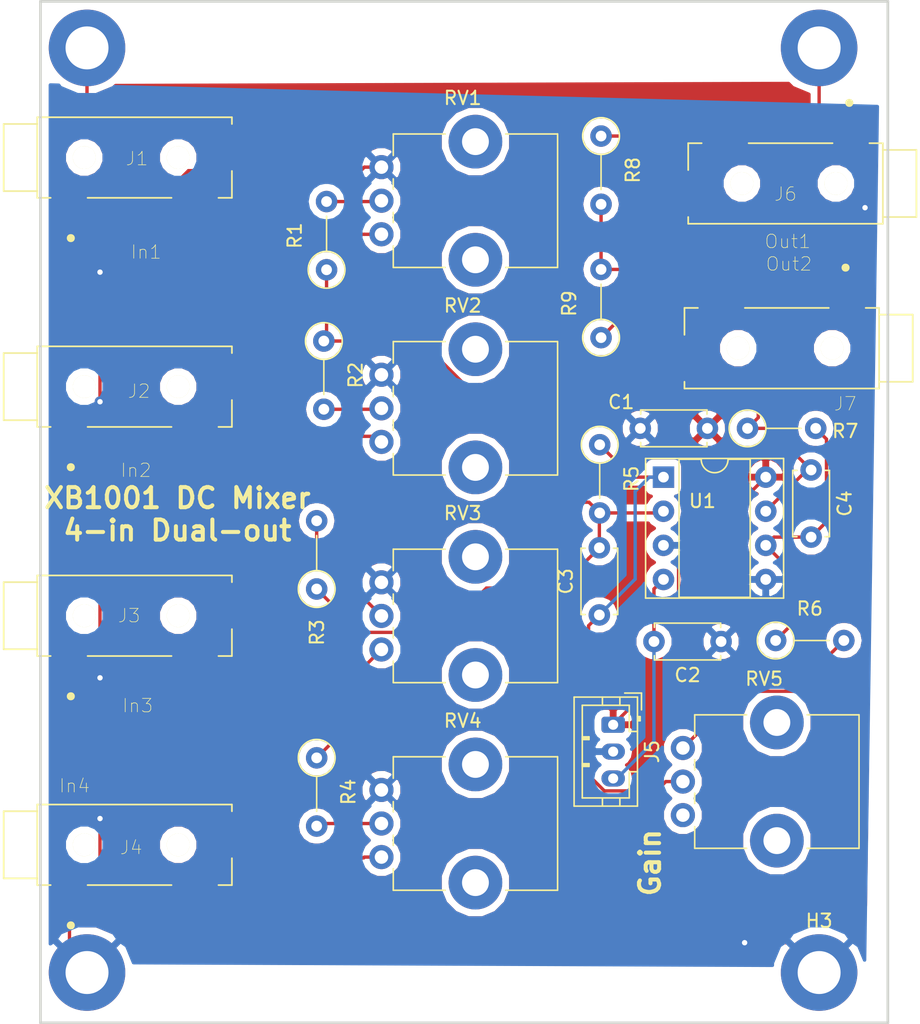
<source format=kicad_pcb>
(kicad_pcb (version 20171130) (host pcbnew "(5.0.1)-rc2")

  (general
    (thickness 1.6)
    (drawings 6)
    (tracks 136)
    (zones 0)
    (modules 30)
    (nets 26)
  )

  (page A4)
  (layers
    (0 F.Cu signal)
    (31 B.Cu signal)
    (32 B.Adhes user)
    (33 F.Adhes user)
    (34 B.Paste user)
    (35 F.Paste user)
    (36 B.SilkS user)
    (37 F.SilkS user)
    (38 B.Mask user)
    (39 F.Mask user)
    (40 Dwgs.User user)
    (41 Cmts.User user)
    (42 Eco1.User user)
    (43 Eco2.User user)
    (44 Edge.Cuts user)
    (45 Margin user)
    (46 B.CrtYd user)
    (47 F.CrtYd user)
    (48 B.Fab user)
    (49 F.Fab user hide)
  )

  (setup
    (last_trace_width 0.25)
    (trace_clearance 0.2)
    (zone_clearance 0.508)
    (zone_45_only no)
    (trace_min 0.2)
    (segment_width 0.2)
    (edge_width 0.15)
    (via_size 0.8)
    (via_drill 0.4)
    (via_min_size 0.4)
    (via_min_drill 0.3)
    (uvia_size 0.3)
    (uvia_drill 0.1)
    (uvias_allowed no)
    (uvia_min_size 0.2)
    (uvia_min_drill 0.1)
    (pcb_text_width 0.3)
    (pcb_text_size 1.5 1.5)
    (mod_edge_width 0.15)
    (mod_text_size 1 1)
    (mod_text_width 0.15)
    (pad_size 2.6 2.8)
    (pad_drill 0)
    (pad_to_mask_clearance 0.051)
    (solder_mask_min_width 0.25)
    (aux_axis_origin 0 0)
    (visible_elements 7FFFFFFF)
    (pcbplotparams
      (layerselection 0x010fc_ffffffff)
      (usegerberextensions false)
      (usegerberattributes false)
      (usegerberadvancedattributes false)
      (creategerberjobfile false)
      (excludeedgelayer true)
      (linewidth 0.100000)
      (plotframeref false)
      (viasonmask false)
      (mode 1)
      (useauxorigin false)
      (hpglpennumber 1)
      (hpglpenspeed 20)
      (hpglpendiameter 15.000000)
      (psnegative false)
      (psa4output false)
      (plotreference true)
      (plotvalue true)
      (plotinvisibletext false)
      (padsonsilk false)
      (subtractmaskfromsilk false)
      (outputformat 1)
      (mirror false)
      (drillshape 0)
      (scaleselection 1)
      (outputdirectory "mixer/"))
  )

  (net 0 "")
  (net 1 +12V)
  (net 2 GND)
  (net 3 -12V)
  (net 4 "Net-(C3-Pad1)")
  (net 5 "Net-(C3-Pad2)")
  (net 6 "Net-(C4-Pad1)")
  (net 7 "Net-(C4-Pad2)")
  (net 8 "Net-(R1-Pad2)")
  (net 9 "Net-(R2-Pad2)")
  (net 10 "Net-(R3-Pad2)")
  (net 11 "Net-(R4-Pad2)")
  (net 12 "Net-(R6-Pad2)")
  (net 13 "Net-(J6-PadT)")
  (net 14 "Net-(J7-PadT)")
  (net 15 "Net-(J1-PadT)")
  (net 16 "Net-(J2-PadT)")
  (net 17 "Net-(J3-PadT)")
  (net 18 "Net-(J4-PadT)")
  (net 19 "Net-(RV5-Pad1)")
  (net 20 "Net-(J2-PadTN)")
  (net 21 "Net-(J3-PadTN)")
  (net 22 "Net-(J4-PadTN)")
  (net 23 "Net-(J6-PadTN)")
  (net 24 "Net-(J7-PadTN)")
  (net 25 "Net-(J1-PadTN)")

  (net_class Default "This is the default net class."
    (clearance 0.2)
    (trace_width 0.25)
    (via_dia 0.8)
    (via_drill 0.4)
    (uvia_dia 0.3)
    (uvia_drill 0.1)
    (add_net +12V)
    (add_net -12V)
    (add_net GND)
    (add_net "Net-(C3-Pad1)")
    (add_net "Net-(C3-Pad2)")
    (add_net "Net-(C4-Pad1)")
    (add_net "Net-(C4-Pad2)")
    (add_net "Net-(J1-PadT)")
    (add_net "Net-(J1-PadTN)")
    (add_net "Net-(J2-PadT)")
    (add_net "Net-(J2-PadTN)")
    (add_net "Net-(J3-PadT)")
    (add_net "Net-(J3-PadTN)")
    (add_net "Net-(J4-PadT)")
    (add_net "Net-(J4-PadTN)")
    (add_net "Net-(J6-PadT)")
    (add_net "Net-(J6-PadTN)")
    (add_net "Net-(J7-PadT)")
    (add_net "Net-(J7-PadTN)")
    (add_net "Net-(R1-Pad2)")
    (add_net "Net-(R2-Pad2)")
    (add_net "Net-(R3-Pad2)")
    (add_net "Net-(R4-Pad2)")
    (add_net "Net-(R6-Pad2)")
    (add_net "Net-(RV5-Pad1)")
  )

  (module Resistor_THT:R_Axial_DIN0207_L6.3mm_D2.5mm_P5.08mm_Vertical (layer F.Cu) (tedit 5AE5139B) (tstamp 5C54CC50)
    (at 150.7109 69.9008)
    (descr "Resistor, Axial_DIN0207 series, Axial, Vertical, pin pitch=5.08mm, 0.25W = 1/4W, length*diameter=6.3*2.5mm^2, http://cdn-reichelt.de/documents/datenblatt/B400/1_4W%23YAG.pdf")
    (tags "Resistor Axial_DIN0207 series Axial Vertical pin pitch 5.08mm 0.25W = 1/4W length 6.3mm diameter 2.5mm")
    (path /5C3C4C90)
    (fp_text reference R7 (at 7.2771 0.2032) (layer F.SilkS)
      (effects (font (size 1 1) (thickness 0.15)))
    )
    (fp_text value 100K (at 2.54 2.37) (layer F.Fab)
      (effects (font (size 1 1) (thickness 0.15)))
    )
    (fp_text user %R (at 2.54 -2.37) (layer F.Fab)
      (effects (font (size 1 1) (thickness 0.15)))
    )
    (fp_line (start 6.13 -1.5) (end -1.5 -1.5) (layer F.CrtYd) (width 0.05))
    (fp_line (start 6.13 1.5) (end 6.13 -1.5) (layer F.CrtYd) (width 0.05))
    (fp_line (start -1.5 1.5) (end 6.13 1.5) (layer F.CrtYd) (width 0.05))
    (fp_line (start -1.5 -1.5) (end -1.5 1.5) (layer F.CrtYd) (width 0.05))
    (fp_line (start 1.37 0) (end 3.98 0) (layer F.SilkS) (width 0.12))
    (fp_line (start 0 0) (end 5.08 0) (layer F.Fab) (width 0.1))
    (fp_circle (center 0 0) (end 1.37 0) (layer F.SilkS) (width 0.12))
    (fp_circle (center 0 0) (end 1.25 0) (layer F.Fab) (width 0.1))
    (pad 2 thru_hole oval (at 5.08 0) (size 1.6 1.6) (drill 0.8) (layers *.Cu *.Mask)
      (net 7 "Net-(C4-Pad2)"))
    (pad 1 thru_hole circle (at 0 0) (size 1.6 1.6) (drill 0.8) (layers *.Cu *.Mask)
      (net 6 "Net-(C4-Pad1)"))
    (model ${KISYS3DMOD}/Resistor_THT.3dshapes/R_Axial_DIN0207_L6.3mm_D2.5mm_P5.08mm_Vertical.wrl
      (at (xyz 0 0 0))
      (scale (xyz 1 1 1))
      (rotate (xyz 0 0 0))
    )
  )

  (module MountingHole:MountingHole_3.2mm_M3_ISO7380_Pad (layer F.Cu) (tedit 5C3C05C4) (tstamp 5C552E57)
    (at 101.5111 110.4265)
    (descr "Mounting Hole 3.2mm, M3, ISO7380")
    (tags "mounting hole 3.2mm m3 iso7380")
    (path /5C3CF02A)
    (attr virtual)
    (fp_text reference H1 (at 4.7498 -1.4986) (layer F.SilkS) hide
      (effects (font (size 1 1) (thickness 0.15)))
    )
    (fp_text value MountingHole_Pad (at 0 3.85) (layer F.Fab)
      (effects (font (size 1 1) (thickness 0.15)))
    )
    (fp_circle (center 0 0) (end 3.1 0) (layer F.CrtYd) (width 0.05))
    (fp_circle (center 0 0) (end 2.85 0) (layer Cmts.User) (width 0.15))
    (fp_text user %R (at 0.3 0) (layer F.Fab)
      (effects (font (size 1 1) (thickness 0.15)))
    )
    (pad 1 thru_hole circle (at 0 0) (size 5.7 5.7) (drill 3.2) (layers *.Cu *.Mask)
      (net 2 GND))
  )

  (module MountingHole:MountingHole_3.2mm_M3_ISO7380_Pad (layer F.Cu) (tedit 5C3C05B7) (tstamp 5C552E4F)
    (at 101.5111 41.5671)
    (descr "Mounting Hole 3.2mm, M3, ISO7380")
    (tags "mounting hole 3.2mm m3 iso7380")
    (path /5C3CEE9D)
    (attr virtual)
    (fp_text reference H2 (at 4.445 -1.778) (layer F.SilkS) hide
      (effects (font (size 1 1) (thickness 0.15)))
    )
    (fp_text value MountingHole_Pad (at 0 3.85) (layer F.Fab)
      (effects (font (size 1 1) (thickness 0.15)))
    )
    (fp_text user %R (at 0.3 0) (layer F.Fab)
      (effects (font (size 1 1) (thickness 0.15)))
    )
    (fp_circle (center 0 0) (end 2.85 0) (layer Cmts.User) (width 0.15))
    (fp_circle (center 0 0) (end 3.1 0) (layer F.CrtYd) (width 0.05))
    (pad 1 thru_hole circle (at 0 0) (size 5.7 5.7) (drill 3.2) (layers *.Cu *.Mask)
      (net 2 GND))
  )

  (module MountingHole:MountingHole_3.2mm_M3_ISO7380_Pad (layer F.Cu) (tedit 56D1B4CB) (tstamp 5C552E47)
    (at 156.0449 110.4265)
    (descr "Mounting Hole 3.2mm, M3, ISO7380")
    (tags "mounting hole 3.2mm m3 iso7380")
    (path /5C3CEF9E)
    (attr virtual)
    (fp_text reference H3 (at 0 -3.85) (layer F.SilkS)
      (effects (font (size 1 1) (thickness 0.15)))
    )
    (fp_text value MountingHole_Pad (at 0 3.85) (layer F.Fab)
      (effects (font (size 1 1) (thickness 0.15)))
    )
    (fp_circle (center 0 0) (end 3.1 0) (layer F.CrtYd) (width 0.05))
    (fp_circle (center 0 0) (end 2.85 0) (layer Cmts.User) (width 0.15))
    (fp_text user %R (at 0.3 0) (layer F.Fab)
      (effects (font (size 1 1) (thickness 0.15)))
    )
    (pad 1 thru_hole circle (at 0 0) (size 5.7 5.7) (drill 3.2) (layers *.Cu *.Mask)
      (net 2 GND))
  )

  (module MountingHole:MountingHole_3.2mm_M3_ISO7380_Pad (layer F.Cu) (tedit 5C3C0961) (tstamp 5C552E3F)
    (at 156.0449 41.5671)
    (descr "Mounting Hole 3.2mm, M3, ISO7380")
    (tags "mounting hole 3.2mm m3 iso7380")
    (path /5C3CEEF9)
    (attr virtual)
    (fp_text reference H4 (at 0 -3.85) (layer F.SilkS) hide
      (effects (font (size 1 1) (thickness 0.15)))
    )
    (fp_text value MountingHole_Pad (at 0 3.85) (layer F.Fab)
      (effects (font (size 1 1) (thickness 0.15)))
    )
    (fp_text user %R (at 0.3 0) (layer F.Fab)
      (effects (font (size 1 1) (thickness 0.15)))
    )
    (fp_circle (center 0 0) (end 2.85 0) (layer Cmts.User) (width 0.15))
    (fp_circle (center 0 0) (end 3.1 0) (layer F.CrtYd) (width 0.05))
    (pad 1 thru_hole circle (at 0 0) (size 5.7 5.7) (drill 3.2) (layers *.Cu *.Mask)
      (net 2 GND))
  )

  (module Connector_JST:JST_PH_B3B-PH-K_1x03_P2.00mm_Vertical (layer F.Cu) (tedit 5B7745C2) (tstamp 5C550490)
    (at 140.7033 91.9734 270)
    (descr "JST PH series connector, B3B-PH-K (http://www.jst-mfg.com/product/pdf/eng/ePH.pdf), generated with kicad-footprint-generator")
    (tags "connector JST PH side entry")
    (path /5C3CC7D2)
    (fp_text reference J5 (at 2 -2.9 270) (layer F.SilkS)
      (effects (font (size 1 1) (thickness 0.15)))
    )
    (fp_text value Power (at 2 4 270) (layer F.Fab)
      (effects (font (size 1 1) (thickness 0.15)))
    )
    (fp_line (start -2.06 -1.81) (end -2.06 2.91) (layer F.SilkS) (width 0.12))
    (fp_line (start -2.06 2.91) (end 6.06 2.91) (layer F.SilkS) (width 0.12))
    (fp_line (start 6.06 2.91) (end 6.06 -1.81) (layer F.SilkS) (width 0.12))
    (fp_line (start 6.06 -1.81) (end -2.06 -1.81) (layer F.SilkS) (width 0.12))
    (fp_line (start -0.3 -1.81) (end -0.3 -2.01) (layer F.SilkS) (width 0.12))
    (fp_line (start -0.3 -2.01) (end -0.6 -2.01) (layer F.SilkS) (width 0.12))
    (fp_line (start -0.6 -2.01) (end -0.6 -1.81) (layer F.SilkS) (width 0.12))
    (fp_line (start -0.3 -1.91) (end -0.6 -1.91) (layer F.SilkS) (width 0.12))
    (fp_line (start 0.5 -1.81) (end 0.5 -1.2) (layer F.SilkS) (width 0.12))
    (fp_line (start 0.5 -1.2) (end -1.45 -1.2) (layer F.SilkS) (width 0.12))
    (fp_line (start -1.45 -1.2) (end -1.45 2.3) (layer F.SilkS) (width 0.12))
    (fp_line (start -1.45 2.3) (end 5.45 2.3) (layer F.SilkS) (width 0.12))
    (fp_line (start 5.45 2.3) (end 5.45 -1.2) (layer F.SilkS) (width 0.12))
    (fp_line (start 5.45 -1.2) (end 3.5 -1.2) (layer F.SilkS) (width 0.12))
    (fp_line (start 3.5 -1.2) (end 3.5 -1.81) (layer F.SilkS) (width 0.12))
    (fp_line (start -2.06 -0.5) (end -1.45 -0.5) (layer F.SilkS) (width 0.12))
    (fp_line (start -2.06 0.8) (end -1.45 0.8) (layer F.SilkS) (width 0.12))
    (fp_line (start 6.06 -0.5) (end 5.45 -0.5) (layer F.SilkS) (width 0.12))
    (fp_line (start 6.06 0.8) (end 5.45 0.8) (layer F.SilkS) (width 0.12))
    (fp_line (start 0.9 2.3) (end 0.9 1.8) (layer F.SilkS) (width 0.12))
    (fp_line (start 0.9 1.8) (end 1.1 1.8) (layer F.SilkS) (width 0.12))
    (fp_line (start 1.1 1.8) (end 1.1 2.3) (layer F.SilkS) (width 0.12))
    (fp_line (start 1 2.3) (end 1 1.8) (layer F.SilkS) (width 0.12))
    (fp_line (start 2.9 2.3) (end 2.9 1.8) (layer F.SilkS) (width 0.12))
    (fp_line (start 2.9 1.8) (end 3.1 1.8) (layer F.SilkS) (width 0.12))
    (fp_line (start 3.1 1.8) (end 3.1 2.3) (layer F.SilkS) (width 0.12))
    (fp_line (start 3 2.3) (end 3 1.8) (layer F.SilkS) (width 0.12))
    (fp_line (start -1.11 -2.11) (end -2.36 -2.11) (layer F.SilkS) (width 0.12))
    (fp_line (start -2.36 -2.11) (end -2.36 -0.86) (layer F.SilkS) (width 0.12))
    (fp_line (start -1.11 -2.11) (end -2.36 -2.11) (layer F.Fab) (width 0.1))
    (fp_line (start -2.36 -2.11) (end -2.36 -0.86) (layer F.Fab) (width 0.1))
    (fp_line (start -1.95 -1.7) (end -1.95 2.8) (layer F.Fab) (width 0.1))
    (fp_line (start -1.95 2.8) (end 5.95 2.8) (layer F.Fab) (width 0.1))
    (fp_line (start 5.95 2.8) (end 5.95 -1.7) (layer F.Fab) (width 0.1))
    (fp_line (start 5.95 -1.7) (end -1.95 -1.7) (layer F.Fab) (width 0.1))
    (fp_line (start -2.45 -2.2) (end -2.45 3.3) (layer F.CrtYd) (width 0.05))
    (fp_line (start -2.45 3.3) (end 6.45 3.3) (layer F.CrtYd) (width 0.05))
    (fp_line (start 6.45 3.3) (end 6.45 -2.2) (layer F.CrtYd) (width 0.05))
    (fp_line (start 6.45 -2.2) (end -2.45 -2.2) (layer F.CrtYd) (width 0.05))
    (fp_text user %R (at 2 1.5 270) (layer F.Fab)
      (effects (font (size 1 1) (thickness 0.15)))
    )
    (pad 1 thru_hole roundrect (at 0 0 270) (size 1.2 1.75) (drill 0.75) (layers *.Cu *.Mask) (roundrect_rratio 0.208333)
      (net 1 +12V))
    (pad 2 thru_hole oval (at 2 0 270) (size 1.2 1.75) (drill 0.75) (layers *.Cu *.Mask)
      (net 2 GND))
    (pad 3 thru_hole oval (at 4 0 270) (size 1.2 1.75) (drill 0.75) (layers *.Cu *.Mask)
      (net 3 -12V))
    (model ${KISYS3DMOD}/Connector_JST.3dshapes/JST_PH_B3B-PH-K_1x03_P2.00mm_Vertical.wrl
      (at (xyz 0 0 0))
      (scale (xyz 1 1 1))
      (rotate (xyz 0 0 0))
    )
  )

  (module Capacitor_THT:C_Disc_D4.7mm_W2.5mm_P5.00mm (layer F.Cu) (tedit 5AE50EF0) (tstamp 5C54F678)
    (at 155.448 72.9996 270)
    (descr "C, Disc series, Radial, pin pitch=5.00mm, , diameter*width=4.7*2.5mm^2, Capacitor, http://www.vishay.com/docs/45233/krseries.pdf")
    (tags "C Disc series Radial pin pitch 5.00mm  diameter 4.7mm width 2.5mm Capacitor")
    (path /5C3C7994)
    (fp_text reference C4 (at 2.5 -2.5 270) (layer F.SilkS)
      (effects (font (size 1 1) (thickness 0.15)))
    )
    (fp_text value 47pF (at 2.5 2.5 270) (layer F.Fab)
      (effects (font (size 1 1) (thickness 0.15)))
    )
    (fp_line (start 0.15 -1.25) (end 0.15 1.25) (layer F.Fab) (width 0.1))
    (fp_line (start 0.15 1.25) (end 4.85 1.25) (layer F.Fab) (width 0.1))
    (fp_line (start 4.85 1.25) (end 4.85 -1.25) (layer F.Fab) (width 0.1))
    (fp_line (start 4.85 -1.25) (end 0.15 -1.25) (layer F.Fab) (width 0.1))
    (fp_line (start 0.03 -1.37) (end 4.97 -1.37) (layer F.SilkS) (width 0.12))
    (fp_line (start 0.03 1.37) (end 4.97 1.37) (layer F.SilkS) (width 0.12))
    (fp_line (start 0.03 -1.37) (end 0.03 -1.055) (layer F.SilkS) (width 0.12))
    (fp_line (start 0.03 1.055) (end 0.03 1.37) (layer F.SilkS) (width 0.12))
    (fp_line (start 4.97 -1.37) (end 4.97 -1.055) (layer F.SilkS) (width 0.12))
    (fp_line (start 4.97 1.055) (end 4.97 1.37) (layer F.SilkS) (width 0.12))
    (fp_line (start -1.05 -1.5) (end -1.05 1.5) (layer F.CrtYd) (width 0.05))
    (fp_line (start -1.05 1.5) (end 6.05 1.5) (layer F.CrtYd) (width 0.05))
    (fp_line (start 6.05 1.5) (end 6.05 -1.5) (layer F.CrtYd) (width 0.05))
    (fp_line (start 6.05 -1.5) (end -1.05 -1.5) (layer F.CrtYd) (width 0.05))
    (fp_text user %R (at 2.5 0 270) (layer F.Fab)
      (effects (font (size 0.94 0.94) (thickness 0.141)))
    )
    (pad 1 thru_hole circle (at 0 0 270) (size 1.6 1.6) (drill 0.8) (layers *.Cu *.Mask)
      (net 6 "Net-(C4-Pad1)"))
    (pad 2 thru_hole circle (at 5 0 270) (size 1.6 1.6) (drill 0.8) (layers *.Cu *.Mask)
      (net 7 "Net-(C4-Pad2)"))
    (model ${KISYS3DMOD}/Capacitor_THT.3dshapes/C_Disc_D4.7mm_W2.5mm_P5.00mm.wrl
      (at (xyz 0 0 0))
      (scale (xyz 1 1 1))
      (rotate (xyz 0 0 0))
    )
  )

  (module Capacitor_THT:C_Disc_D4.7mm_W2.5mm_P5.00mm (layer F.Cu) (tedit 5AE50EF0) (tstamp 5C54CACF)
    (at 142.7226 69.9008)
    (descr "C, Disc series, Radial, pin pitch=5.00mm, , diameter*width=4.7*2.5mm^2, Capacitor, http://www.vishay.com/docs/45233/krseries.pdf")
    (tags "C Disc series Radial pin pitch 5.00mm  diameter 4.7mm width 2.5mm Capacitor")
    (path /5C3C8BA1)
    (fp_text reference C1 (at -1.4224 -1.9558) (layer F.SilkS)
      (effects (font (size 1 1) (thickness 0.15)))
    )
    (fp_text value 100nF (at 2.5 2.5) (layer F.Fab)
      (effects (font (size 1 1) (thickness 0.15)))
    )
    (fp_text user %R (at 2.5 0) (layer F.Fab)
      (effects (font (size 0.94 0.94) (thickness 0.141)))
    )
    (fp_line (start 6.05 -1.5) (end -1.05 -1.5) (layer F.CrtYd) (width 0.05))
    (fp_line (start 6.05 1.5) (end 6.05 -1.5) (layer F.CrtYd) (width 0.05))
    (fp_line (start -1.05 1.5) (end 6.05 1.5) (layer F.CrtYd) (width 0.05))
    (fp_line (start -1.05 -1.5) (end -1.05 1.5) (layer F.CrtYd) (width 0.05))
    (fp_line (start 4.97 1.055) (end 4.97 1.37) (layer F.SilkS) (width 0.12))
    (fp_line (start 4.97 -1.37) (end 4.97 -1.055) (layer F.SilkS) (width 0.12))
    (fp_line (start 0.03 1.055) (end 0.03 1.37) (layer F.SilkS) (width 0.12))
    (fp_line (start 0.03 -1.37) (end 0.03 -1.055) (layer F.SilkS) (width 0.12))
    (fp_line (start 0.03 1.37) (end 4.97 1.37) (layer F.SilkS) (width 0.12))
    (fp_line (start 0.03 -1.37) (end 4.97 -1.37) (layer F.SilkS) (width 0.12))
    (fp_line (start 4.85 -1.25) (end 0.15 -1.25) (layer F.Fab) (width 0.1))
    (fp_line (start 4.85 1.25) (end 4.85 -1.25) (layer F.Fab) (width 0.1))
    (fp_line (start 0.15 1.25) (end 4.85 1.25) (layer F.Fab) (width 0.1))
    (fp_line (start 0.15 -1.25) (end 0.15 1.25) (layer F.Fab) (width 0.1))
    (pad 2 thru_hole circle (at 5 0) (size 1.6 1.6) (drill 0.8) (layers *.Cu *.Mask)
      (net 1 +12V))
    (pad 1 thru_hole circle (at 0 0) (size 1.6 1.6) (drill 0.8) (layers *.Cu *.Mask)
      (net 2 GND))
    (model ${KISYS3DMOD}/Capacitor_THT.3dshapes/C_Disc_D4.7mm_W2.5mm_P5.00mm.wrl
      (at (xyz 0 0 0))
      (scale (xyz 1 1 1))
      (rotate (xyz 0 0 0))
    )
  )

  (module Capacitor_THT:C_Disc_D4.7mm_W2.5mm_P5.00mm (layer F.Cu) (tedit 5AE50EF0) (tstamp 5C54CAE4)
    (at 148.7424 85.7758 180)
    (descr "C, Disc series, Radial, pin pitch=5.00mm, , diameter*width=4.7*2.5mm^2, Capacitor, http://www.vishay.com/docs/45233/krseries.pdf")
    (tags "C Disc series Radial pin pitch 5.00mm  diameter 4.7mm width 2.5mm Capacitor")
    (path /5C3C8CC1)
    (fp_text reference C2 (at 2.5 -2.5 180) (layer F.SilkS)
      (effects (font (size 1 1) (thickness 0.15)))
    )
    (fp_text value 100nF (at 2.5 2.5 180) (layer F.Fab)
      (effects (font (size 1 1) (thickness 0.15)))
    )
    (fp_line (start 0.15 -1.25) (end 0.15 1.25) (layer F.Fab) (width 0.1))
    (fp_line (start 0.15 1.25) (end 4.85 1.25) (layer F.Fab) (width 0.1))
    (fp_line (start 4.85 1.25) (end 4.85 -1.25) (layer F.Fab) (width 0.1))
    (fp_line (start 4.85 -1.25) (end 0.15 -1.25) (layer F.Fab) (width 0.1))
    (fp_line (start 0.03 -1.37) (end 4.97 -1.37) (layer F.SilkS) (width 0.12))
    (fp_line (start 0.03 1.37) (end 4.97 1.37) (layer F.SilkS) (width 0.12))
    (fp_line (start 0.03 -1.37) (end 0.03 -1.055) (layer F.SilkS) (width 0.12))
    (fp_line (start 0.03 1.055) (end 0.03 1.37) (layer F.SilkS) (width 0.12))
    (fp_line (start 4.97 -1.37) (end 4.97 -1.055) (layer F.SilkS) (width 0.12))
    (fp_line (start 4.97 1.055) (end 4.97 1.37) (layer F.SilkS) (width 0.12))
    (fp_line (start -1.05 -1.5) (end -1.05 1.5) (layer F.CrtYd) (width 0.05))
    (fp_line (start -1.05 1.5) (end 6.05 1.5) (layer F.CrtYd) (width 0.05))
    (fp_line (start 6.05 1.5) (end 6.05 -1.5) (layer F.CrtYd) (width 0.05))
    (fp_line (start 6.05 -1.5) (end -1.05 -1.5) (layer F.CrtYd) (width 0.05))
    (fp_text user %R (at 2.5 0 180) (layer F.Fab)
      (effects (font (size 0.94 0.94) (thickness 0.141)))
    )
    (pad 1 thru_hole circle (at 0 0 180) (size 1.6 1.6) (drill 0.8) (layers *.Cu *.Mask)
      (net 2 GND))
    (pad 2 thru_hole circle (at 5 0 180) (size 1.6 1.6) (drill 0.8) (layers *.Cu *.Mask)
      (net 3 -12V))
    (model ${KISYS3DMOD}/Capacitor_THT.3dshapes/C_Disc_D4.7mm_W2.5mm_P5.00mm.wrl
      (at (xyz 0 0 0))
      (scale (xyz 1 1 1))
      (rotate (xyz 0 0 0))
    )
  )

  (module Capacitor_THT:C_Disc_D4.7mm_W2.5mm_P5.00mm (layer F.Cu) (tedit 5AE50EF0) (tstamp 5C54CAF9)
    (at 139.6746 83.7946 90)
    (descr "C, Disc series, Radial, pin pitch=5.00mm, , diameter*width=4.7*2.5mm^2, Capacitor, http://www.vishay.com/docs/45233/krseries.pdf")
    (tags "C Disc series Radial pin pitch 5.00mm  diameter 4.7mm width 2.5mm Capacitor")
    (path /5C3C792C)
    (fp_text reference C3 (at 2.5 -2.5 90) (layer F.SilkS)
      (effects (font (size 1 1) (thickness 0.15)))
    )
    (fp_text value 47pF (at 2.5 2.5 90) (layer F.Fab)
      (effects (font (size 1 1) (thickness 0.15)))
    )
    (fp_line (start 0.15 -1.25) (end 0.15 1.25) (layer F.Fab) (width 0.1))
    (fp_line (start 0.15 1.25) (end 4.85 1.25) (layer F.Fab) (width 0.1))
    (fp_line (start 4.85 1.25) (end 4.85 -1.25) (layer F.Fab) (width 0.1))
    (fp_line (start 4.85 -1.25) (end 0.15 -1.25) (layer F.Fab) (width 0.1))
    (fp_line (start 0.03 -1.37) (end 4.97 -1.37) (layer F.SilkS) (width 0.12))
    (fp_line (start 0.03 1.37) (end 4.97 1.37) (layer F.SilkS) (width 0.12))
    (fp_line (start 0.03 -1.37) (end 0.03 -1.055) (layer F.SilkS) (width 0.12))
    (fp_line (start 0.03 1.055) (end 0.03 1.37) (layer F.SilkS) (width 0.12))
    (fp_line (start 4.97 -1.37) (end 4.97 -1.055) (layer F.SilkS) (width 0.12))
    (fp_line (start 4.97 1.055) (end 4.97 1.37) (layer F.SilkS) (width 0.12))
    (fp_line (start -1.05 -1.5) (end -1.05 1.5) (layer F.CrtYd) (width 0.05))
    (fp_line (start -1.05 1.5) (end 6.05 1.5) (layer F.CrtYd) (width 0.05))
    (fp_line (start 6.05 1.5) (end 6.05 -1.5) (layer F.CrtYd) (width 0.05))
    (fp_line (start 6.05 -1.5) (end -1.05 -1.5) (layer F.CrtYd) (width 0.05))
    (fp_text user %R (at 2.5 0 90) (layer F.Fab)
      (effects (font (size 0.94 0.94) (thickness 0.141)))
    )
    (pad 1 thru_hole circle (at 0 0 90) (size 1.6 1.6) (drill 0.8) (layers *.Cu *.Mask)
      (net 4 "Net-(C3-Pad1)"))
    (pad 2 thru_hole circle (at 5 0 90) (size 1.6 1.6) (drill 0.8) (layers *.Cu *.Mask)
      (net 5 "Net-(C3-Pad2)"))
    (model ${KISYS3DMOD}/Capacitor_THT.3dshapes/C_Disc_D4.7mm_W2.5mm_P5.00mm.wrl
      (at (xyz 0 0 0))
      (scale (xyz 1 1 1))
      (rotate (xyz 0 0 0))
    )
  )

  (module SJ2-3592B-SMT-TR:CUI_SJ2-3592B-SMT-TR (layer F.Cu) (tedit 5C3BFE53) (tstamp 5C54CB3D)
    (at 105.0544 49.7332)
    (path /5C3C3F59)
    (attr smd)
    (fp_text reference J1 (at 0.1778 0.0762) (layer F.SilkS)
      (effects (font (size 1.00194 1.00194) (thickness 0.05)))
    )
    (fp_text value In1 (at 0.8636 7.0358) (layer F.SilkS)
      (effects (font (size 1.00016 1.00016) (thickness 0.05)))
    )
    (fp_line (start -3.5 3) (end 2.75 3) (layer F.SilkS) (width 0.127))
    (fp_line (start 7.25 3) (end 6.25 3) (layer F.SilkS) (width 0.127))
    (fp_line (start 7.25 1) (end 7.25 3) (layer F.SilkS) (width 0.127))
    (fp_line (start 7.25 -3) (end 7.25 -2.5) (layer F.SilkS) (width 0.127))
    (fp_line (start -7.25 -3) (end 7.25 -3) (layer F.SilkS) (width 0.127))
    (fp_line (start -7.25 2.5) (end -7.25 -3) (layer F.SilkS) (width 0.127))
    (fp_line (start -7.25 3) (end -6.25 3) (layer F.SilkS) (width 0.127))
    (fp_line (start -7.25 2.5) (end -7.25 3) (layer F.SilkS) (width 0.127))
    (fp_line (start -9.75 2.5) (end -7.25 2.5) (layer F.SilkS) (width 0.127))
    (fp_line (start -9.75 -2.5) (end -9.75 2.5) (layer F.SilkS) (width 0.127))
    (fp_line (start -7.25 -2.5) (end -9.75 -2.5) (layer F.SilkS) (width 0.127))
    (fp_line (start -9.75 2.5) (end -7.25 2.5) (layer Dwgs.User) (width 0.127))
    (fp_line (start -9.75 -2.5) (end -9.75 2.5) (layer Dwgs.User) (width 0.127))
    (fp_line (start -7.25 -2.5) (end -9.75 -2.5) (layer Dwgs.User) (width 0.127))
    (fp_circle (center -4.75 6) (end -4.6 6) (layer F.SilkS) (width 0.3))
    (fp_line (start -10 5.5) (end -10 -3.25) (layer Eco1.User) (width 0.05))
    (fp_line (start 10.25 5.5) (end -10 5.5) (layer Eco1.User) (width 0.05))
    (fp_line (start 10.25 -3.25) (end 10.25 5.5) (layer Eco1.User) (width 0.05))
    (fp_line (start -10 -3.25) (end 10.25 -3.25) (layer Eco1.User) (width 0.05))
    (fp_line (start -7.25 -2.5) (end -7.25 -3) (layer Dwgs.User) (width 0.127))
    (fp_line (start -7.25 2.5) (end -7.25 -2.5) (layer Dwgs.User) (width 0.127))
    (fp_line (start -7.25 3) (end -7.25 2.5) (layer Dwgs.User) (width 0.127))
    (fp_line (start 7.25 3) (end -7.25 3) (layer Dwgs.User) (width 0.127))
    (fp_line (start 7.25 -3) (end 7.25 3) (layer Dwgs.User) (width 0.127))
    (fp_line (start -7.25 -3) (end 7.25 -3) (layer Dwgs.User) (width 0.127))
    (pad Hole np_thru_hole circle (at 3.25 0) (size 1.7 1.7) (drill 1.7) (layers *.Cu *.Mask F.SilkS))
    (pad Hole np_thru_hole circle (at -3.75 0) (size 1.7 1.7) (drill 1.7) (layers *.Cu *.Mask F.SilkS))
    (pad TN smd rect (at 8.55 -0.75) (size 2.6 2.8) (layers F.Cu F.Paste F.Mask)
      (net 25 "Net-(J1-PadTN)"))
    (pad T smd rect (at 4.55 3.7) (size 2.8 2.8) (layers F.Cu F.Paste F.Mask)
      (net 15 "Net-(J1-PadT)"))
    (pad S smd rect (at -4.85 3.7) (size 2.2 2.8) (layers F.Cu F.Paste F.Mask)
      (net 2 GND))
  )

  (module SJ2-3592B-SMT-TR:CUI_SJ2-3592B-SMT-TR (layer F.Cu) (tedit 5C3BFE45) (tstamp 5C54CB5F)
    (at 105.0544 66.793533)
    (path /5C3C408A)
    (attr smd)
    (fp_text reference J2 (at 0.3302 0.338667) (layer F.SilkS)
      (effects (font (size 1.00194 1.00194) (thickness 0.05)))
    )
    (fp_text value In2 (at 0.1016 6.231467) (layer F.SilkS)
      (effects (font (size 1.00016 1.00016) (thickness 0.05)))
    )
    (fp_line (start -7.25 -3) (end 7.25 -3) (layer Dwgs.User) (width 0.127))
    (fp_line (start 7.25 -3) (end 7.25 3) (layer Dwgs.User) (width 0.127))
    (fp_line (start 7.25 3) (end -7.25 3) (layer Dwgs.User) (width 0.127))
    (fp_line (start -7.25 3) (end -7.25 2.5) (layer Dwgs.User) (width 0.127))
    (fp_line (start -7.25 2.5) (end -7.25 -2.5) (layer Dwgs.User) (width 0.127))
    (fp_line (start -7.25 -2.5) (end -7.25 -3) (layer Dwgs.User) (width 0.127))
    (fp_line (start -10 -3.25) (end 10.25 -3.25) (layer Eco1.User) (width 0.05))
    (fp_line (start 10.25 -3.25) (end 10.25 5.5) (layer Eco1.User) (width 0.05))
    (fp_line (start 10.25 5.5) (end -10 5.5) (layer Eco1.User) (width 0.05))
    (fp_line (start -10 5.5) (end -10 -3.25) (layer Eco1.User) (width 0.05))
    (fp_circle (center -4.75 6) (end -4.6 6) (layer F.SilkS) (width 0.3))
    (fp_line (start -7.25 -2.5) (end -9.75 -2.5) (layer Dwgs.User) (width 0.127))
    (fp_line (start -9.75 -2.5) (end -9.75 2.5) (layer Dwgs.User) (width 0.127))
    (fp_line (start -9.75 2.5) (end -7.25 2.5) (layer Dwgs.User) (width 0.127))
    (fp_line (start -7.25 -2.5) (end -9.75 -2.5) (layer F.SilkS) (width 0.127))
    (fp_line (start -9.75 -2.5) (end -9.75 2.5) (layer F.SilkS) (width 0.127))
    (fp_line (start -9.75 2.5) (end -7.25 2.5) (layer F.SilkS) (width 0.127))
    (fp_line (start -7.25 2.5) (end -7.25 3) (layer F.SilkS) (width 0.127))
    (fp_line (start -7.25 3) (end -6.25 3) (layer F.SilkS) (width 0.127))
    (fp_line (start -7.25 2.5) (end -7.25 -3) (layer F.SilkS) (width 0.127))
    (fp_line (start -7.25 -3) (end 7.25 -3) (layer F.SilkS) (width 0.127))
    (fp_line (start 7.25 -3) (end 7.25 -2.5) (layer F.SilkS) (width 0.127))
    (fp_line (start 7.25 1) (end 7.25 3) (layer F.SilkS) (width 0.127))
    (fp_line (start 7.25 3) (end 6.25 3) (layer F.SilkS) (width 0.127))
    (fp_line (start -3.5 3) (end 2.75 3) (layer F.SilkS) (width 0.127))
    (pad S smd rect (at -4.85 3.7) (size 2.2 2.8) (layers F.Cu F.Paste F.Mask)
      (net 2 GND))
    (pad T smd rect (at 4.55 3.7) (size 2.8 2.8) (layers F.Cu F.Paste F.Mask)
      (net 16 "Net-(J2-PadT)"))
    (pad TN smd rect (at 8.55 -0.75) (size 2.6 2.8) (layers F.Cu F.Paste F.Mask)
      (net 20 "Net-(J2-PadTN)"))
    (pad Hole np_thru_hole circle (at -3.75 0) (size 1.7 1.7) (drill 1.7) (layers *.Cu *.Mask F.SilkS))
    (pad Hole np_thru_hole circle (at 3.25 0) (size 1.7 1.7) (drill 1.7) (layers *.Cu *.Mask F.SilkS))
  )

  (module SJ2-3592B-SMT-TR:CUI_SJ2-3592B-SMT-TR (layer F.Cu) (tedit 5C3BFE58) (tstamp 5C54CB81)
    (at 105.0544 83.853866)
    (path /5C3C444B)
    (attr smd)
    (fp_text reference J3 (at -0.4064 -0.008466) (layer F.SilkS)
      (effects (font (size 1.00194 1.00194) (thickness 0.05)))
    )
    (fp_text value In3 (at 0.2286 6.697134) (layer F.SilkS)
      (effects (font (size 1.00016 1.00016) (thickness 0.05)))
    )
    (fp_line (start -7.25 -3) (end 7.25 -3) (layer Dwgs.User) (width 0.127))
    (fp_line (start 7.25 -3) (end 7.25 3) (layer Dwgs.User) (width 0.127))
    (fp_line (start 7.25 3) (end -7.25 3) (layer Dwgs.User) (width 0.127))
    (fp_line (start -7.25 3) (end -7.25 2.5) (layer Dwgs.User) (width 0.127))
    (fp_line (start -7.25 2.5) (end -7.25 -2.5) (layer Dwgs.User) (width 0.127))
    (fp_line (start -7.25 -2.5) (end -7.25 -3) (layer Dwgs.User) (width 0.127))
    (fp_line (start -10 -3.25) (end 10.25 -3.25) (layer Eco1.User) (width 0.05))
    (fp_line (start 10.25 -3.25) (end 10.25 5.5) (layer Eco1.User) (width 0.05))
    (fp_line (start 10.25 5.5) (end -10 5.5) (layer Eco1.User) (width 0.05))
    (fp_line (start -10 5.5) (end -10 -3.25) (layer Eco1.User) (width 0.05))
    (fp_circle (center -4.75 6) (end -4.6 6) (layer F.SilkS) (width 0.3))
    (fp_line (start -7.25 -2.5) (end -9.75 -2.5) (layer Dwgs.User) (width 0.127))
    (fp_line (start -9.75 -2.5) (end -9.75 2.5) (layer Dwgs.User) (width 0.127))
    (fp_line (start -9.75 2.5) (end -7.25 2.5) (layer Dwgs.User) (width 0.127))
    (fp_line (start -7.25 -2.5) (end -9.75 -2.5) (layer F.SilkS) (width 0.127))
    (fp_line (start -9.75 -2.5) (end -9.75 2.5) (layer F.SilkS) (width 0.127))
    (fp_line (start -9.75 2.5) (end -7.25 2.5) (layer F.SilkS) (width 0.127))
    (fp_line (start -7.25 2.5) (end -7.25 3) (layer F.SilkS) (width 0.127))
    (fp_line (start -7.25 3) (end -6.25 3) (layer F.SilkS) (width 0.127))
    (fp_line (start -7.25 2.5) (end -7.25 -3) (layer F.SilkS) (width 0.127))
    (fp_line (start -7.25 -3) (end 7.25 -3) (layer F.SilkS) (width 0.127))
    (fp_line (start 7.25 -3) (end 7.25 -2.5) (layer F.SilkS) (width 0.127))
    (fp_line (start 7.25 1) (end 7.25 3) (layer F.SilkS) (width 0.127))
    (fp_line (start 7.25 3) (end 6.25 3) (layer F.SilkS) (width 0.127))
    (fp_line (start -3.5 3) (end 2.75 3) (layer F.SilkS) (width 0.127))
    (pad S smd rect (at -4.85 3.7) (size 2.2 2.8) (layers F.Cu F.Paste F.Mask)
      (net 2 GND))
    (pad T smd rect (at 4.55 3.7) (size 2.8 2.8) (layers F.Cu F.Paste F.Mask)
      (net 17 "Net-(J3-PadT)"))
    (pad TN smd rect (at 8.55 -0.75) (size 2.6 2.8) (layers F.Cu F.Paste F.Mask)
      (net 21 "Net-(J3-PadTN)"))
    (pad Hole np_thru_hole circle (at -3.75 0) (size 1.7 1.7) (drill 1.7) (layers *.Cu *.Mask F.SilkS))
    (pad Hole np_thru_hole circle (at 3.25 0) (size 1.7 1.7) (drill 1.7) (layers *.Cu *.Mask F.SilkS))
  )

  (module SJ2-3592B-SMT-TR:CUI_SJ2-3592B-SMT-TR (layer F.Cu) (tedit 5C3BFE4E) (tstamp 5C54CBA3)
    (at 105.0544 100.9142)
    (path /5C3CBBC7)
    (attr smd)
    (fp_text reference J4 (at -0.254 0.2032) (layer F.SilkS)
      (effects (font (size 1.00194 1.00194) (thickness 0.05)))
    )
    (fp_text value In4 (at -4.4704 -4.3942) (layer F.SilkS)
      (effects (font (size 1.00016 1.00016) (thickness 0.05)))
    )
    (fp_line (start -7.25 -3) (end 7.25 -3) (layer Dwgs.User) (width 0.127))
    (fp_line (start 7.25 -3) (end 7.25 3) (layer Dwgs.User) (width 0.127))
    (fp_line (start 7.25 3) (end -7.25 3) (layer Dwgs.User) (width 0.127))
    (fp_line (start -7.25 3) (end -7.25 2.5) (layer Dwgs.User) (width 0.127))
    (fp_line (start -7.25 2.5) (end -7.25 -2.5) (layer Dwgs.User) (width 0.127))
    (fp_line (start -7.25 -2.5) (end -7.25 -3) (layer Dwgs.User) (width 0.127))
    (fp_line (start -10 -3.25) (end 10.25 -3.25) (layer Eco1.User) (width 0.05))
    (fp_line (start 10.25 -3.25) (end 10.25 5.5) (layer Eco1.User) (width 0.05))
    (fp_line (start 10.25 5.5) (end -10 5.5) (layer Eco1.User) (width 0.05))
    (fp_line (start -10 5.5) (end -10 -3.25) (layer Eco1.User) (width 0.05))
    (fp_circle (center -4.75 6) (end -4.6 6) (layer F.SilkS) (width 0.3))
    (fp_line (start -7.25 -2.5) (end -9.75 -2.5) (layer Dwgs.User) (width 0.127))
    (fp_line (start -9.75 -2.5) (end -9.75 2.5) (layer Dwgs.User) (width 0.127))
    (fp_line (start -9.75 2.5) (end -7.25 2.5) (layer Dwgs.User) (width 0.127))
    (fp_line (start -7.25 -2.5) (end -9.75 -2.5) (layer F.SilkS) (width 0.127))
    (fp_line (start -9.75 -2.5) (end -9.75 2.5) (layer F.SilkS) (width 0.127))
    (fp_line (start -9.75 2.5) (end -7.25 2.5) (layer F.SilkS) (width 0.127))
    (fp_line (start -7.25 2.5) (end -7.25 3) (layer F.SilkS) (width 0.127))
    (fp_line (start -7.25 3) (end -6.25 3) (layer F.SilkS) (width 0.127))
    (fp_line (start -7.25 2.5) (end -7.25 -3) (layer F.SilkS) (width 0.127))
    (fp_line (start -7.25 -3) (end 7.25 -3) (layer F.SilkS) (width 0.127))
    (fp_line (start 7.25 -3) (end 7.25 -2.5) (layer F.SilkS) (width 0.127))
    (fp_line (start 7.25 1) (end 7.25 3) (layer F.SilkS) (width 0.127))
    (fp_line (start 7.25 3) (end 6.25 3) (layer F.SilkS) (width 0.127))
    (fp_line (start -3.5 3) (end 2.75 3) (layer F.SilkS) (width 0.127))
    (pad S smd rect (at -4.85 3.7) (size 2.2 2.8) (layers F.Cu F.Paste F.Mask)
      (net 2 GND))
    (pad T smd rect (at 4.55 3.7) (size 2.8 2.8) (layers F.Cu F.Paste F.Mask)
      (net 18 "Net-(J4-PadT)"))
    (pad TN smd rect (at 8.55 -0.75) (size 2.6 2.8) (layers F.Cu F.Paste F.Mask)
      (net 22 "Net-(J4-PadTN)"))
    (pad Hole np_thru_hole circle (at -3.75 0) (size 1.7 1.7) (drill 1.7) (layers *.Cu *.Mask F.SilkS))
    (pad Hole np_thru_hole circle (at 3.25 0) (size 1.7 1.7) (drill 1.7) (layers *.Cu *.Mask F.SilkS))
  )

  (module SJ2-3592B-SMT-TR:CUI_SJ2-3592B-SMT-TR (layer F.Cu) (tedit 5C3BFE5B) (tstamp 5C54CBC5)
    (at 153.543 51.6636 180)
    (path /5C3C73C3)
    (attr smd)
    (fp_text reference J6 (at 0 -0.7874 180) (layer F.SilkS)
      (effects (font (size 1.00194 1.00194) (thickness 0.05)))
    )
    (fp_text value Out1 (at -0.1651 -4.318 180) (layer F.SilkS)
      (effects (font (size 1.00016 1.00016) (thickness 0.05)))
    )
    (fp_line (start -3.5 3) (end 2.75 3) (layer F.SilkS) (width 0.127))
    (fp_line (start 7.25 3) (end 6.25 3) (layer F.SilkS) (width 0.127))
    (fp_line (start 7.25 1) (end 7.25 3) (layer F.SilkS) (width 0.127))
    (fp_line (start 7.25 -3) (end 7.25 -2.5) (layer F.SilkS) (width 0.127))
    (fp_line (start -7.25 -3) (end 7.25 -3) (layer F.SilkS) (width 0.127))
    (fp_line (start -7.25 2.5) (end -7.25 -3) (layer F.SilkS) (width 0.127))
    (fp_line (start -7.25 3) (end -6.25 3) (layer F.SilkS) (width 0.127))
    (fp_line (start -7.25 2.5) (end -7.25 3) (layer F.SilkS) (width 0.127))
    (fp_line (start -9.75 2.5) (end -7.25 2.5) (layer F.SilkS) (width 0.127))
    (fp_line (start -9.75 -2.5) (end -9.75 2.5) (layer F.SilkS) (width 0.127))
    (fp_line (start -7.25 -2.5) (end -9.75 -2.5) (layer F.SilkS) (width 0.127))
    (fp_line (start -9.75 2.5) (end -7.25 2.5) (layer Dwgs.User) (width 0.127))
    (fp_line (start -9.75 -2.5) (end -9.75 2.5) (layer Dwgs.User) (width 0.127))
    (fp_line (start -7.25 -2.5) (end -9.75 -2.5) (layer Dwgs.User) (width 0.127))
    (fp_circle (center -4.75 6) (end -4.6 6) (layer F.SilkS) (width 0.3))
    (fp_line (start -10 5.5) (end -10 -3.25) (layer Eco1.User) (width 0.05))
    (fp_line (start 10.25 5.5) (end -10 5.5) (layer Eco1.User) (width 0.05))
    (fp_line (start 10.25 -3.25) (end 10.25 5.5) (layer Eco1.User) (width 0.05))
    (fp_line (start -10 -3.25) (end 10.25 -3.25) (layer Eco1.User) (width 0.05))
    (fp_line (start -7.25 -2.5) (end -7.25 -3) (layer Dwgs.User) (width 0.127))
    (fp_line (start -7.25 2.5) (end -7.25 -2.5) (layer Dwgs.User) (width 0.127))
    (fp_line (start -7.25 3) (end -7.25 2.5) (layer Dwgs.User) (width 0.127))
    (fp_line (start 7.25 3) (end -7.25 3) (layer Dwgs.User) (width 0.127))
    (fp_line (start 7.25 -3) (end 7.25 3) (layer Dwgs.User) (width 0.127))
    (fp_line (start -7.25 -3) (end 7.25 -3) (layer Dwgs.User) (width 0.127))
    (pad Hole np_thru_hole circle (at 3.25 0 180) (size 1.7 1.7) (drill 1.7) (layers *.Cu *.Mask F.SilkS))
    (pad Hole np_thru_hole circle (at -3.75 0 180) (size 1.7 1.7) (drill 1.7) (layers *.Cu *.Mask F.SilkS))
    (pad TN smd rect (at 8.55 -0.75 180) (size 2.6 2.8) (layers F.Cu F.Paste F.Mask)
      (net 23 "Net-(J6-PadTN)"))
    (pad T smd rect (at 4.55 3.7 180) (size 2.8 2.8) (layers F.Cu F.Paste F.Mask)
      (net 13 "Net-(J6-PadT)"))
    (pad S smd rect (at -4.85 3.7 180) (size 2.2 2.8) (layers F.Cu F.Paste F.Mask)
      (net 2 GND))
  )

  (module SJ2-3592B-SMT-TR:CUI_SJ2-3592B-SMT-TR (layer F.Cu) (tedit 5C3BFE41) (tstamp 5C54CBE7)
    (at 153.2636 63.9318 180)
    (path /5C3C630B)
    (attr smd)
    (fp_text reference J7 (at -4.7244 -4.1402 180) (layer F.SilkS)
      (effects (font (size 1.00194 1.00194) (thickness 0.05)))
    )
    (fp_text value Out2 (at -0.5334 6.2738 180) (layer F.SilkS)
      (effects (font (size 1.00016 1.00016) (thickness 0.05)))
    )
    (fp_line (start -3.5 3) (end 2.75 3) (layer F.SilkS) (width 0.127))
    (fp_line (start 7.25 3) (end 6.25 3) (layer F.SilkS) (width 0.127))
    (fp_line (start 7.25 1) (end 7.25 3) (layer F.SilkS) (width 0.127))
    (fp_line (start 7.25 -3) (end 7.25 -2.5) (layer F.SilkS) (width 0.127))
    (fp_line (start -7.25 -3) (end 7.25 -3) (layer F.SilkS) (width 0.127))
    (fp_line (start -7.25 2.5) (end -7.25 -3) (layer F.SilkS) (width 0.127))
    (fp_line (start -7.25 3) (end -6.25 3) (layer F.SilkS) (width 0.127))
    (fp_line (start -7.25 2.5) (end -7.25 3) (layer F.SilkS) (width 0.127))
    (fp_line (start -9.75 2.5) (end -7.25 2.5) (layer F.SilkS) (width 0.127))
    (fp_line (start -9.75 -2.5) (end -9.75 2.5) (layer F.SilkS) (width 0.127))
    (fp_line (start -7.25 -2.5) (end -9.75 -2.5) (layer F.SilkS) (width 0.127))
    (fp_line (start -9.75 2.5) (end -7.25 2.5) (layer Dwgs.User) (width 0.127))
    (fp_line (start -9.75 -2.5) (end -9.75 2.5) (layer Dwgs.User) (width 0.127))
    (fp_line (start -7.25 -2.5) (end -9.75 -2.5) (layer Dwgs.User) (width 0.127))
    (fp_circle (center -4.75 6) (end -4.6 6) (layer F.SilkS) (width 0.3))
    (fp_line (start -10 5.5) (end -10 -3.25) (layer Eco1.User) (width 0.05))
    (fp_line (start 10.25 5.5) (end -10 5.5) (layer Eco1.User) (width 0.05))
    (fp_line (start 10.25 -3.25) (end 10.25 5.5) (layer Eco1.User) (width 0.05))
    (fp_line (start -10 -3.25) (end 10.25 -3.25) (layer Eco1.User) (width 0.05))
    (fp_line (start -7.25 -2.5) (end -7.25 -3) (layer Dwgs.User) (width 0.127))
    (fp_line (start -7.25 2.5) (end -7.25 -2.5) (layer Dwgs.User) (width 0.127))
    (fp_line (start -7.25 3) (end -7.25 2.5) (layer Dwgs.User) (width 0.127))
    (fp_line (start 7.25 3) (end -7.25 3) (layer Dwgs.User) (width 0.127))
    (fp_line (start 7.25 -3) (end 7.25 3) (layer Dwgs.User) (width 0.127))
    (fp_line (start -7.25 -3) (end 7.25 -3) (layer Dwgs.User) (width 0.127))
    (pad Hole np_thru_hole circle (at 3.25 0 180) (size 1.7 1.7) (drill 1.7) (layers *.Cu *.Mask F.SilkS))
    (pad Hole np_thru_hole circle (at -3.75 0 180) (size 1.7 1.7) (drill 1.7) (layers *.Cu *.Mask F.SilkS))
    (pad TN smd rect (at 8.55 -0.75 180) (size 2.6 2.8) (layers F.Cu F.Paste F.Mask)
      (net 24 "Net-(J7-PadTN)"))
    (pad T smd rect (at 4.55 3.7 180) (size 2.8 2.8) (layers F.Cu F.Paste F.Mask)
      (net 14 "Net-(J7-PadT)"))
    (pad S smd rect (at -4.85 3.7 180) (size 2.2 2.8) (layers F.Cu F.Paste F.Mask)
      (net 2 GND))
  )

  (module Resistor_THT:R_Axial_DIN0207_L6.3mm_D2.5mm_P5.08mm_Vertical (layer F.Cu) (tedit 5AE5139B) (tstamp 5C54CBF6)
    (at 119.3546 58.0898 90)
    (descr "Resistor, Axial_DIN0207 series, Axial, Vertical, pin pitch=5.08mm, 0.25W = 1/4W, length*diameter=6.3*2.5mm^2, http://cdn-reichelt.de/documents/datenblatt/B400/1_4W%23YAG.pdf")
    (tags "Resistor Axial_DIN0207 series Axial Vertical pin pitch 5.08mm 0.25W = 1/4W length 6.3mm diameter 2.5mm")
    (path /5C3C39AA)
    (fp_text reference R1 (at 2.54 -2.37 90) (layer F.SilkS)
      (effects (font (size 1 1) (thickness 0.15)))
    )
    (fp_text value 100K (at 2.54 2.37 90) (layer F.Fab)
      (effects (font (size 1 1) (thickness 0.15)))
    )
    (fp_circle (center 0 0) (end 1.25 0) (layer F.Fab) (width 0.1))
    (fp_circle (center 0 0) (end 1.37 0) (layer F.SilkS) (width 0.12))
    (fp_line (start 0 0) (end 5.08 0) (layer F.Fab) (width 0.1))
    (fp_line (start 1.37 0) (end 3.98 0) (layer F.SilkS) (width 0.12))
    (fp_line (start -1.5 -1.5) (end -1.5 1.5) (layer F.CrtYd) (width 0.05))
    (fp_line (start -1.5 1.5) (end 6.13 1.5) (layer F.CrtYd) (width 0.05))
    (fp_line (start 6.13 1.5) (end 6.13 -1.5) (layer F.CrtYd) (width 0.05))
    (fp_line (start 6.13 -1.5) (end -1.5 -1.5) (layer F.CrtYd) (width 0.05))
    (fp_text user %R (at 2.54 -2.37 90) (layer F.Fab)
      (effects (font (size 1 1) (thickness 0.15)))
    )
    (pad 1 thru_hole circle (at 0 0 90) (size 1.6 1.6) (drill 0.8) (layers *.Cu *.Mask)
      (net 5 "Net-(C3-Pad2)"))
    (pad 2 thru_hole oval (at 5.08 0 90) (size 1.6 1.6) (drill 0.8) (layers *.Cu *.Mask)
      (net 8 "Net-(R1-Pad2)"))
    (model ${KISYS3DMOD}/Resistor_THT.3dshapes/R_Axial_DIN0207_L6.3mm_D2.5mm_P5.08mm_Vertical.wrl
      (at (xyz 0 0 0))
      (scale (xyz 1 1 1))
      (rotate (xyz 0 0 0))
    )
  )

  (module Resistor_THT:R_Axial_DIN0207_L6.3mm_D2.5mm_P5.08mm_Vertical (layer F.Cu) (tedit 5AE5139B) (tstamp 5C54CC05)
    (at 119.1514 63.3984 270)
    (descr "Resistor, Axial_DIN0207 series, Axial, Vertical, pin pitch=5.08mm, 0.25W = 1/4W, length*diameter=6.3*2.5mm^2, http://cdn-reichelt.de/documents/datenblatt/B400/1_4W%23YAG.pdf")
    (tags "Resistor Axial_DIN0207 series Axial Vertical pin pitch 5.08mm 0.25W = 1/4W length 6.3mm diameter 2.5mm")
    (path /5C3C3CCB)
    (fp_text reference R2 (at 2.54 -2.37 270) (layer F.SilkS)
      (effects (font (size 1 1) (thickness 0.15)))
    )
    (fp_text value 100K (at 2.54 2.37 270) (layer F.Fab)
      (effects (font (size 1 1) (thickness 0.15)))
    )
    (fp_text user %R (at 2.54 -2.37 270) (layer F.Fab)
      (effects (font (size 1 1) (thickness 0.15)))
    )
    (fp_line (start 6.13 -1.5) (end -1.5 -1.5) (layer F.CrtYd) (width 0.05))
    (fp_line (start 6.13 1.5) (end 6.13 -1.5) (layer F.CrtYd) (width 0.05))
    (fp_line (start -1.5 1.5) (end 6.13 1.5) (layer F.CrtYd) (width 0.05))
    (fp_line (start -1.5 -1.5) (end -1.5 1.5) (layer F.CrtYd) (width 0.05))
    (fp_line (start 1.37 0) (end 3.98 0) (layer F.SilkS) (width 0.12))
    (fp_line (start 0 0) (end 5.08 0) (layer F.Fab) (width 0.1))
    (fp_circle (center 0 0) (end 1.37 0) (layer F.SilkS) (width 0.12))
    (fp_circle (center 0 0) (end 1.25 0) (layer F.Fab) (width 0.1))
    (pad 2 thru_hole oval (at 5.08 0 270) (size 1.6 1.6) (drill 0.8) (layers *.Cu *.Mask)
      (net 9 "Net-(R2-Pad2)"))
    (pad 1 thru_hole circle (at 0 0 270) (size 1.6 1.6) (drill 0.8) (layers *.Cu *.Mask)
      (net 5 "Net-(C3-Pad2)"))
    (model ${KISYS3DMOD}/Resistor_THT.3dshapes/R_Axial_DIN0207_L6.3mm_D2.5mm_P5.08mm_Vertical.wrl
      (at (xyz 0 0 0))
      (scale (xyz 1 1 1))
      (rotate (xyz 0 0 0))
    )
  )

  (module Resistor_THT:R_Axial_DIN0207_L6.3mm_D2.5mm_P5.08mm_Vertical (layer F.Cu) (tedit 5AE5139B) (tstamp 5C54CC14)
    (at 118.618 81.8642 90)
    (descr "Resistor, Axial_DIN0207 series, Axial, Vertical, pin pitch=5.08mm, 0.25W = 1/4W, length*diameter=6.3*2.5mm^2, http://cdn-reichelt.de/documents/datenblatt/B400/1_4W%23YAG.pdf")
    (tags "Resistor Axial_DIN0207 series Axial Vertical pin pitch 5.08mm 0.25W = 1/4W length 6.3mm diameter 2.5mm")
    (path /5C3C4392)
    (fp_text reference R3 (at -3.2385 0.0254 90) (layer F.SilkS)
      (effects (font (size 1 1) (thickness 0.15)))
    )
    (fp_text value 100K (at 2.54 2.37 90) (layer F.Fab)
      (effects (font (size 1 1) (thickness 0.15)))
    )
    (fp_circle (center 0 0) (end 1.25 0) (layer F.Fab) (width 0.1))
    (fp_circle (center 0 0) (end 1.37 0) (layer F.SilkS) (width 0.12))
    (fp_line (start 0 0) (end 5.08 0) (layer F.Fab) (width 0.1))
    (fp_line (start 1.37 0) (end 3.98 0) (layer F.SilkS) (width 0.12))
    (fp_line (start -1.5 -1.5) (end -1.5 1.5) (layer F.CrtYd) (width 0.05))
    (fp_line (start -1.5 1.5) (end 6.13 1.5) (layer F.CrtYd) (width 0.05))
    (fp_line (start 6.13 1.5) (end 6.13 -1.5) (layer F.CrtYd) (width 0.05))
    (fp_line (start 6.13 -1.5) (end -1.5 -1.5) (layer F.CrtYd) (width 0.05))
    (fp_text user %R (at 2.54 -2.37 90) (layer F.Fab)
      (effects (font (size 1 1) (thickness 0.15)))
    )
    (pad 1 thru_hole circle (at 0 0 90) (size 1.6 1.6) (drill 0.8) (layers *.Cu *.Mask)
      (net 5 "Net-(C3-Pad2)"))
    (pad 2 thru_hole oval (at 5.08 0 90) (size 1.6 1.6) (drill 0.8) (layers *.Cu *.Mask)
      (net 10 "Net-(R3-Pad2)"))
    (model ${KISYS3DMOD}/Resistor_THT.3dshapes/R_Axial_DIN0207_L6.3mm_D2.5mm_P5.08mm_Vertical.wrl
      (at (xyz 0 0 0))
      (scale (xyz 1 1 1))
      (rotate (xyz 0 0 0))
    )
  )

  (module Resistor_THT:R_Axial_DIN0207_L6.3mm_D2.5mm_P5.08mm_Vertical (layer F.Cu) (tedit 5AE5139B) (tstamp 5C54CC23)
    (at 118.618 94.4372 270)
    (descr "Resistor, Axial_DIN0207 series, Axial, Vertical, pin pitch=5.08mm, 0.25W = 1/4W, length*diameter=6.3*2.5mm^2, http://cdn-reichelt.de/documents/datenblatt/B400/1_4W%23YAG.pdf")
    (tags "Resistor Axial_DIN0207 series Axial Vertical pin pitch 5.08mm 0.25W = 1/4W length 6.3mm diameter 2.5mm")
    (path /5C3CBBB4)
    (fp_text reference R4 (at 2.54 -2.37 270) (layer F.SilkS)
      (effects (font (size 1 1) (thickness 0.15)))
    )
    (fp_text value 100K (at 2.54 2.37 270) (layer F.Fab)
      (effects (font (size 1 1) (thickness 0.15)))
    )
    (fp_circle (center 0 0) (end 1.25 0) (layer F.Fab) (width 0.1))
    (fp_circle (center 0 0) (end 1.37 0) (layer F.SilkS) (width 0.12))
    (fp_line (start 0 0) (end 5.08 0) (layer F.Fab) (width 0.1))
    (fp_line (start 1.37 0) (end 3.98 0) (layer F.SilkS) (width 0.12))
    (fp_line (start -1.5 -1.5) (end -1.5 1.5) (layer F.CrtYd) (width 0.05))
    (fp_line (start -1.5 1.5) (end 6.13 1.5) (layer F.CrtYd) (width 0.05))
    (fp_line (start 6.13 1.5) (end 6.13 -1.5) (layer F.CrtYd) (width 0.05))
    (fp_line (start 6.13 -1.5) (end -1.5 -1.5) (layer F.CrtYd) (width 0.05))
    (fp_text user %R (at 2.54 -2.37 270) (layer F.Fab)
      (effects (font (size 1 1) (thickness 0.15)))
    )
    (pad 1 thru_hole circle (at 0 0 270) (size 1.6 1.6) (drill 0.8) (layers *.Cu *.Mask)
      (net 5 "Net-(C3-Pad2)"))
    (pad 2 thru_hole oval (at 5.08 0 270) (size 1.6 1.6) (drill 0.8) (layers *.Cu *.Mask)
      (net 11 "Net-(R4-Pad2)"))
    (model ${KISYS3DMOD}/Resistor_THT.3dshapes/R_Axial_DIN0207_L6.3mm_D2.5mm_P5.08mm_Vertical.wrl
      (at (xyz 0 0 0))
      (scale (xyz 1 1 1))
      (rotate (xyz 0 0 0))
    )
  )

  (module Resistor_THT:R_Axial_DIN0207_L6.3mm_D2.5mm_P5.08mm_Vertical (layer F.Cu) (tedit 5AE5139B) (tstamp 5C54CC32)
    (at 139.7 71.12 270)
    (descr "Resistor, Axial_DIN0207 series, Axial, Vertical, pin pitch=5.08mm, 0.25W = 1/4W, length*diameter=6.3*2.5mm^2, http://cdn-reichelt.de/documents/datenblatt/B400/1_4W%23YAG.pdf")
    (tags "Resistor Axial_DIN0207 series Axial Vertical pin pitch 5.08mm 0.25W = 1/4W length 6.3mm diameter 2.5mm")
    (path /5C3C4890)
    (fp_text reference R5 (at 2.54 -2.37 270) (layer F.SilkS)
      (effects (font (size 1 1) (thickness 0.15)))
    )
    (fp_text value 100K (at 2.54 2.37 270) (layer F.Fab)
      (effects (font (size 1 1) (thickness 0.15)))
    )
    (fp_circle (center 0 0) (end 1.25 0) (layer F.Fab) (width 0.1))
    (fp_circle (center 0 0) (end 1.37 0) (layer F.SilkS) (width 0.12))
    (fp_line (start 0 0) (end 5.08 0) (layer F.Fab) (width 0.1))
    (fp_line (start 1.37 0) (end 3.98 0) (layer F.SilkS) (width 0.12))
    (fp_line (start -1.5 -1.5) (end -1.5 1.5) (layer F.CrtYd) (width 0.05))
    (fp_line (start -1.5 1.5) (end 6.13 1.5) (layer F.CrtYd) (width 0.05))
    (fp_line (start 6.13 1.5) (end 6.13 -1.5) (layer F.CrtYd) (width 0.05))
    (fp_line (start 6.13 -1.5) (end -1.5 -1.5) (layer F.CrtYd) (width 0.05))
    (fp_text user %R (at 2.54 -2.37 270) (layer F.Fab)
      (effects (font (size 1 1) (thickness 0.15)))
    )
    (pad 1 thru_hole circle (at 0 0 270) (size 1.6 1.6) (drill 0.8) (layers *.Cu *.Mask)
      (net 4 "Net-(C3-Pad1)"))
    (pad 2 thru_hole oval (at 5.08 0 270) (size 1.6 1.6) (drill 0.8) (layers *.Cu *.Mask)
      (net 5 "Net-(C3-Pad2)"))
    (model ${KISYS3DMOD}/Resistor_THT.3dshapes/R_Axial_DIN0207_L6.3mm_D2.5mm_P5.08mm_Vertical.wrl
      (at (xyz 0 0 0))
      (scale (xyz 1 1 1))
      (rotate (xyz 0 0 0))
    )
  )

  (module Resistor_THT:R_Axial_DIN0207_L6.3mm_D2.5mm_P5.08mm_Vertical (layer F.Cu) (tedit 5AE5139B) (tstamp 5C54CC41)
    (at 152.8064 85.6996)
    (descr "Resistor, Axial_DIN0207 series, Axial, Vertical, pin pitch=5.08mm, 0.25W = 1/4W, length*diameter=6.3*2.5mm^2, http://cdn-reichelt.de/documents/datenblatt/B400/1_4W%23YAG.pdf")
    (tags "Resistor Axial_DIN0207 series Axial Vertical pin pitch 5.08mm 0.25W = 1/4W length 6.3mm diameter 2.5mm")
    (path /5C3C508A)
    (fp_text reference R6 (at 2.54 -2.37) (layer F.SilkS)
      (effects (font (size 1 1) (thickness 0.15)))
    )
    (fp_text value 10K (at 2.54 2.37) (layer F.Fab)
      (effects (font (size 1 1) (thickness 0.15)))
    )
    (fp_text user %R (at 2.54 -2.37) (layer F.Fab)
      (effects (font (size 1 1) (thickness 0.15)))
    )
    (fp_line (start 6.13 -1.5) (end -1.5 -1.5) (layer F.CrtYd) (width 0.05))
    (fp_line (start 6.13 1.5) (end 6.13 -1.5) (layer F.CrtYd) (width 0.05))
    (fp_line (start -1.5 1.5) (end 6.13 1.5) (layer F.CrtYd) (width 0.05))
    (fp_line (start -1.5 -1.5) (end -1.5 1.5) (layer F.CrtYd) (width 0.05))
    (fp_line (start 1.37 0) (end 3.98 0) (layer F.SilkS) (width 0.12))
    (fp_line (start 0 0) (end 5.08 0) (layer F.Fab) (width 0.1))
    (fp_circle (center 0 0) (end 1.37 0) (layer F.SilkS) (width 0.12))
    (fp_circle (center 0 0) (end 1.25 0) (layer F.Fab) (width 0.1))
    (pad 2 thru_hole oval (at 5.08 0) (size 1.6 1.6) (drill 0.8) (layers *.Cu *.Mask)
      (net 12 "Net-(R6-Pad2)"))
    (pad 1 thru_hole circle (at 0 0) (size 1.6 1.6) (drill 0.8) (layers *.Cu *.Mask)
      (net 7 "Net-(C4-Pad2)"))
    (model ${KISYS3DMOD}/Resistor_THT.3dshapes/R_Axial_DIN0207_L6.3mm_D2.5mm_P5.08mm_Vertical.wrl
      (at (xyz 0 0 0))
      (scale (xyz 1 1 1))
      (rotate (xyz 0 0 0))
    )
  )

  (module Resistor_THT:R_Axial_DIN0207_L6.3mm_D2.5mm_P5.08mm_Vertical (layer F.Cu) (tedit 5AE5139B) (tstamp 5C54CC5F)
    (at 139.8016 48.133 270)
    (descr "Resistor, Axial_DIN0207 series, Axial, Vertical, pin pitch=5.08mm, 0.25W = 1/4W, length*diameter=6.3*2.5mm^2, http://cdn-reichelt.de/documents/datenblatt/B400/1_4W%23YAG.pdf")
    (tags "Resistor Axial_DIN0207 series Axial Vertical pin pitch 5.08mm 0.25W = 1/4W length 6.3mm diameter 2.5mm")
    (path /5C3C6D73)
    (fp_text reference R8 (at 2.54 -2.37 270) (layer F.SilkS)
      (effects (font (size 1 1) (thickness 0.15)))
    )
    (fp_text value 1K (at 2.54 2.37 270) (layer F.Fab)
      (effects (font (size 1 1) (thickness 0.15)))
    )
    (fp_text user %R (at 2.54 -2.37 270) (layer F.Fab)
      (effects (font (size 1 1) (thickness 0.15)))
    )
    (fp_line (start 6.13 -1.5) (end -1.5 -1.5) (layer F.CrtYd) (width 0.05))
    (fp_line (start 6.13 1.5) (end 6.13 -1.5) (layer F.CrtYd) (width 0.05))
    (fp_line (start -1.5 1.5) (end 6.13 1.5) (layer F.CrtYd) (width 0.05))
    (fp_line (start -1.5 -1.5) (end -1.5 1.5) (layer F.CrtYd) (width 0.05))
    (fp_line (start 1.37 0) (end 3.98 0) (layer F.SilkS) (width 0.12))
    (fp_line (start 0 0) (end 5.08 0) (layer F.Fab) (width 0.1))
    (fp_circle (center 0 0) (end 1.37 0) (layer F.SilkS) (width 0.12))
    (fp_circle (center 0 0) (end 1.25 0) (layer F.Fab) (width 0.1))
    (pad 2 thru_hole oval (at 5.08 0 270) (size 1.6 1.6) (drill 0.8) (layers *.Cu *.Mask)
      (net 6 "Net-(C4-Pad1)"))
    (pad 1 thru_hole circle (at 0 0 270) (size 1.6 1.6) (drill 0.8) (layers *.Cu *.Mask)
      (net 13 "Net-(J6-PadT)"))
    (model ${KISYS3DMOD}/Resistor_THT.3dshapes/R_Axial_DIN0207_L6.3mm_D2.5mm_P5.08mm_Vertical.wrl
      (at (xyz 0 0 0))
      (scale (xyz 1 1 1))
      (rotate (xyz 0 0 0))
    )
  )

  (module Resistor_THT:R_Axial_DIN0207_L6.3mm_D2.5mm_P5.08mm_Vertical (layer F.Cu) (tedit 5AE5139B) (tstamp 5C54CC6E)
    (at 139.8016 63.1444 90)
    (descr "Resistor, Axial_DIN0207 series, Axial, Vertical, pin pitch=5.08mm, 0.25W = 1/4W, length*diameter=6.3*2.5mm^2, http://cdn-reichelt.de/documents/datenblatt/B400/1_4W%23YAG.pdf")
    (tags "Resistor Axial_DIN0207 series Axial Vertical pin pitch 5.08mm 0.25W = 1/4W length 6.3mm diameter 2.5mm")
    (path /5C3C5B13)
    (fp_text reference R9 (at 2.54 -2.37 90) (layer F.SilkS)
      (effects (font (size 1 1) (thickness 0.15)))
    )
    (fp_text value 1K (at 2.54 2.37 90) (layer F.Fab)
      (effects (font (size 1 1) (thickness 0.15)))
    )
    (fp_circle (center 0 0) (end 1.25 0) (layer F.Fab) (width 0.1))
    (fp_circle (center 0 0) (end 1.37 0) (layer F.SilkS) (width 0.12))
    (fp_line (start 0 0) (end 5.08 0) (layer F.Fab) (width 0.1))
    (fp_line (start 1.37 0) (end 3.98 0) (layer F.SilkS) (width 0.12))
    (fp_line (start -1.5 -1.5) (end -1.5 1.5) (layer F.CrtYd) (width 0.05))
    (fp_line (start -1.5 1.5) (end 6.13 1.5) (layer F.CrtYd) (width 0.05))
    (fp_line (start 6.13 1.5) (end 6.13 -1.5) (layer F.CrtYd) (width 0.05))
    (fp_line (start 6.13 -1.5) (end -1.5 -1.5) (layer F.CrtYd) (width 0.05))
    (fp_text user %R (at 2.54 -2.37 90) (layer F.Fab)
      (effects (font (size 1 1) (thickness 0.15)))
    )
    (pad 1 thru_hole circle (at 0 0 90) (size 1.6 1.6) (drill 0.8) (layers *.Cu *.Mask)
      (net 14 "Net-(J7-PadT)"))
    (pad 2 thru_hole oval (at 5.08 0 90) (size 1.6 1.6) (drill 0.8) (layers *.Cu *.Mask)
      (net 6 "Net-(C4-Pad1)"))
    (model ${KISYS3DMOD}/Resistor_THT.3dshapes/R_Axial_DIN0207_L6.3mm_D2.5mm_P5.08mm_Vertical.wrl
      (at (xyz 0 0 0))
      (scale (xyz 1 1 1))
      (rotate (xyz 0 0 0))
    )
  )

  (module Potentiometer_THT:Potentiometer_Bourns_PTV09A-1_Single_Vertical (layer F.Cu) (tedit 5A3D4993) (tstamp 5C54CC8A)
    (at 123.444 55.4482)
    (descr "Potentiometer, vertical, Bourns PTV09A-1 Single, http://www.bourns.com/docs/Product-Datasheets/ptv09.pdf")
    (tags "Potentiometer vertical Bourns PTV09A-1 Single")
    (path /5C3C3AFD)
    (fp_text reference RV1 (at 6.05 -10.15) (layer F.SilkS)
      (effects (font (size 1 1) (thickness 0.15)))
    )
    (fp_text value 104B (at 6.05 5.15) (layer F.Fab)
      (effects (font (size 1 1) (thickness 0.15)))
    )
    (fp_circle (center 7.5 -2.5) (end 10.5 -2.5) (layer F.Fab) (width 0.1))
    (fp_line (start 1 -7.35) (end 1 2.35) (layer F.Fab) (width 0.1))
    (fp_line (start 1 2.35) (end 13 2.35) (layer F.Fab) (width 0.1))
    (fp_line (start 13 2.35) (end 13 -7.35) (layer F.Fab) (width 0.1))
    (fp_line (start 13 -7.35) (end 1 -7.35) (layer F.Fab) (width 0.1))
    (fp_line (start 0.88 -7.47) (end 4.745 -7.47) (layer F.SilkS) (width 0.12))
    (fp_line (start 9.255 -7.47) (end 13.12 -7.47) (layer F.SilkS) (width 0.12))
    (fp_line (start 0.88 2.47) (end 4.745 2.47) (layer F.SilkS) (width 0.12))
    (fp_line (start 9.255 2.47) (end 13.12 2.47) (layer F.SilkS) (width 0.12))
    (fp_line (start 0.88 -7.47) (end 0.88 -5.871) (layer F.SilkS) (width 0.12))
    (fp_line (start 0.88 -4.129) (end 0.88 -3.37) (layer F.SilkS) (width 0.12))
    (fp_line (start 0.88 -1.629) (end 0.88 -0.87) (layer F.SilkS) (width 0.12))
    (fp_line (start 0.88 0.87) (end 0.88 2.47) (layer F.SilkS) (width 0.12))
    (fp_line (start 13.12 -7.47) (end 13.12 2.47) (layer F.SilkS) (width 0.12))
    (fp_line (start -1.15 -9.15) (end -1.15 4.15) (layer F.CrtYd) (width 0.05))
    (fp_line (start -1.15 4.15) (end 13.25 4.15) (layer F.CrtYd) (width 0.05))
    (fp_line (start 13.25 4.15) (end 13.25 -9.15) (layer F.CrtYd) (width 0.05))
    (fp_line (start 13.25 -9.15) (end -1.15 -9.15) (layer F.CrtYd) (width 0.05))
    (fp_text user %R (at 2 -2.5 90) (layer F.Fab)
      (effects (font (size 1 1) (thickness 0.15)))
    )
    (pad 3 thru_hole circle (at 0 -5) (size 1.8 1.8) (drill 1) (layers *.Cu *.Mask)
      (net 2 GND))
    (pad 2 thru_hole circle (at 0 -2.5) (size 1.8 1.8) (drill 1) (layers *.Cu *.Mask)
      (net 8 "Net-(R1-Pad2)"))
    (pad 1 thru_hole circle (at 0 0) (size 1.8 1.8) (drill 1) (layers *.Cu *.Mask)
      (net 15 "Net-(J1-PadT)"))
    (pad "" np_thru_hole circle (at 7 -6.9) (size 4 4) (drill 2) (layers *.Cu *.Mask))
    (pad "" np_thru_hole circle (at 7 1.9) (size 4 4) (drill 2) (layers *.Cu *.Mask))
    (model ${KISYS3DMOD}/Potentiometer_THT.3dshapes/Potentiometer_Bourns_PTV09A-1_Single_Vertical.wrl
      (at (xyz 0 0 0))
      (scale (xyz 1 1 1))
      (rotate (xyz 0 0 0))
    )
  )

  (module Potentiometer_THT:Potentiometer_Bourns_PTV09A-1_Single_Vertical (layer F.Cu) (tedit 5A3D4993) (tstamp 5C54CCA6)
    (at 123.444 70.908333)
    (descr "Potentiometer, vertical, Bourns PTV09A-1 Single, http://www.bourns.com/docs/Product-Datasheets/ptv09.pdf")
    (tags "Potentiometer vertical Bourns PTV09A-1 Single")
    (path /5C3C3DB3)
    (fp_text reference RV2 (at 6.05 -10.15) (layer F.SilkS)
      (effects (font (size 1 1) (thickness 0.15)))
    )
    (fp_text value 104B (at 6.05 5.15) (layer F.Fab)
      (effects (font (size 1 1) (thickness 0.15)))
    )
    (fp_circle (center 7.5 -2.5) (end 10.5 -2.5) (layer F.Fab) (width 0.1))
    (fp_line (start 1 -7.35) (end 1 2.35) (layer F.Fab) (width 0.1))
    (fp_line (start 1 2.35) (end 13 2.35) (layer F.Fab) (width 0.1))
    (fp_line (start 13 2.35) (end 13 -7.35) (layer F.Fab) (width 0.1))
    (fp_line (start 13 -7.35) (end 1 -7.35) (layer F.Fab) (width 0.1))
    (fp_line (start 0.88 -7.47) (end 4.745 -7.47) (layer F.SilkS) (width 0.12))
    (fp_line (start 9.255 -7.47) (end 13.12 -7.47) (layer F.SilkS) (width 0.12))
    (fp_line (start 0.88 2.47) (end 4.745 2.47) (layer F.SilkS) (width 0.12))
    (fp_line (start 9.255 2.47) (end 13.12 2.47) (layer F.SilkS) (width 0.12))
    (fp_line (start 0.88 -7.47) (end 0.88 -5.871) (layer F.SilkS) (width 0.12))
    (fp_line (start 0.88 -4.129) (end 0.88 -3.37) (layer F.SilkS) (width 0.12))
    (fp_line (start 0.88 -1.629) (end 0.88 -0.87) (layer F.SilkS) (width 0.12))
    (fp_line (start 0.88 0.87) (end 0.88 2.47) (layer F.SilkS) (width 0.12))
    (fp_line (start 13.12 -7.47) (end 13.12 2.47) (layer F.SilkS) (width 0.12))
    (fp_line (start -1.15 -9.15) (end -1.15 4.15) (layer F.CrtYd) (width 0.05))
    (fp_line (start -1.15 4.15) (end 13.25 4.15) (layer F.CrtYd) (width 0.05))
    (fp_line (start 13.25 4.15) (end 13.25 -9.15) (layer F.CrtYd) (width 0.05))
    (fp_line (start 13.25 -9.15) (end -1.15 -9.15) (layer F.CrtYd) (width 0.05))
    (fp_text user %R (at 2 -2.5 90) (layer F.Fab)
      (effects (font (size 1 1) (thickness 0.15)))
    )
    (pad 3 thru_hole circle (at 0 -5) (size 1.8 1.8) (drill 1) (layers *.Cu *.Mask)
      (net 2 GND))
    (pad 2 thru_hole circle (at 0 -2.5) (size 1.8 1.8) (drill 1) (layers *.Cu *.Mask)
      (net 9 "Net-(R2-Pad2)"))
    (pad 1 thru_hole circle (at 0 0) (size 1.8 1.8) (drill 1) (layers *.Cu *.Mask)
      (net 16 "Net-(J2-PadT)"))
    (pad "" np_thru_hole circle (at 7 -6.9) (size 4 4) (drill 2) (layers *.Cu *.Mask))
    (pad "" np_thru_hole circle (at 7 1.9) (size 4 4) (drill 2) (layers *.Cu *.Mask))
    (model ${KISYS3DMOD}/Potentiometer_THT.3dshapes/Potentiometer_Bourns_PTV09A-1_Single_Vertical.wrl
      (at (xyz 0 0 0))
      (scale (xyz 1 1 1))
      (rotate (xyz 0 0 0))
    )
  )

  (module Potentiometer_THT:Potentiometer_Bourns_PTV09A-1_Single_Vertical (layer F.Cu) (tedit 5A3D4993) (tstamp 5C54CCC2)
    (at 123.444 86.368466)
    (descr "Potentiometer, vertical, Bourns PTV09A-1 Single, http://www.bourns.com/docs/Product-Datasheets/ptv09.pdf")
    (tags "Potentiometer vertical Bourns PTV09A-1 Single")
    (path /5C3C4398)
    (fp_text reference RV3 (at 6.05 -10.15) (layer F.SilkS)
      (effects (font (size 1 1) (thickness 0.15)))
    )
    (fp_text value 104B (at 6.05 5.15) (layer F.Fab)
      (effects (font (size 1 1) (thickness 0.15)))
    )
    (fp_text user %R (at 2 -2.5 90) (layer F.Fab)
      (effects (font (size 1 1) (thickness 0.15)))
    )
    (fp_line (start 13.25 -9.15) (end -1.15 -9.15) (layer F.CrtYd) (width 0.05))
    (fp_line (start 13.25 4.15) (end 13.25 -9.15) (layer F.CrtYd) (width 0.05))
    (fp_line (start -1.15 4.15) (end 13.25 4.15) (layer F.CrtYd) (width 0.05))
    (fp_line (start -1.15 -9.15) (end -1.15 4.15) (layer F.CrtYd) (width 0.05))
    (fp_line (start 13.12 -7.47) (end 13.12 2.47) (layer F.SilkS) (width 0.12))
    (fp_line (start 0.88 0.87) (end 0.88 2.47) (layer F.SilkS) (width 0.12))
    (fp_line (start 0.88 -1.629) (end 0.88 -0.87) (layer F.SilkS) (width 0.12))
    (fp_line (start 0.88 -4.129) (end 0.88 -3.37) (layer F.SilkS) (width 0.12))
    (fp_line (start 0.88 -7.47) (end 0.88 -5.871) (layer F.SilkS) (width 0.12))
    (fp_line (start 9.255 2.47) (end 13.12 2.47) (layer F.SilkS) (width 0.12))
    (fp_line (start 0.88 2.47) (end 4.745 2.47) (layer F.SilkS) (width 0.12))
    (fp_line (start 9.255 -7.47) (end 13.12 -7.47) (layer F.SilkS) (width 0.12))
    (fp_line (start 0.88 -7.47) (end 4.745 -7.47) (layer F.SilkS) (width 0.12))
    (fp_line (start 13 -7.35) (end 1 -7.35) (layer F.Fab) (width 0.1))
    (fp_line (start 13 2.35) (end 13 -7.35) (layer F.Fab) (width 0.1))
    (fp_line (start 1 2.35) (end 13 2.35) (layer F.Fab) (width 0.1))
    (fp_line (start 1 -7.35) (end 1 2.35) (layer F.Fab) (width 0.1))
    (fp_circle (center 7.5 -2.5) (end 10.5 -2.5) (layer F.Fab) (width 0.1))
    (pad "" np_thru_hole circle (at 7 1.9) (size 4 4) (drill 2) (layers *.Cu *.Mask))
    (pad "" np_thru_hole circle (at 7 -6.9) (size 4 4) (drill 2) (layers *.Cu *.Mask))
    (pad 1 thru_hole circle (at 0 0) (size 1.8 1.8) (drill 1) (layers *.Cu *.Mask)
      (net 17 "Net-(J3-PadT)"))
    (pad 2 thru_hole circle (at 0 -2.5) (size 1.8 1.8) (drill 1) (layers *.Cu *.Mask)
      (net 10 "Net-(R3-Pad2)"))
    (pad 3 thru_hole circle (at 0 -5) (size 1.8 1.8) (drill 1) (layers *.Cu *.Mask)
      (net 2 GND))
    (model ${KISYS3DMOD}/Potentiometer_THT.3dshapes/Potentiometer_Bourns_PTV09A-1_Single_Vertical.wrl
      (at (xyz 0 0 0))
      (scale (xyz 1 1 1))
      (rotate (xyz 0 0 0))
    )
  )

  (module Potentiometer_THT:Potentiometer_Bourns_PTV09A-1_Single_Vertical (layer F.Cu) (tedit 5A3D4993) (tstamp 5C54CCDE)
    (at 123.444 101.8286)
    (descr "Potentiometer, vertical, Bourns PTV09A-1 Single, http://www.bourns.com/docs/Product-Datasheets/ptv09.pdf")
    (tags "Potentiometer vertical Bourns PTV09A-1 Single")
    (path /5C3CBBBA)
    (fp_text reference RV4 (at 6.05 -10.15) (layer F.SilkS)
      (effects (font (size 1 1) (thickness 0.15)))
    )
    (fp_text value 104B (at 6.05 5.15) (layer F.Fab)
      (effects (font (size 1 1) (thickness 0.15)))
    )
    (fp_text user %R (at 2 -2.5 90) (layer F.Fab)
      (effects (font (size 1 1) (thickness 0.15)))
    )
    (fp_line (start 13.25 -9.15) (end -1.15 -9.15) (layer F.CrtYd) (width 0.05))
    (fp_line (start 13.25 4.15) (end 13.25 -9.15) (layer F.CrtYd) (width 0.05))
    (fp_line (start -1.15 4.15) (end 13.25 4.15) (layer F.CrtYd) (width 0.05))
    (fp_line (start -1.15 -9.15) (end -1.15 4.15) (layer F.CrtYd) (width 0.05))
    (fp_line (start 13.12 -7.47) (end 13.12 2.47) (layer F.SilkS) (width 0.12))
    (fp_line (start 0.88 0.87) (end 0.88 2.47) (layer F.SilkS) (width 0.12))
    (fp_line (start 0.88 -1.629) (end 0.88 -0.87) (layer F.SilkS) (width 0.12))
    (fp_line (start 0.88 -4.129) (end 0.88 -3.37) (layer F.SilkS) (width 0.12))
    (fp_line (start 0.88 -7.47) (end 0.88 -5.871) (layer F.SilkS) (width 0.12))
    (fp_line (start 9.255 2.47) (end 13.12 2.47) (layer F.SilkS) (width 0.12))
    (fp_line (start 0.88 2.47) (end 4.745 2.47) (layer F.SilkS) (width 0.12))
    (fp_line (start 9.255 -7.47) (end 13.12 -7.47) (layer F.SilkS) (width 0.12))
    (fp_line (start 0.88 -7.47) (end 4.745 -7.47) (layer F.SilkS) (width 0.12))
    (fp_line (start 13 -7.35) (end 1 -7.35) (layer F.Fab) (width 0.1))
    (fp_line (start 13 2.35) (end 13 -7.35) (layer F.Fab) (width 0.1))
    (fp_line (start 1 2.35) (end 13 2.35) (layer F.Fab) (width 0.1))
    (fp_line (start 1 -7.35) (end 1 2.35) (layer F.Fab) (width 0.1))
    (fp_circle (center 7.5 -2.5) (end 10.5 -2.5) (layer F.Fab) (width 0.1))
    (pad "" np_thru_hole circle (at 7 1.9) (size 4 4) (drill 2) (layers *.Cu *.Mask))
    (pad "" np_thru_hole circle (at 7 -6.9) (size 4 4) (drill 2) (layers *.Cu *.Mask))
    (pad 1 thru_hole circle (at 0 0) (size 1.8 1.8) (drill 1) (layers *.Cu *.Mask)
      (net 18 "Net-(J4-PadT)"))
    (pad 2 thru_hole circle (at 0 -2.5) (size 1.8 1.8) (drill 1) (layers *.Cu *.Mask)
      (net 11 "Net-(R4-Pad2)"))
    (pad 3 thru_hole circle (at 0 -5) (size 1.8 1.8) (drill 1) (layers *.Cu *.Mask)
      (net 2 GND))
    (model ${KISYS3DMOD}/Potentiometer_THT.3dshapes/Potentiometer_Bourns_PTV09A-1_Single_Vertical.wrl
      (at (xyz 0 0 0))
      (scale (xyz 1 1 1))
      (rotate (xyz 0 0 0))
    )
  )

  (module Potentiometer_THT:Potentiometer_Bourns_PTV09A-1_Single_Vertical (layer F.Cu) (tedit 5A3D4993) (tstamp 5C54CCFA)
    (at 145.8976 98.7044)
    (descr "Potentiometer, vertical, Bourns PTV09A-1 Single, http://www.bourns.com/docs/Product-Datasheets/ptv09.pdf")
    (tags "Potentiometer vertical Bourns PTV09A-1 Single")
    (path /5C3C502C)
    (fp_text reference RV5 (at 6.05 -10.15) (layer F.SilkS)
      (effects (font (size 1 1) (thickness 0.15)))
    )
    (fp_text value 104B (at 6.05 5.15) (layer F.Fab)
      (effects (font (size 1 1) (thickness 0.15)))
    )
    (fp_circle (center 7.5 -2.5) (end 10.5 -2.5) (layer F.Fab) (width 0.1))
    (fp_line (start 1 -7.35) (end 1 2.35) (layer F.Fab) (width 0.1))
    (fp_line (start 1 2.35) (end 13 2.35) (layer F.Fab) (width 0.1))
    (fp_line (start 13 2.35) (end 13 -7.35) (layer F.Fab) (width 0.1))
    (fp_line (start 13 -7.35) (end 1 -7.35) (layer F.Fab) (width 0.1))
    (fp_line (start 0.88 -7.47) (end 4.745 -7.47) (layer F.SilkS) (width 0.12))
    (fp_line (start 9.255 -7.47) (end 13.12 -7.47) (layer F.SilkS) (width 0.12))
    (fp_line (start 0.88 2.47) (end 4.745 2.47) (layer F.SilkS) (width 0.12))
    (fp_line (start 9.255 2.47) (end 13.12 2.47) (layer F.SilkS) (width 0.12))
    (fp_line (start 0.88 -7.47) (end 0.88 -5.871) (layer F.SilkS) (width 0.12))
    (fp_line (start 0.88 -4.129) (end 0.88 -3.37) (layer F.SilkS) (width 0.12))
    (fp_line (start 0.88 -1.629) (end 0.88 -0.87) (layer F.SilkS) (width 0.12))
    (fp_line (start 0.88 0.87) (end 0.88 2.47) (layer F.SilkS) (width 0.12))
    (fp_line (start 13.12 -7.47) (end 13.12 2.47) (layer F.SilkS) (width 0.12))
    (fp_line (start -1.15 -9.15) (end -1.15 4.15) (layer F.CrtYd) (width 0.05))
    (fp_line (start -1.15 4.15) (end 13.25 4.15) (layer F.CrtYd) (width 0.05))
    (fp_line (start 13.25 4.15) (end 13.25 -9.15) (layer F.CrtYd) (width 0.05))
    (fp_line (start 13.25 -9.15) (end -1.15 -9.15) (layer F.CrtYd) (width 0.05))
    (fp_text user %R (at 2 -2.5 90) (layer F.Fab)
      (effects (font (size 1 1) (thickness 0.15)))
    )
    (pad 3 thru_hole circle (at 0 -5) (size 1.8 1.8) (drill 1) (layers *.Cu *.Mask)
      (net 12 "Net-(R6-Pad2)"))
    (pad 2 thru_hole circle (at 0 -2.5) (size 1.8 1.8) (drill 1) (layers *.Cu *.Mask)
      (net 4 "Net-(C3-Pad1)"))
    (pad 1 thru_hole circle (at 0 0) (size 1.8 1.8) (drill 1) (layers *.Cu *.Mask)
      (net 19 "Net-(RV5-Pad1)"))
    (pad "" np_thru_hole circle (at 7 -6.9) (size 4 4) (drill 2) (layers *.Cu *.Mask))
    (pad "" np_thru_hole circle (at 7 1.9) (size 4 4) (drill 2) (layers *.Cu *.Mask))
    (model ${KISYS3DMOD}/Potentiometer_THT.3dshapes/Potentiometer_Bourns_PTV09A-1_Single_Vertical.wrl
      (at (xyz 0 0 0))
      (scale (xyz 1 1 1))
      (rotate (xyz 0 0 0))
    )
  )

  (module Package_DIP:DIP-8_W7.62mm_Socket (layer F.Cu) (tedit 5A02E8C5) (tstamp 5C54CD1E)
    (at 144.4498 73.533)
    (descr "8-lead though-hole mounted DIP package, row spacing 7.62 mm (300 mils), Socket")
    (tags "THT DIP DIL PDIP 2.54mm 7.62mm 300mil Socket")
    (path /5C3CA368)
    (fp_text reference U1 (at 2.8956 1.778) (layer F.SilkS)
      (effects (font (size 1 1) (thickness 0.15)))
    )
    (fp_text value TL072 (at 3.81 9.95) (layer F.Fab)
      (effects (font (size 1 1) (thickness 0.15)))
    )
    (fp_arc (start 3.81 -1.33) (end 2.81 -1.33) (angle -180) (layer F.SilkS) (width 0.12))
    (fp_line (start 1.635 -1.27) (end 6.985 -1.27) (layer F.Fab) (width 0.1))
    (fp_line (start 6.985 -1.27) (end 6.985 8.89) (layer F.Fab) (width 0.1))
    (fp_line (start 6.985 8.89) (end 0.635 8.89) (layer F.Fab) (width 0.1))
    (fp_line (start 0.635 8.89) (end 0.635 -0.27) (layer F.Fab) (width 0.1))
    (fp_line (start 0.635 -0.27) (end 1.635 -1.27) (layer F.Fab) (width 0.1))
    (fp_line (start -1.27 -1.33) (end -1.27 8.95) (layer F.Fab) (width 0.1))
    (fp_line (start -1.27 8.95) (end 8.89 8.95) (layer F.Fab) (width 0.1))
    (fp_line (start 8.89 8.95) (end 8.89 -1.33) (layer F.Fab) (width 0.1))
    (fp_line (start 8.89 -1.33) (end -1.27 -1.33) (layer F.Fab) (width 0.1))
    (fp_line (start 2.81 -1.33) (end 1.16 -1.33) (layer F.SilkS) (width 0.12))
    (fp_line (start 1.16 -1.33) (end 1.16 8.95) (layer F.SilkS) (width 0.12))
    (fp_line (start 1.16 8.95) (end 6.46 8.95) (layer F.SilkS) (width 0.12))
    (fp_line (start 6.46 8.95) (end 6.46 -1.33) (layer F.SilkS) (width 0.12))
    (fp_line (start 6.46 -1.33) (end 4.81 -1.33) (layer F.SilkS) (width 0.12))
    (fp_line (start -1.33 -1.39) (end -1.33 9.01) (layer F.SilkS) (width 0.12))
    (fp_line (start -1.33 9.01) (end 8.95 9.01) (layer F.SilkS) (width 0.12))
    (fp_line (start 8.95 9.01) (end 8.95 -1.39) (layer F.SilkS) (width 0.12))
    (fp_line (start 8.95 -1.39) (end -1.33 -1.39) (layer F.SilkS) (width 0.12))
    (fp_line (start -1.55 -1.6) (end -1.55 9.2) (layer F.CrtYd) (width 0.05))
    (fp_line (start -1.55 9.2) (end 9.15 9.2) (layer F.CrtYd) (width 0.05))
    (fp_line (start 9.15 9.2) (end 9.15 -1.6) (layer F.CrtYd) (width 0.05))
    (fp_line (start 9.15 -1.6) (end -1.55 -1.6) (layer F.CrtYd) (width 0.05))
    (fp_text user %R (at 3.81 3.81) (layer F.Fab)
      (effects (font (size 1 1) (thickness 0.15)))
    )
    (pad 1 thru_hole rect (at 0 0) (size 1.6 1.6) (drill 0.8) (layers *.Cu *.Mask)
      (net 4 "Net-(C3-Pad1)"))
    (pad 5 thru_hole oval (at 7.62 7.62) (size 1.6 1.6) (drill 0.8) (layers *.Cu *.Mask)
      (net 2 GND))
    (pad 2 thru_hole oval (at 0 2.54) (size 1.6 1.6) (drill 0.8) (layers *.Cu *.Mask)
      (net 5 "Net-(C3-Pad2)"))
    (pad 6 thru_hole oval (at 7.62 5.08) (size 1.6 1.6) (drill 0.8) (layers *.Cu *.Mask)
      (net 7 "Net-(C4-Pad2)"))
    (pad 3 thru_hole oval (at 0 5.08) (size 1.6 1.6) (drill 0.8) (layers *.Cu *.Mask)
      (net 2 GND))
    (pad 7 thru_hole oval (at 7.62 2.54) (size 1.6 1.6) (drill 0.8) (layers *.Cu *.Mask)
      (net 6 "Net-(C4-Pad1)"))
    (pad 4 thru_hole oval (at 0 7.62) (size 1.6 1.6) (drill 0.8) (layers *.Cu *.Mask)
      (net 3 -12V))
    (pad 8 thru_hole oval (at 7.62 0) (size 1.6 1.6) (drill 0.8) (layers *.Cu *.Mask)
      (net 1 +12V))
    (model ${KISYS3DMOD}/Package_DIP.3dshapes/DIP-8_W7.62mm_Socket.wrl
      (at (xyz 0 0 0))
      (scale (xyz 1 1 1))
      (rotate (xyz 0 0 0))
    )
  )

  (gr_line (start 98.044 114.173) (end 98.044 38.1) (layer Edge.Cuts) (width 0.2))
  (gr_line (start 161.163 114.173) (end 98.044 114.173) (layer Edge.Cuts) (width 0.2))
  (gr_line (start 161.163 38.1) (end 161.163 114.173) (layer Edge.Cuts) (width 0.2))
  (gr_line (start 98.044 38.1) (end 161.163 38.1) (layer Edge.Cuts) (width 0.2))
  (gr_text "XB1001 DC Mixer\n4-in Dual-out" (at 108.2421 76.3016) (layer F.SilkS)
    (effects (font (size 1.5 1.5) (thickness 0.3)))
  )
  (gr_text Gain (at 143.4465 102.2477 90) (layer F.SilkS)
    (effects (font (size 1.5 1.5) (thickness 0.3)))
  )

  (segment (start 141.37401 91.30269) (end 140.7033 91.9734) (width 0.25) (layer F.Cu) (net 1))
  (segment (start 145.574801 87.101899) (end 141.37401 91.30269) (width 0.25) (layer F.Cu) (net 1))
  (segment (start 145.574801 80.027999) (end 145.574801 87.101899) (width 0.25) (layer F.Cu) (net 1))
  (segment (start 152.0698 73.533) (end 145.574801 80.027999) (width 0.25) (layer F.Cu) (net 1))
  (segment (start 122.171208 50.4482) (end 123.444 50.4482) (width 0.25) (layer F.Cu) (net 2))
  (segment (start 121.911207 50.708201) (end 122.171208 50.4482) (width 0.25) (layer F.Cu) (net 2))
  (segment (start 109.068401 50.708201) (end 121.911207 50.708201) (width 0.25) (layer F.Cu) (net 2))
  (segment (start 106.343402 53.4332) (end 109.068401 50.708201) (width 0.25) (layer F.Cu) (net 2))
  (segment (start 100.2044 53.4332) (end 106.343402 53.4332) (width 0.25) (layer F.Cu) (net 2))
  (segment (start 100.2044 70.193533) (end 100.2044 70.493533) (width 0.25) (layer F.Cu) (net 2))
  (segment (start 102.479401 67.918532) (end 102.479401 67.918532) (width 0.25) (layer F.Cu) (net 2))
  (segment (start 102.479401 57.358201) (end 102.479401 58.2676) (width 0.25) (layer F.Cu) (net 2))
  (segment (start 100.2044 55.0832) (end 102.479401 57.358201) (width 0.25) (layer F.Cu) (net 2))
  (segment (start 100.2044 53.4332) (end 100.2044 55.0832) (width 0.25) (layer F.Cu) (net 2))
  (segment (start 100.2044 87.253866) (end 100.2044 87.553866) (width 0.25) (layer F.Cu) (net 2))
  (segment (start 102.479401 84.978865) (end 100.2044 87.253866) (width 0.25) (layer F.Cu) (net 2))
  (segment (start 102.479401 74.418534) (end 102.479401 84.978865) (width 0.25) (layer F.Cu) (net 2))
  (segment (start 100.2044 72.143533) (end 102.479401 74.418534) (width 0.25) (layer F.Cu) (net 2))
  (segment (start 100.2044 70.493533) (end 100.2044 72.143533) (width 0.25) (layer F.Cu) (net 2))
  (segment (start 100.2044 104.3142) (end 100.2044 104.6142) (width 0.25) (layer F.Cu) (net 2))
  (segment (start 102.479401 102.039199) (end 100.2044 104.3142) (width 0.25) (layer F.Cu) (net 2))
  (segment (start 102.479401 88.478867) (end 102.479401 88.478867) (width 0.25) (layer F.Cu) (net 2))
  (segment (start 101.5544 87.553866) (end 102.479401 88.478867) (width 0.25) (layer F.Cu) (net 2))
  (segment (start 100.2044 87.553866) (end 101.5544 87.553866) (width 0.25) (layer F.Cu) (net 2))
  (segment (start 102.479401 58.2676) (end 102.479401 67.918532) (width 0.25) (layer F.Cu) (net 2) (tstamp 5C551FA1))
  (via (at 102.479401 58.2676) (size 0.8) (drill 0.4) (layers F.Cu B.Cu) (net 2))
  (segment (start 102.479401 88.478867) (end 102.479401 98.9584) (width 0.25) (layer F.Cu) (net 2) (tstamp 5C551FA3))
  (via (at 102.479401 88.478867) (size 0.8) (drill 0.4) (layers F.Cu B.Cu) (net 2))
  (segment (start 102.479401 67.918532) (end 100.2044 70.193533) (width 0.25) (layer F.Cu) (net 2) (tstamp 5C551FA5))
  (via (at 102.479401 67.918532) (size 0.8) (drill 0.4) (layers F.Cu B.Cu) (net 2))
  (segment (start 102.479401 98.9584) (end 102.479401 102.039199) (width 0.25) (layer F.Cu) (net 2) (tstamp 5C551FA7))
  (via (at 102.479401 98.9584) (size 0.8) (drill 0.4) (layers F.Cu B.Cu) (net 2))
  (segment (start 158.1136 59.9318) (end 158.1136 60.2318) (width 0.25) (layer F.Cu) (net 2))
  (segment (start 159.4636 58.5818) (end 158.1136 59.9318) (width 0.25) (layer F.Cu) (net 2))
  (segment (start 159.4636 50.6842) (end 159.4636 53.467) (width 0.25) (layer F.Cu) (net 2))
  (segment (start 158.393 49.6136) (end 159.4636 50.6842) (width 0.25) (layer F.Cu) (net 2))
  (segment (start 158.393 47.9636) (end 158.393 49.6136) (width 0.25) (layer F.Cu) (net 2))
  (segment (start 159.4636 53.467) (end 159.4636 58.5818) (width 0.25) (layer F.Cu) (net 2) (tstamp 5C553379))
  (via (at 159.4636 53.467) (size 0.8) (drill 0.4) (layers F.Cu B.Cu) (net 2))
  (via (at 150.495 108.204) (size 0.8) (drill 0.4) (layers F.Cu B.Cu) (net 2))
  (segment (start 153.8224 108.204) (end 156.0449 110.4265) (width 0.25) (layer F.Cu) (net 2))
  (segment (start 150.495 108.204) (end 153.8224 108.204) (width 0.25) (layer F.Cu) (net 2))
  (segment (start 100.2044 109.1198) (end 101.5111 110.4265) (width 0.25) (layer F.Cu) (net 2))
  (segment (start 100.2044 104.6142) (end 100.2044 109.1198) (width 0.25) (layer F.Cu) (net 2))
  (segment (start 100.2044 53.1332) (end 100.2044 53.4332) (width 0.25) (layer F.Cu) (net 2))
  (segment (start 98.8544 51.7832) (end 100.2044 53.1332) (width 0.25) (layer F.Cu) (net 2))
  (segment (start 98.8544 48.254308) (end 98.8544 51.7832) (width 0.25) (layer F.Cu) (net 2))
  (segment (start 101.5111 45.597608) (end 98.8544 48.254308) (width 0.25) (layer F.Cu) (net 2))
  (segment (start 101.5111 41.5671) (end 101.5111 45.597608) (width 0.25) (layer F.Cu) (net 2))
  (segment (start 157.043 47.9636) (end 158.393 47.9636) (width 0.25) (layer F.Cu) (net 2))
  (segment (start 156.0449 46.9655) (end 157.043 47.9636) (width 0.25) (layer F.Cu) (net 2))
  (segment (start 156.0449 41.5671) (end 156.0449 46.9655) (width 0.25) (layer F.Cu) (net 2))
  (segment (start 143.7424 81.8604) (end 144.4498 81.153) (width 0.25) (layer F.Cu) (net 3))
  (segment (start 143.7424 85.7758) (end 143.7424 81.8604) (width 0.25) (layer F.Cu) (net 3))
  (segment (start 143.7424 86.90717) (end 143.7424 85.7758) (width 0.25) (layer B.Cu) (net 3))
  (segment (start 143.7424 93.2093) (end 143.7424 86.90717) (width 0.25) (layer B.Cu) (net 3))
  (segment (start 140.9783 95.9734) (end 143.7424 93.2093) (width 0.25) (layer B.Cu) (net 3))
  (segment (start 140.7033 95.9734) (end 140.9783 95.9734) (width 0.25) (layer B.Cu) (net 3))
  (segment (start 142.113 73.533) (end 139.7 71.12) (width 0.25) (layer F.Cu) (net 4))
  (segment (start 144.4498 73.533) (end 142.113 73.533) (width 0.25) (layer F.Cu) (net 4))
  (segment (start 143.3998 73.533) (end 144.4498 73.533) (width 0.25) (layer B.Cu) (net 4))
  (segment (start 142.3416 74.5912) (end 143.3998 73.533) (width 0.25) (layer B.Cu) (net 4))
  (segment (start 142.3416 81.1276) (end 142.3416 74.5912) (width 0.25) (layer B.Cu) (net 4))
  (segment (start 139.6746 83.7946) (end 142.3416 81.1276) (width 0.25) (layer B.Cu) (net 4))
  (segment (start 138.874601 84.594599) (end 139.6746 83.7946) (width 0.25) (layer F.Cu) (net 4))
  (segment (start 138.874601 95.727862) (end 138.874601 84.594599) (width 0.25) (layer F.Cu) (net 4))
  (segment (start 140.045149 96.89841) (end 138.874601 95.727862) (width 0.25) (layer F.Cu) (net 4))
  (segment (start 143.930798 96.89841) (end 140.045149 96.89841) (width 0.25) (layer F.Cu) (net 4))
  (segment (start 144.624808 96.2044) (end 143.930798 96.89841) (width 0.25) (layer F.Cu) (net 4))
  (segment (start 145.8976 96.2044) (end 144.624808 96.2044) (width 0.25) (layer F.Cu) (net 4))
  (segment (start 119.3546 63.1952) (end 119.1514 63.3984) (width 0.25) (layer F.Cu) (net 5))
  (segment (start 119.3546 58.0898) (end 119.3546 63.1952) (width 0.25) (layer F.Cu) (net 5))
  (segment (start 138.874601 79.594599) (end 139.6746 78.7946) (width 0.25) (layer F.Cu) (net 5))
  (segment (start 136.675733 81.793467) (end 138.874601 79.594599) (width 0.25) (layer F.Cu) (net 5))
  (segment (start 131.261733 81.793467) (end 136.675733 81.793467) (width 0.25) (layer F.Cu) (net 5))
  (segment (start 139.6746 76.2254) (end 139.7 76.2) (width 0.25) (layer F.Cu) (net 5))
  (segment (start 139.6746 78.7946) (end 139.6746 76.2254) (width 0.25) (layer F.Cu) (net 5))
  (segment (start 144.3228 76.2) (end 144.4498 76.073) (width 0.25) (layer F.Cu) (net 5))
  (segment (start 139.7 76.2) (end 144.3228 76.2) (width 0.25) (layer F.Cu) (net 5))
  (segment (start 138.900001 75.400001) (end 139.7 76.2) (width 0.25) (layer F.Cu) (net 5))
  (segment (start 138.394666 75.400001) (end 138.900001 75.400001) (width 0.25) (layer F.Cu) (net 5))
  (segment (start 126.393065 63.3984) (end 138.394666 75.400001) (width 0.25) (layer F.Cu) (net 5))
  (segment (start 119.1514 63.3984) (end 126.393065 63.3984) (width 0.25) (layer F.Cu) (net 5))
  (segment (start 127.961733 85.093467) (end 129.5654 83.4898) (width 0.25) (layer F.Cu) (net 5))
  (segment (start 121.847267 85.093467) (end 127.961733 85.093467) (width 0.25) (layer F.Cu) (net 5))
  (segment (start 118.618 81.8642) (end 121.847267 85.093467) (width 0.25) (layer F.Cu) (net 5))
  (segment (start 118.618 94.4372) (end 129.5654 83.4898) (width 0.25) (layer F.Cu) (net 5))
  (segment (start 129.5654 83.4898) (end 131.261733 81.793467) (width 0.25) (layer F.Cu) (net 5))
  (segment (start 139.8016 53.213) (end 139.8016 58.0644) (width 0.25) (layer F.Cu) (net 6))
  (segment (start 155.1432 72.9996) (end 155.448 72.9996) (width 0.25) (layer F.Cu) (net 6))
  (segment (start 152.0698 76.073) (end 155.1432 72.9996) (width 0.25) (layer F.Cu) (net 6))
  (segment (start 152.3492 69.9008) (end 150.7109 69.9008) (width 0.25) (layer F.Cu) (net 6))
  (segment (start 155.448 72.9996) (end 152.3492 69.9008) (width 0.25) (layer F.Cu) (net 6))
  (segment (start 151.510899 69.100801) (end 150.7109 69.9008) (width 0.25) (layer F.Cu) (net 6))
  (segment (start 151.510899 59.644097) (end 151.510899 69.100801) (width 0.25) (layer F.Cu) (net 6))
  (segment (start 149.931202 58.0644) (end 151.510899 59.644097) (width 0.25) (layer F.Cu) (net 6))
  (segment (start 139.8016 58.0644) (end 149.931202 58.0644) (width 0.25) (layer F.Cu) (net 6))
  (segment (start 154.5844 83.9216) (end 153.606399 84.899601) (width 0.25) (layer F.Cu) (net 7))
  (segment (start 154.5844 81.1276) (end 154.5844 83.9216) (width 0.25) (layer F.Cu) (net 7))
  (segment (start 152.0698 78.613) (end 154.5844 81.1276) (width 0.25) (layer F.Cu) (net 7))
  (segment (start 152.8064 85.6996) (end 153.606399 84.899601) (width 0.25) (layer F.Cu) (net 7))
  (segment (start 156.247999 77.199601) (end 155.448 77.9996) (width 0.25) (layer F.Cu) (net 7))
  (segment (start 156.590899 76.856701) (end 156.247999 77.199601) (width 0.25) (layer F.Cu) (net 7))
  (segment (start 156.590899 70.700799) (end 156.590899 76.856701) (width 0.25) (layer F.Cu) (net 7))
  (segment (start 155.7909 69.9008) (end 156.590899 70.700799) (width 0.25) (layer F.Cu) (net 7))
  (segment (start 152.6832 77.9996) (end 152.0698 78.613) (width 0.25) (layer F.Cu) (net 7))
  (segment (start 155.448 77.9996) (end 152.6832 77.9996) (width 0.25) (layer F.Cu) (net 7))
  (segment (start 123.3824 53.0098) (end 123.444 52.9482) (width 0.25) (layer F.Cu) (net 8))
  (segment (start 119.3546 53.0098) (end 123.3824 53.0098) (width 0.25) (layer F.Cu) (net 8))
  (segment (start 123.373933 68.4784) (end 123.444 68.408333) (width 0.25) (layer F.Cu) (net 9))
  (segment (start 119.1514 68.4784) (end 123.373933 68.4784) (width 0.25) (layer F.Cu) (net 9))
  (segment (start 118.618 79.042466) (end 118.618 76.7842) (width 0.25) (layer F.Cu) (net 10))
  (segment (start 123.444 83.868466) (end 118.618 79.042466) (width 0.25) (layer F.Cu) (net 10))
  (segment (start 118.8066 99.3286) (end 118.618 99.5172) (width 0.25) (layer F.Cu) (net 11))
  (segment (start 123.444 99.3286) (end 118.8066 99.3286) (width 0.25) (layer F.Cu) (net 11))
  (segment (start 157.086401 86.499599) (end 157.8864 85.6996) (width 0.25) (layer F.Cu) (net 12))
  (segment (start 154.106601 89.479399) (end 157.086401 86.499599) (width 0.25) (layer F.Cu) (net 12))
  (segment (start 150.122601 89.479399) (end 154.106601 89.479399) (width 0.25) (layer F.Cu) (net 12))
  (segment (start 145.8976 93.7044) (end 150.122601 89.479399) (width 0.25) (layer F.Cu) (net 12))
  (segment (start 148.8236 48.133) (end 148.993 47.9636) (width 0.25) (layer F.Cu) (net 13))
  (segment (start 139.8016 48.133) (end 148.8236 48.133) (width 0.25) (layer F.Cu) (net 13))
  (segment (start 142.7142 60.2318) (end 148.7136 60.2318) (width 0.25) (layer F.Cu) (net 14))
  (segment (start 139.8016 63.1444) (end 142.7142 60.2318) (width 0.25) (layer F.Cu) (net 14))
  (segment (start 122.171208 55.4482) (end 123.444 55.4482) (width 0.25) (layer F.Cu) (net 15))
  (segment (start 113.2694 55.4482) (end 122.171208 55.4482) (width 0.25) (layer F.Cu) (net 15))
  (segment (start 111.2544 53.4332) (end 113.2694 55.4482) (width 0.25) (layer F.Cu) (net 15))
  (segment (start 109.6044 53.4332) (end 111.2544 53.4332) (width 0.25) (layer F.Cu) (net 15))
  (segment (start 123.0292 70.493533) (end 123.444 70.908333) (width 0.25) (layer F.Cu) (net 16))
  (segment (start 109.6044 70.493533) (end 123.0292 70.493533) (width 0.25) (layer F.Cu) (net 16))
  (segment (start 122.2586 87.553866) (end 123.444 86.368466) (width 0.25) (layer F.Cu) (net 17))
  (segment (start 109.6044 87.553866) (end 122.2586 87.553866) (width 0.25) (layer F.Cu) (net 17))
  (segment (start 122.171208 101.8286) (end 123.444 101.8286) (width 0.25) (layer F.Cu) (net 18))
  (segment (start 122.110607 101.889201) (end 122.171208 101.8286) (width 0.25) (layer F.Cu) (net 18))
  (segment (start 110.679399 101.889201) (end 122.110607 101.889201) (width 0.25) (layer F.Cu) (net 18))
  (segment (start 109.6044 102.9642) (end 110.679399 101.889201) (width 0.25) (layer F.Cu) (net 18))
  (segment (start 109.6044 104.6142) (end 109.6044 102.9642) (width 0.25) (layer F.Cu) (net 18))

  (zone (net 1) (net_name +12V) (layer F.Cu) (tstamp 5C55371C) (hatch edge 0.508)
    (connect_pads (clearance 0.508))
    (min_thickness 0.254)
    (fill yes (arc_segments 16) (thermal_gap 0.508) (thermal_bridge_width 0.508))
    (polygon
      (pts
        (xy 159.6136 105.5878) (xy 97.7265 107.8357) (xy 98.1837 44.2595) (xy 160.4264 44.069)
      )
    )
    (filled_polygon
      (pts
        (xy 154.070806 44.52154) (xy 155.284901 45.024435) (xy 155.284901 46.890648) (xy 155.270012 46.9655) (xy 155.284901 47.040352)
        (xy 155.328997 47.262037) (xy 155.496972 47.513429) (xy 155.560428 47.555829) (xy 156.45267 48.448072) (xy 156.495071 48.511529)
        (xy 156.64556 48.612083) (xy 156.64556 49.3636) (xy 156.694843 49.611365) (xy 156.835191 49.821409) (xy 157.045235 49.961757)
        (xy 157.293 50.01104) (xy 157.744518 50.01104) (xy 157.764409 50.040808) (xy 157.845072 50.161529) (xy 157.908528 50.203929)
        (xy 158.091664 50.387065) (xy 157.588385 50.1786) (xy 156.997615 50.1786) (xy 156.451815 50.404678) (xy 156.034078 50.822415)
        (xy 155.808 51.368215) (xy 155.808 51.958985) (xy 156.034078 52.504785) (xy 156.451815 52.922522) (xy 156.997615 53.1486)
        (xy 157.588385 53.1486) (xy 158.134185 52.922522) (xy 158.551922 52.504785) (xy 158.703601 52.138601) (xy 158.703601 52.763288)
        (xy 158.586169 52.88072) (xy 158.4286 53.261126) (xy 158.4286 53.672874) (xy 158.586169 54.05328) (xy 158.7036 54.170711)
        (xy 158.703601 58.18436) (xy 157.0136 58.18436) (xy 156.765835 58.233643) (xy 156.555791 58.373991) (xy 156.415443 58.584035)
        (xy 156.36616 58.8318) (xy 156.36616 61.6318) (xy 156.415443 61.879565) (xy 156.555791 62.089609) (xy 156.765835 62.229957)
        (xy 157.0136 62.27924) (xy 159.2136 62.27924) (xy 159.461365 62.229957) (xy 159.671409 62.089609) (xy 159.811757 61.879565)
        (xy 159.86104 61.6318) (xy 159.86104 59.259163) (xy 159.948076 59.172127) (xy 160.011529 59.129729) (xy 160.053927 59.066276)
        (xy 160.053929 59.066274) (xy 160.102196 58.994036) (xy 159.488208 105.465271) (xy 103.51162 107.498486) (xy 103.485194 107.47206)
        (xy 102.20431 106.9415) (xy 100.9644 106.9415) (xy 100.9644 106.66164) (xy 101.3044 106.66164) (xy 101.552165 106.612357)
        (xy 101.762209 106.472009) (xy 101.902557 106.261965) (xy 101.95184 106.0142) (xy 101.95184 103.641562) (xy 102.379202 103.2142)
        (xy 107.55696 103.2142) (xy 107.55696 106.0142) (xy 107.606243 106.261965) (xy 107.746591 106.472009) (xy 107.956635 106.612357)
        (xy 108.2044 106.66164) (xy 111.0044 106.66164) (xy 111.252165 106.612357) (xy 111.462209 106.472009) (xy 111.602557 106.261965)
        (xy 111.65184 106.0142) (xy 111.65184 103.2142) (xy 111.602557 102.966435) (xy 111.462209 102.756391) (xy 111.301789 102.649201)
        (xy 122.03576 102.649201) (xy 122.110607 102.664089) (xy 122.12723 102.660783) (xy 122.14269 102.698107) (xy 122.574493 103.12991)
        (xy 123.13867 103.3636) (xy 123.74933 103.3636) (xy 124.133513 103.204466) (xy 127.809 103.204466) (xy 127.809 104.252734)
        (xy 128.210155 105.221208) (xy 128.951392 105.962445) (xy 129.919866 106.3636) (xy 130.968134 106.3636) (xy 131.936608 105.962445)
        (xy 132.677845 105.221208) (xy 133.079 104.252734) (xy 133.079 103.204466) (xy 132.677845 102.235992) (xy 131.936608 101.494755)
        (xy 130.968134 101.0936) (xy 129.919866 101.0936) (xy 128.951392 101.494755) (xy 128.210155 102.235992) (xy 127.809 103.204466)
        (xy 124.133513 103.204466) (xy 124.313507 103.12991) (xy 124.74531 102.698107) (xy 124.979 102.13393) (xy 124.979 101.52327)
        (xy 124.74531 100.959093) (xy 124.364817 100.5786) (xy 124.74531 100.198107) (xy 124.979 99.63393) (xy 124.979 99.02327)
        (xy 124.74531 98.459093) (xy 124.364817 98.0786) (xy 124.74531 97.698107) (xy 124.979 97.13393) (xy 124.979 96.52327)
        (xy 124.74531 95.959093) (xy 124.313507 95.52729) (xy 123.74933 95.2936) (xy 123.13867 95.2936) (xy 122.574493 95.52729)
        (xy 122.14269 95.959093) (xy 121.909 96.52327) (xy 121.909 97.13393) (xy 122.14269 97.698107) (xy 122.523183 98.0786)
        (xy 122.14269 98.459093) (xy 122.097331 98.5686) (xy 119.710025 98.5686) (xy 119.652577 98.482623) (xy 119.177909 98.16546)
        (xy 118.759333 98.0822) (xy 118.476667 98.0822) (xy 118.058091 98.16546) (xy 117.583423 98.482623) (xy 117.26626 98.957291)
        (xy 117.154887 99.5172) (xy 117.26626 100.077109) (xy 117.583423 100.551777) (xy 118.058091 100.86894) (xy 118.476667 100.9522)
        (xy 118.759333 100.9522) (xy 119.177909 100.86894) (xy 119.652577 100.551777) (xy 119.962062 100.0886) (xy 122.097331 100.0886)
        (xy 122.14269 100.198107) (xy 122.523183 100.5786) (xy 122.14269 100.959093) (xy 122.097418 101.06839) (xy 122.09636 101.0686)
        (xy 122.096356 101.0686) (xy 121.874671 101.112696) (xy 121.84997 101.129201) (xy 115.55184 101.129201) (xy 115.55184 98.7642)
        (xy 115.502557 98.516435) (xy 115.362209 98.306391) (xy 115.152165 98.166043) (xy 114.9044 98.11676) (xy 112.3044 98.11676)
        (xy 112.056635 98.166043) (xy 111.846591 98.306391) (xy 111.706243 98.516435) (xy 111.65696 98.7642) (xy 111.65696 101.129201)
        (xy 110.754245 101.129201) (xy 110.679398 101.114313) (xy 110.604551 101.129201) (xy 110.604547 101.129201) (xy 110.382862 101.173297)
        (xy 110.13147 101.341272) (xy 110.08907 101.404728) (xy 109.119928 102.373871) (xy 109.056472 102.416271) (xy 109.014072 102.479727)
        (xy 109.014071 102.479728) (xy 108.955918 102.56676) (xy 108.2044 102.56676) (xy 107.956635 102.616043) (xy 107.746591 102.756391)
        (xy 107.606243 102.966435) (xy 107.55696 103.2142) (xy 102.379202 103.2142) (xy 102.963874 102.629528) (xy 103.02733 102.587128)
        (xy 103.195305 102.335736) (xy 103.239401 102.114051) (xy 103.239401 102.114047) (xy 103.254289 102.0392) (xy 103.239401 101.964353)
        (xy 103.239401 100.618815) (xy 106.8194 100.618815) (xy 106.8194 101.209585) (xy 107.045478 101.755385) (xy 107.463215 102.173122)
        (xy 108.009015 102.3992) (xy 108.599785 102.3992) (xy 109.145585 102.173122) (xy 109.563322 101.755385) (xy 109.7894 101.209585)
        (xy 109.7894 100.618815) (xy 109.563322 100.073015) (xy 109.145585 99.655278) (xy 108.599785 99.4292) (xy 108.009015 99.4292)
        (xy 107.463215 99.655278) (xy 107.045478 100.073015) (xy 106.8194 100.618815) (xy 103.239401 100.618815) (xy 103.239401 99.662111)
        (xy 103.356832 99.54468) (xy 103.514401 99.164274) (xy 103.514401 98.752526) (xy 103.356832 98.37212) (xy 103.239401 98.254689)
        (xy 103.239401 89.182578) (xy 103.356832 89.065147) (xy 103.514401 88.684741) (xy 103.514401 88.272993) (xy 103.356832 87.892587)
        (xy 103.065681 87.601436) (xy 102.685275 87.443867) (xy 102.519202 87.443867) (xy 102.144731 87.069396) (xy 102.102329 87.005937)
        (xy 101.95184 86.905383) (xy 101.95184 86.581228) (xy 102.379202 86.153866) (xy 107.55696 86.153866) (xy 107.55696 88.953866)
        (xy 107.606243 89.201631) (xy 107.746591 89.411675) (xy 107.956635 89.552023) (xy 108.2044 89.601306) (xy 111.0044 89.601306)
        (xy 111.252165 89.552023) (xy 111.462209 89.411675) (xy 111.602557 89.201631) (xy 111.65184 88.953866) (xy 111.65184 88.313866)
        (xy 122.183753 88.313866) (xy 122.2586 88.328754) (xy 122.333447 88.313866) (xy 122.333452 88.313866) (xy 122.555137 88.26977)
        (xy 122.806529 88.101795) (xy 122.848931 88.038336) (xy 123.029161 87.858106) (xy 123.13867 87.903466) (xy 123.74933 87.903466)
        (xy 124.308583 87.671816) (xy 118.956302 93.024097) (xy 118.903439 93.0022) (xy 118.332561 93.0022) (xy 117.805138 93.220666)
        (xy 117.401466 93.624338) (xy 117.183 94.151761) (xy 117.183 94.722639) (xy 117.401466 95.250062) (xy 117.805138 95.653734)
        (xy 118.332561 95.8722) (xy 118.903439 95.8722) (xy 119.430862 95.653734) (xy 119.834534 95.250062) (xy 120.053 94.722639)
        (xy 120.053 94.404466) (xy 127.809 94.404466) (xy 127.809 95.452734) (xy 128.210155 96.421208) (xy 128.951392 97.162445)
        (xy 129.919866 97.5636) (xy 130.968134 97.5636) (xy 131.936608 97.162445) (xy 132.677845 96.421208) (xy 133.079 95.452734)
        (xy 133.079 94.404466) (xy 132.677845 93.435992) (xy 131.936608 92.694755) (xy 130.968134 92.2936) (xy 129.919866 92.2936)
        (xy 128.951392 92.694755) (xy 128.210155 93.435992) (xy 127.809 94.404466) (xy 120.053 94.404466) (xy 120.053 94.151761)
        (xy 120.031103 94.098898) (xy 126.385669 87.744332) (xy 127.809 87.744332) (xy 127.809 88.7926) (xy 128.210155 89.761074)
        (xy 128.951392 90.502311) (xy 129.919866 90.903466) (xy 130.968134 90.903466) (xy 131.936608 90.502311) (xy 132.677845 89.761074)
        (xy 133.079 88.7926) (xy 133.079 87.744332) (xy 132.677845 86.775858) (xy 131.936608 86.034621) (xy 130.968134 85.633466)
        (xy 129.919866 85.633466) (xy 128.951392 86.034621) (xy 128.210155 86.775858) (xy 127.809 87.744332) (xy 126.385669 87.744332)
        (xy 128.446206 85.683796) (xy 128.509662 85.641396) (xy 128.552062 85.57794) (xy 129.535403 84.594599) (xy 138.099713 84.594599)
        (xy 138.114602 84.669451) (xy 138.114601 95.653015) (xy 138.099713 95.727862) (xy 138.114601 95.802709) (xy 138.114601 95.802713)
        (xy 138.158697 96.024398) (xy 138.326672 96.275791) (xy 138.390131 96.318193) (xy 139.45482 97.382883) (xy 139.49722 97.446339)
        (xy 139.748612 97.614314) (xy 139.970297 97.65841) (xy 139.970302 97.65841) (xy 140.045149 97.673298) (xy 140.119996 97.65841)
        (xy 143.855951 97.65841) (xy 143.930798 97.673298) (xy 144.005645 97.65841) (xy 144.00565 97.65841) (xy 144.227335 97.614314)
        (xy 144.478727 97.446339) (xy 144.521128 97.382881) (xy 144.713196 97.190813) (xy 144.976783 97.4544) (xy 144.59629 97.834893)
        (xy 144.3626 98.39907) (xy 144.3626 99.00973) (xy 144.59629 99.573907) (xy 145.028093 100.00571) (xy 145.59227 100.2394)
        (xy 146.20293 100.2394) (xy 146.587113 100.080266) (xy 150.2626 100.080266) (xy 150.2626 101.128534) (xy 150.663755 102.097008)
        (xy 151.404992 102.838245) (xy 152.373466 103.2394) (xy 153.421734 103.2394) (xy 154.390208 102.838245) (xy 155.131445 102.097008)
        (xy 155.5326 101.128534) (xy 155.5326 100.080266) (xy 155.131445 99.111792) (xy 154.390208 98.370555) (xy 153.421734 97.9694)
        (xy 152.373466 97.9694) (xy 151.404992 98.370555) (xy 150.663755 99.111792) (xy 150.2626 100.080266) (xy 146.587113 100.080266)
        (xy 146.767107 100.00571) (xy 147.19891 99.573907) (xy 147.4326 99.00973) (xy 147.4326 98.39907) (xy 147.19891 97.834893)
        (xy 146.818417 97.4544) (xy 147.19891 97.073907) (xy 147.4326 96.50973) (xy 147.4326 95.89907) (xy 147.19891 95.334893)
        (xy 146.818417 94.9544) (xy 147.19891 94.573907) (xy 147.4326 94.00973) (xy 147.4326 93.39907) (xy 147.38724 93.289561)
        (xy 150.437403 90.239399) (xy 150.736148 90.239399) (xy 150.663755 90.311792) (xy 150.2626 91.280266) (xy 150.2626 92.328534)
        (xy 150.663755 93.297008) (xy 151.404992 94.038245) (xy 152.373466 94.4394) (xy 153.421734 94.4394) (xy 154.390208 94.038245)
        (xy 155.131445 93.297008) (xy 155.5326 92.328534) (xy 155.5326 91.280266) (xy 155.131445 90.311792) (xy 154.740227 89.920574)
        (xy 157.562514 87.098288) (xy 157.745067 87.1346) (xy 158.027733 87.1346) (xy 158.446309 87.05134) (xy 158.920977 86.734177)
        (xy 159.23814 86.259509) (xy 159.349513 85.6996) (xy 159.23814 85.139691) (xy 158.920977 84.665023) (xy 158.446309 84.34786)
        (xy 158.027733 84.2646) (xy 157.745067 84.2646) (xy 157.326491 84.34786) (xy 156.851823 84.665023) (xy 156.53466 85.139691)
        (xy 156.423287 85.6996) (xy 156.487712 86.023486) (xy 153.7918 88.719399) (xy 150.197449 88.719399) (xy 150.122601 88.704511)
        (xy 150.047753 88.719399) (xy 150.047749 88.719399) (xy 149.874206 88.753919) (xy 149.826063 88.763495) (xy 149.782505 88.7926)
        (xy 149.574672 88.93147) (xy 149.532272 88.994926) (xy 146.312439 92.21476) (xy 146.20293 92.1694) (xy 145.59227 92.1694)
        (xy 145.028093 92.40309) (xy 144.59629 92.834893) (xy 144.3626 93.39907) (xy 144.3626 94.00973) (xy 144.59629 94.573907)
        (xy 144.976783 94.9544) (xy 144.59629 95.334893) (xy 144.551018 95.44419) (xy 144.54996 95.4444) (xy 144.549956 95.4444)
        (xy 144.328271 95.488496) (xy 144.328269 95.488497) (xy 144.32827 95.488497) (xy 144.140334 95.614071) (xy 144.140332 95.614073)
        (xy 144.076879 95.656471) (xy 144.03448 95.719925) (xy 143.615996 96.13841) (xy 142.204672 96.13841) (xy 142.237495 95.9734)
        (xy 142.141644 95.491527) (xy 141.868685 95.083015) (xy 141.704635 94.9734) (xy 141.868685 94.863785) (xy 142.141644 94.455273)
        (xy 142.237495 93.9734) (xy 142.141644 93.491527) (xy 141.898736 93.12799) (xy 141.937999 93.111727) (xy 142.116627 92.933098)
        (xy 142.2133 92.699709) (xy 142.2133 92.25915) (xy 142.05455 92.1004) (xy 140.8303 92.1004) (xy 140.8303 92.1204)
        (xy 140.5763 92.1204) (xy 140.5763 92.1004) (xy 140.5563 92.1004) (xy 140.5563 91.8464) (xy 140.5763 91.8464)
        (xy 140.5763 90.89715) (xy 140.8303 90.89715) (xy 140.8303 91.8464) (xy 142.05455 91.8464) (xy 142.2133 91.68765)
        (xy 142.2133 91.247091) (xy 142.116627 91.013702) (xy 141.937999 90.835073) (xy 141.70461 90.7384) (xy 140.98905 90.7384)
        (xy 140.8303 90.89715) (xy 140.5763 90.89715) (xy 140.41755 90.7384) (xy 139.70199 90.7384) (xy 139.634601 90.766313)
        (xy 139.634601 85.2296) (xy 139.960039 85.2296) (xy 140.487462 85.011134) (xy 140.891134 84.607462) (xy 141.1096 84.080039)
        (xy 141.1096 83.509161) (xy 140.891134 82.981738) (xy 140.487462 82.578066) (xy 139.960039 82.3596) (xy 139.389161 82.3596)
        (xy 138.861738 82.578066) (xy 138.458066 82.981738) (xy 138.2396 83.509161) (xy 138.2396 84.080039) (xy 138.264389 84.139884)
        (xy 138.158698 84.298062) (xy 138.099713 84.594599) (xy 129.535403 84.594599) (xy 130.155729 83.974273) (xy 130.155731 83.97427)
        (xy 131.576535 82.553467) (xy 136.600886 82.553467) (xy 136.675733 82.568355) (xy 136.75058 82.553467) (xy 136.750585 82.553467)
        (xy 136.97227 82.509371) (xy 137.223662 82.341396) (xy 137.266064 82.277937) (xy 139.336298 80.207704) (xy 139.389161 80.2296)
        (xy 139.960039 80.2296) (xy 140.487462 80.011134) (xy 140.891134 79.607462) (xy 141.1096 79.080039) (xy 141.1096 78.509161)
        (xy 140.891134 77.981738) (xy 140.487462 77.578066) (xy 140.4346 77.55617) (xy 140.4346 77.435015) (xy 140.734577 77.234577)
        (xy 140.918043 76.96) (xy 143.316615 76.96) (xy 143.415223 77.107577) (xy 143.767558 77.343) (xy 143.415223 77.578423)
        (xy 143.09806 78.053091) (xy 142.986687 78.613) (xy 143.09806 79.172909) (xy 143.415223 79.647577) (xy 143.767558 79.883)
        (xy 143.415223 80.118423) (xy 143.09806 80.593091) (xy 142.986687 81.153) (xy 143.058797 81.515522) (xy 143.026497 81.563863)
        (xy 142.967512 81.8604) (xy 142.982401 81.935252) (xy 142.9824 84.53737) (xy 142.929538 84.559266) (xy 142.525866 84.962938)
        (xy 142.3074 85.490361) (xy 142.3074 86.061239) (xy 142.525866 86.588662) (xy 142.929538 86.992334) (xy 143.456961 87.2108)
        (xy 144.027839 87.2108) (xy 144.555262 86.992334) (xy 144.958934 86.588662) (xy 145.1774 86.061239) (xy 145.1774 85.490361)
        (xy 147.3074 85.490361) (xy 147.3074 86.061239) (xy 147.525866 86.588662) (xy 147.929538 86.992334) (xy 148.456961 87.2108)
        (xy 149.027839 87.2108) (xy 149.555262 86.992334) (xy 149.958934 86.588662) (xy 150.1774 86.061239) (xy 150.1774 85.490361)
        (xy 149.958934 84.962938) (xy 149.555262 84.559266) (xy 149.027839 84.3408) (xy 148.456961 84.3408) (xy 147.929538 84.559266)
        (xy 147.525866 84.962938) (xy 147.3074 85.490361) (xy 145.1774 85.490361) (xy 144.958934 84.962938) (xy 144.555262 84.559266)
        (xy 144.5024 84.53737) (xy 144.5024 82.588) (xy 144.591133 82.588) (xy 145.009709 82.50474) (xy 145.484377 82.187577)
        (xy 145.80154 81.712909) (xy 145.912913 81.153) (xy 145.80154 80.593091) (xy 145.484377 80.118423) (xy 145.132042 79.883)
        (xy 145.484377 79.647577) (xy 145.80154 79.172909) (xy 145.912913 78.613) (xy 145.80154 78.053091) (xy 145.484377 77.578423)
        (xy 145.132042 77.343) (xy 145.484377 77.107577) (xy 145.80154 76.632909) (xy 145.912913 76.073) (xy 145.80154 75.513091)
        (xy 145.484377 75.038423) (xy 145.363694 74.957785) (xy 145.497565 74.931157) (xy 145.707609 74.790809) (xy 145.847957 74.580765)
        (xy 145.89724 74.333) (xy 145.89724 73.183961) (xy 150.677896 73.183961) (xy 150.799885 73.406) (xy 151.9428 73.406)
        (xy 151.9428 72.262371) (xy 152.1968 72.262371) (xy 152.1968 73.406) (xy 153.339715 73.406) (xy 153.461704 73.183961)
        (xy 153.300841 72.795577) (xy 152.924934 72.380611) (xy 152.418841 72.141086) (xy 152.1968 72.262371) (xy 151.9428 72.262371)
        (xy 151.720759 72.141086) (xy 151.214666 72.380611) (xy 150.838759 72.795577) (xy 150.677896 73.183961) (xy 145.89724 73.183961)
        (xy 145.89724 72.733) (xy 145.847957 72.485235) (xy 145.707609 72.275191) (xy 145.497565 72.134843) (xy 145.2498 72.08556)
        (xy 143.6498 72.08556) (xy 143.402035 72.134843) (xy 143.191991 72.275191) (xy 143.051643 72.485235) (xy 143.00236 72.733)
        (xy 143.00236 72.773) (xy 142.427803 72.773) (xy 141.113104 71.458302) (xy 141.135 71.405439) (xy 141.135 70.834561)
        (xy 140.916534 70.307138) (xy 140.512862 69.903466) (xy 139.985439 69.685) (xy 139.414561 69.685) (xy 138.887138 69.903466)
        (xy 138.483466 70.307138) (xy 138.265 70.834561) (xy 138.265 71.405439) (xy 138.483466 71.932862) (xy 138.887138 72.336534)
        (xy 139.414561 72.555) (xy 139.985439 72.555) (xy 140.038302 72.533104) (xy 141.522673 74.017476) (xy 141.565071 74.080929)
        (xy 141.628524 74.123327) (xy 141.628526 74.123329) (xy 141.753902 74.207102) (xy 141.816463 74.248904) (xy 142.038148 74.293)
        (xy 142.038152 74.293) (xy 142.112999 74.307888) (xy 142.187846 74.293) (xy 143.00236 74.293) (xy 143.00236 74.333)
        (xy 143.051643 74.580765) (xy 143.191991 74.790809) (xy 143.402035 74.931157) (xy 143.535906 74.957785) (xy 143.415223 75.038423)
        (xy 143.146898 75.44) (xy 140.918043 75.44) (xy 140.734577 75.165423) (xy 140.259909 74.84826) (xy 139.841333 74.765)
        (xy 139.558667 74.765) (xy 139.372915 74.801948) (xy 139.196538 74.684097) (xy 138.974853 74.640001) (xy 138.974848 74.640001)
        (xy 138.900001 74.625113) (xy 138.825154 74.640001) (xy 138.709468 74.640001) (xy 133.684828 69.615361) (xy 141.2876 69.615361)
        (xy 141.2876 70.186239) (xy 141.506066 70.713662) (xy 141.909738 71.117334) (xy 142.437161 71.3358) (xy 143.008039 71.3358)
        (xy 143.535462 71.117334) (xy 143.744251 70.908545) (xy 146.894461 70.908545) (xy 146.968595 71.154664) (xy 147.505823 71.347765)
        (xy 148.076054 71.320578) (xy 148.476605 71.154664) (xy 148.550739 70.908545) (xy 147.7226 70.080405) (xy 146.894461 70.908545)
        (xy 143.744251 70.908545) (xy 143.939134 70.713662) (xy 144.1576 70.186239) (xy 144.1576 69.684023) (xy 146.275635 69.684023)
        (xy 146.302822 70.254254) (xy 146.468736 70.654805) (xy 146.714855 70.728939) (xy 147.542995 69.9008) (xy 147.902205 69.9008)
        (xy 148.730345 70.728939) (xy 148.976464 70.654805) (xy 149.169565 70.117577) (xy 149.142378 69.547346) (xy 148.976464 69.146795)
        (xy 148.730345 69.072661) (xy 147.902205 69.9008) (xy 147.542995 69.9008) (xy 146.714855 69.072661) (xy 146.468736 69.146795)
        (xy 146.275635 69.684023) (xy 144.1576 69.684023) (xy 144.1576 69.615361) (xy 143.939134 69.087938) (xy 143.744251 68.893055)
        (xy 146.894461 68.893055) (xy 147.7226 69.721195) (xy 148.550739 68.893055) (xy 148.476605 68.646936) (xy 147.939377 68.453835)
        (xy 147.369146 68.481022) (xy 146.968595 68.646936) (xy 146.894461 68.893055) (xy 143.744251 68.893055) (xy 143.535462 68.684266)
        (xy 143.008039 68.4658) (xy 142.437161 68.4658) (xy 141.909738 68.684266) (xy 141.506066 69.087938) (xy 141.2876 69.615361)
        (xy 133.684828 69.615361) (xy 130.712799 66.643333) (xy 130.968134 66.643333) (xy 131.936608 66.242178) (xy 132.677845 65.500941)
        (xy 133.079 64.532467) (xy 133.079 63.484199) (xy 132.677845 62.515725) (xy 131.936608 61.774488) (xy 130.968134 61.373333)
        (xy 129.919866 61.373333) (xy 128.951392 61.774488) (xy 128.210155 62.515725) (xy 127.809 63.484199) (xy 127.809 63.739534)
        (xy 126.983396 62.91393) (xy 126.940994 62.850471) (xy 126.689602 62.682496) (xy 126.467917 62.6384) (xy 126.467912 62.6384)
        (xy 126.393065 62.623512) (xy 126.318218 62.6384) (xy 120.38983 62.6384) (xy 120.367934 62.585538) (xy 120.1146 62.332204)
        (xy 120.1146 59.32823) (xy 120.167462 59.306334) (xy 120.571134 58.902662) (xy 120.7896 58.375239) (xy 120.7896 57.804361)
        (xy 120.571134 57.276938) (xy 120.167462 56.873266) (xy 119.640039 56.6548) (xy 119.069161 56.6548) (xy 118.541738 56.873266)
        (xy 118.138066 57.276938) (xy 117.9196 57.804361) (xy 117.9196 58.375239) (xy 118.138066 58.902662) (xy 118.541738 59.306334)
        (xy 118.5946 59.32823) (xy 118.594601 62.075801) (xy 118.338538 62.181866) (xy 117.934866 62.585538) (xy 117.7164 63.112961)
        (xy 117.7164 63.683839) (xy 117.934866 64.211262) (xy 118.338538 64.614934) (xy 118.865961 64.8334) (xy 119.436839 64.8334)
        (xy 119.964262 64.614934) (xy 120.367934 64.211262) (xy 120.38983 64.1584) (xy 126.078264 64.1584) (xy 137.804336 75.884473)
        (xy 137.846737 75.94793) (xy 138.098129 76.115905) (xy 138.247697 76.145656) (xy 138.236887 76.2) (xy 138.34826 76.759909)
        (xy 138.665423 77.234577) (xy 138.914601 77.401072) (xy 138.9146 77.55617) (xy 138.861738 77.578066) (xy 138.458066 77.981738)
        (xy 138.2396 78.509161) (xy 138.2396 79.080039) (xy 138.261496 79.132902) (xy 136.360932 81.033467) (xy 132.605452 81.033467)
        (xy 132.677845 80.961074) (xy 133.079 79.9926) (xy 133.079 78.944332) (xy 132.677845 77.975858) (xy 131.936608 77.234621)
        (xy 130.968134 76.833466) (xy 129.919866 76.833466) (xy 128.951392 77.234621) (xy 128.210155 77.975858) (xy 127.809 78.944332)
        (xy 127.809 79.9926) (xy 128.210155 80.961074) (xy 128.951392 81.702311) (xy 129.889507 82.090891) (xy 129.08093 82.899469)
        (xy 129.080927 82.899471) (xy 127.646931 84.333467) (xy 124.912862 84.333467) (xy 124.979 84.173796) (xy 124.979 83.563136)
        (xy 124.74531 82.998959) (xy 124.364817 82.618466) (xy 124.74531 82.237973) (xy 124.979 81.673796) (xy 124.979 81.063136)
        (xy 124.74531 80.498959) (xy 124.313507 80.067156) (xy 123.74933 79.833466) (xy 123.13867 79.833466) (xy 122.574493 80.067156)
        (xy 122.14269 80.498959) (xy 121.909 81.063136) (xy 121.909 81.258664) (xy 119.378 78.727665) (xy 119.378 78.002243)
        (xy 119.652577 77.818777) (xy 119.96974 77.344109) (xy 120.081113 76.7842) (xy 119.96974 76.224291) (xy 119.652577 75.749623)
        (xy 119.177909 75.43246) (xy 118.759333 75.3492) (xy 118.476667 75.3492) (xy 118.058091 75.43246) (xy 117.583423 75.749623)
        (xy 117.26626 76.224291) (xy 117.154887 76.7842) (xy 117.26626 77.344109) (xy 117.583423 77.818777) (xy 117.858 78.002244)
        (xy 117.858 78.967619) (xy 117.843112 79.042466) (xy 117.858 79.117313) (xy 117.858 79.117317) (xy 117.902096 79.339002)
        (xy 118.070071 79.590395) (xy 118.13353 79.632797) (xy 118.948667 80.447934) (xy 118.903439 80.4292) (xy 118.332561 80.4292)
        (xy 117.805138 80.647666) (xy 117.401466 81.051338) (xy 117.183 81.578761) (xy 117.183 82.149639) (xy 117.401466 82.677062)
        (xy 117.805138 83.080734) (xy 118.332561 83.2992) (xy 118.903439 83.2992) (xy 118.956302 83.277303) (xy 121.256938 85.57794)
        (xy 121.299338 85.641396) (xy 121.55073 85.809371) (xy 121.772415 85.853467) (xy 121.772419 85.853467) (xy 121.847266 85.868355)
        (xy 121.922113 85.853467) (xy 121.995848 85.853467) (xy 121.909 86.063136) (xy 121.909 86.673796) (xy 121.95436 86.783305)
        (xy 121.943799 86.793866) (xy 111.65184 86.793866) (xy 111.65184 86.153866) (xy 111.602557 85.906101) (xy 111.462209 85.696057)
        (xy 111.252165 85.555709) (xy 111.0044 85.506426) (xy 108.2044 85.506426) (xy 107.956635 85.555709) (xy 107.746591 85.696057)
        (xy 107.606243 85.906101) (xy 107.55696 86.153866) (xy 102.379202 86.153866) (xy 102.963874 85.569194) (xy 103.02733 85.526794)
        (xy 103.195305 85.275402) (xy 103.239401 85.053717) (xy 103.239401 85.053713) (xy 103.254289 84.978866) (xy 103.239401 84.904019)
        (xy 103.239401 83.558481) (xy 106.8194 83.558481) (xy 106.8194 84.149251) (xy 107.045478 84.695051) (xy 107.463215 85.112788)
        (xy 108.009015 85.338866) (xy 108.599785 85.338866) (xy 109.145585 85.112788) (xy 109.563322 84.695051) (xy 109.7894 84.149251)
        (xy 109.7894 83.558481) (xy 109.563322 83.012681) (xy 109.145585 82.594944) (xy 108.599785 82.368866) (xy 108.009015 82.368866)
        (xy 107.463215 82.594944) (xy 107.045478 83.012681) (xy 106.8194 83.558481) (xy 103.239401 83.558481) (xy 103.239401 81.703866)
        (xy 111.65696 81.703866) (xy 111.65696 84.503866) (xy 111.706243 84.751631) (xy 111.846591 84.961675) (xy 112.056635 85.102023)
        (xy 112.3044 85.151306) (xy 114.9044 85.151306) (xy 115.152165 85.102023) (xy 115.362209 84.961675) (xy 115.502557 84.751631)
        (xy 115.55184 84.503866) (xy 115.55184 81.703866) (xy 115.502557 81.456101) (xy 115.362209 81.246057) (xy 115.152165 81.105709)
        (xy 114.9044 81.056426) (xy 112.3044 81.056426) (xy 112.056635 81.105709) (xy 111.846591 81.246057) (xy 111.706243 81.456101)
        (xy 111.65696 81.703866) (xy 103.239401 81.703866) (xy 103.239401 74.49338) (xy 103.254289 74.418533) (xy 103.239401 74.343686)
        (xy 103.239401 74.343682) (xy 103.195305 74.121997) (xy 103.02733 73.870605) (xy 102.963874 73.828205) (xy 101.59724 72.461572)
        (xy 101.762209 72.351342) (xy 101.902557 72.141298) (xy 101.95184 71.893533) (xy 101.95184 69.520895) (xy 102.379202 69.093533)
        (xy 107.55696 69.093533) (xy 107.55696 71.893533) (xy 107.606243 72.141298) (xy 107.746591 72.351342) (xy 107.956635 72.49169)
        (xy 108.2044 72.540973) (xy 111.0044 72.540973) (xy 111.252165 72.49169) (xy 111.462209 72.351342) (xy 111.602557 72.141298)
        (xy 111.65184 71.893533) (xy 111.65184 71.253533) (xy 121.925515 71.253533) (xy 122.14269 71.77784) (xy 122.574493 72.209643)
        (xy 123.13867 72.443333) (xy 123.74933 72.443333) (xy 124.133513 72.284199) (xy 127.809 72.284199) (xy 127.809 73.332467)
        (xy 128.210155 74.300941) (xy 128.951392 75.042178) (xy 129.919866 75.443333) (xy 130.968134 75.443333) (xy 131.936608 75.042178)
        (xy 132.677845 74.300941) (xy 133.079 73.332467) (xy 133.079 72.284199) (xy 132.677845 71.315725) (xy 131.936608 70.574488)
        (xy 130.968134 70.173333) (xy 129.919866 70.173333) (xy 128.951392 70.574488) (xy 128.210155 71.315725) (xy 127.809 72.284199)
        (xy 124.133513 72.284199) (xy 124.313507 72.209643) (xy 124.74531 71.77784) (xy 124.979 71.213663) (xy 124.979 70.603003)
        (xy 124.74531 70.038826) (xy 124.364817 69.658333) (xy 124.74531 69.27784) (xy 124.979 68.713663) (xy 124.979 68.103003)
        (xy 124.74531 67.538826) (xy 124.364817 67.158333) (xy 124.74531 66.77784) (xy 124.979 66.213663) (xy 124.979 65.603003)
        (xy 124.74531 65.038826) (xy 124.313507 64.607023) (xy 123.74933 64.373333) (xy 123.13867 64.373333) (xy 122.574493 64.607023)
        (xy 122.14269 65.038826) (xy 121.909 65.603003) (xy 121.909 66.213663) (xy 122.14269 66.77784) (xy 122.523183 67.158333)
        (xy 122.14269 67.538826) (xy 122.068308 67.7184) (xy 120.369443 67.7184) (xy 120.185977 67.443823) (xy 119.711309 67.12666)
        (xy 119.292733 67.0434) (xy 119.010067 67.0434) (xy 118.591491 67.12666) (xy 118.116823 67.443823) (xy 117.79966 67.918491)
        (xy 117.688287 68.4784) (xy 117.79966 69.038309) (xy 118.116823 69.512977) (xy 118.446908 69.733533) (xy 111.65184 69.733533)
        (xy 111.65184 69.093533) (xy 111.602557 68.845768) (xy 111.462209 68.635724) (xy 111.252165 68.495376) (xy 111.0044 68.446093)
        (xy 108.2044 68.446093) (xy 107.956635 68.495376) (xy 107.746591 68.635724) (xy 107.606243 68.845768) (xy 107.55696 69.093533)
        (xy 102.379202 69.093533) (xy 102.519203 68.953532) (xy 102.685275 68.953532) (xy 103.065681 68.795963) (xy 103.356832 68.504812)
        (xy 103.514401 68.124406) (xy 103.514401 67.712658) (xy 103.356832 67.332252) (xy 103.239401 67.214821) (xy 103.239401 66.498148)
        (xy 106.8194 66.498148) (xy 106.8194 67.088918) (xy 107.045478 67.634718) (xy 107.463215 68.052455) (xy 108.009015 68.278533)
        (xy 108.599785 68.278533) (xy 109.145585 68.052455) (xy 109.563322 67.634718) (xy 109.7894 67.088918) (xy 109.7894 66.498148)
        (xy 109.563322 65.952348) (xy 109.145585 65.534611) (xy 108.599785 65.308533) (xy 108.009015 65.308533) (xy 107.463215 65.534611)
        (xy 107.045478 65.952348) (xy 106.8194 66.498148) (xy 103.239401 66.498148) (xy 103.239401 64.643533) (xy 111.65696 64.643533)
        (xy 111.65696 67.443533) (xy 111.706243 67.691298) (xy 111.846591 67.901342) (xy 112.056635 68.04169) (xy 112.3044 68.090973)
        (xy 114.9044 68.090973) (xy 115.152165 68.04169) (xy 115.362209 67.901342) (xy 115.502557 67.691298) (xy 115.55184 67.443533)
        (xy 115.55184 64.643533) (xy 115.502557 64.395768) (xy 115.362209 64.185724) (xy 115.152165 64.045376) (xy 114.9044 63.996093)
        (xy 112.3044 63.996093) (xy 112.056635 64.045376) (xy 111.846591 64.185724) (xy 111.706243 64.395768) (xy 111.65696 64.643533)
        (xy 103.239401 64.643533) (xy 103.239401 58.971311) (xy 103.356832 58.85388) (xy 103.514401 58.473474) (xy 103.514401 58.061726)
        (xy 103.356832 57.68132) (xy 103.239401 57.563889) (xy 103.239401 57.433047) (xy 103.254289 57.3582) (xy 103.239401 57.283353)
        (xy 103.239401 57.283349) (xy 103.195305 57.061664) (xy 103.02733 56.810272) (xy 102.963874 56.767872) (xy 101.59724 55.401239)
        (xy 101.762209 55.291009) (xy 101.902557 55.080965) (xy 101.95184 54.8332) (xy 101.95184 54.1932) (xy 106.268555 54.1932)
        (xy 106.343402 54.208088) (xy 106.418249 54.1932) (xy 106.418254 54.1932) (xy 106.639939 54.149104) (xy 106.891331 53.981129)
        (xy 106.933733 53.91767) (xy 107.55696 53.294443) (xy 107.55696 54.8332) (xy 107.606243 55.080965) (xy 107.746591 55.291009)
        (xy 107.956635 55.431357) (xy 108.2044 55.48064) (xy 111.0044 55.48064) (xy 111.252165 55.431357) (xy 111.462209 55.291009)
        (xy 111.602557 55.080965) (xy 111.639854 54.893456) (xy 112.679073 55.932676) (xy 112.721471 55.996129) (xy 112.784924 56.038527)
        (xy 112.784926 56.038529) (xy 112.910302 56.122302) (xy 112.972863 56.164104) (xy 113.194548 56.2082) (xy 113.194552 56.2082)
        (xy 113.269399 56.223088) (xy 113.344246 56.2082) (xy 122.097331 56.2082) (xy 122.14269 56.317707) (xy 122.574493 56.74951)
        (xy 123.13867 56.9832) (xy 123.74933 56.9832) (xy 124.133513 56.824066) (xy 127.809 56.824066) (xy 127.809 57.872334)
        (xy 128.210155 58.840808) (xy 128.951392 59.582045) (xy 129.919866 59.9832) (xy 130.968134 59.9832) (xy 131.936608 59.582045)
        (xy 132.677845 58.840808) (xy 133.079 57.872334) (xy 133.079 56.824066) (xy 132.677845 55.855592) (xy 131.936608 55.114355)
        (xy 130.968134 54.7132) (xy 129.919866 54.7132) (xy 128.951392 55.114355) (xy 128.210155 55.855592) (xy 127.809 56.824066)
        (xy 124.133513 56.824066) (xy 124.313507 56.74951) (xy 124.74531 56.317707) (xy 124.979 55.75353) (xy 124.979 55.14287)
        (xy 124.74531 54.578693) (xy 124.364817 54.1982) (xy 124.74531 53.817707) (xy 124.979 53.25353) (xy 124.979 53.213)
        (xy 138.338487 53.213) (xy 138.44986 53.772909) (xy 138.767023 54.247577) (xy 139.0416 54.431044) (xy 139.041601 56.846356)
        (xy 138.767023 57.029823) (xy 138.44986 57.504491) (xy 138.338487 58.0644) (xy 138.44986 58.624309) (xy 138.767023 59.098977)
        (xy 139.241691 59.41614) (xy 139.660267 59.4994) (xy 139.942933 59.4994) (xy 140.361509 59.41614) (xy 140.836177 59.098977)
        (xy 141.019643 58.8244) (xy 146.667632 58.8244) (xy 146.66616 58.8318) (xy 146.66616 59.4718) (xy 142.789046 59.4718)
        (xy 142.714199 59.456912) (xy 142.639352 59.4718) (xy 142.639348 59.4718) (xy 142.417663 59.515896) (xy 142.355102 59.557698)
        (xy 142.229726 59.641471) (xy 142.229724 59.641473) (xy 142.166271 59.683871) (xy 142.123873 59.747324) (xy 140.139902 61.731297)
        (xy 140.087039 61.7094) (xy 139.516161 61.7094) (xy 138.988738 61.927866) (xy 138.585066 62.331538) (xy 138.3666 62.858961)
        (xy 138.3666 63.429839) (xy 138.585066 63.957262) (xy 138.988738 64.360934) (xy 139.516161 64.5794) (xy 140.087039 64.5794)
        (xy 140.614462 64.360934) (xy 141.018134 63.957262) (xy 141.2366 63.429839) (xy 141.2366 63.2818) (xy 142.76616 63.2818)
        (xy 142.76616 66.0818) (xy 142.815443 66.329565) (xy 142.955791 66.539609) (xy 143.165835 66.679957) (xy 143.4136 66.72924)
        (xy 146.0136 66.72924) (xy 146.261365 66.679957) (xy 146.471409 66.539609) (xy 146.611757 66.329565) (xy 146.66104 66.0818)
        (xy 146.66104 63.2818) (xy 146.611757 63.034035) (xy 146.471409 62.823991) (xy 146.261365 62.683643) (xy 146.0136 62.63436)
        (xy 143.4136 62.63436) (xy 143.165835 62.683643) (xy 142.955791 62.823991) (xy 142.815443 63.034035) (xy 142.76616 63.2818)
        (xy 141.2366 63.2818) (xy 141.2366 62.858961) (xy 141.214703 62.806098) (xy 143.029003 60.9918) (xy 146.66616 60.9918)
        (xy 146.66616 61.6318) (xy 146.715443 61.879565) (xy 146.855791 62.089609) (xy 147.065835 62.229957) (xy 147.3136 62.27924)
        (xy 150.1136 62.27924) (xy 150.361365 62.229957) (xy 150.571409 62.089609) (xy 150.711757 61.879565) (xy 150.750899 61.682782)
        (xy 150.750899 62.629847) (xy 150.308985 62.4468) (xy 149.718215 62.4468) (xy 149.172415 62.672878) (xy 148.754678 63.090615)
        (xy 148.5286 63.636415) (xy 148.5286 64.227185) (xy 148.754678 64.772985) (xy 149.172415 65.190722) (xy 149.718215 65.4168)
        (xy 150.308985 65.4168) (xy 150.7509 65.233753) (xy 150.7509 68.4658) (xy 150.425461 68.4658) (xy 149.898038 68.684266)
        (xy 149.494366 69.087938) (xy 149.2759 69.615361) (xy 149.2759 70.186239) (xy 149.494366 70.713662) (xy 149.898038 71.117334)
        (xy 150.425461 71.3358) (xy 150.996339 71.3358) (xy 151.523762 71.117334) (xy 151.927434 70.713662) (xy 151.94933 70.6608)
        (xy 152.034399 70.6608) (xy 154.034897 72.661298) (xy 154.013 72.714161) (xy 154.013 73.054998) (xy 153.363928 73.704071)
        (xy 153.339715 73.66) (xy 152.1968 73.66) (xy 152.1968 73.68) (xy 151.9428 73.68) (xy 151.9428 73.66)
        (xy 150.799885 73.66) (xy 150.677896 73.882039) (xy 150.838759 74.270423) (xy 151.214666 74.685389) (xy 151.418908 74.782053)
        (xy 151.035223 75.038423) (xy 150.71806 75.513091) (xy 150.606687 76.073) (xy 150.71806 76.632909) (xy 151.035223 77.107577)
        (xy 151.387558 77.343) (xy 151.035223 77.578423) (xy 150.71806 78.053091) (xy 150.606687 78.613) (xy 150.71806 79.172909)
        (xy 151.035223 79.647577) (xy 151.387558 79.883) (xy 151.035223 80.118423) (xy 150.71806 80.593091) (xy 150.606687 81.153)
        (xy 150.71806 81.712909) (xy 151.035223 82.187577) (xy 151.509891 82.50474) (xy 151.928467 82.588) (xy 152.211133 82.588)
        (xy 152.629709 82.50474) (xy 153.104377 82.187577) (xy 153.42154 81.712909) (xy 153.532913 81.153) (xy 153.532395 81.150398)
        (xy 153.8244 81.442403) (xy 153.824401 83.606797) (xy 153.144702 84.286497) (xy 153.091839 84.2646) (xy 152.520961 84.2646)
        (xy 151.993538 84.483066) (xy 151.589866 84.886738) (xy 151.3714 85.414161) (xy 151.3714 85.985039) (xy 151.589866 86.512462)
        (xy 151.993538 86.916134) (xy 152.520961 87.1346) (xy 153.091839 87.1346) (xy 153.619262 86.916134) (xy 154.022934 86.512462)
        (xy 154.2414 85.985039) (xy 154.2414 85.414161) (xy 154.219503 85.361298) (xy 155.068873 84.511929) (xy 155.132329 84.469529)
        (xy 155.300304 84.218137) (xy 155.3444 83.996452) (xy 155.3444 83.996448) (xy 155.359288 83.921601) (xy 155.3444 83.846754)
        (xy 155.3444 81.202446) (xy 155.359288 81.127599) (xy 155.3444 81.052752) (xy 155.3444 81.052748) (xy 155.300304 80.831063)
        (xy 155.258502 80.768502) (xy 155.174729 80.643126) (xy 155.174727 80.643124) (xy 155.132329 80.579671) (xy 155.068876 80.537273)
        (xy 153.468488 78.936886) (xy 153.503752 78.7596) (xy 154.20957 78.7596) (xy 154.231466 78.812462) (xy 154.635138 79.216134)
        (xy 155.162561 79.4346) (xy 155.733439 79.4346) (xy 156.260862 79.216134) (xy 156.664534 78.812462) (xy 156.883 78.285039)
        (xy 156.883 77.714161) (xy 156.861103 77.661298) (xy 157.075369 77.447032) (xy 157.138828 77.40463) (xy 157.275824 77.199602)
        (xy 157.306803 77.153239) (xy 157.316379 77.105096) (xy 157.350899 76.931553) (xy 157.350899 76.931549) (xy 157.365787 76.856701)
        (xy 157.350899 76.781853) (xy 157.350899 70.775645) (xy 157.365787 70.700798) (xy 157.350899 70.625951) (xy 157.350899 70.625947)
        (xy 157.306803 70.404262) (xy 157.206571 70.254254) (xy 157.188952 70.227884) (xy 157.254013 69.9008) (xy 157.14264 69.340891)
        (xy 156.825477 68.866223) (xy 156.350809 68.54906) (xy 155.932233 68.4658) (xy 155.649567 68.4658) (xy 155.230991 68.54906)
        (xy 154.756323 68.866223) (xy 154.43916 69.340891) (xy 154.327787 69.9008) (xy 154.43916 70.460709) (xy 154.756323 70.935377)
        (xy 155.230991 71.25254) (xy 155.649567 71.3358) (xy 155.830899 71.3358) (xy 155.830899 71.604969) (xy 155.733439 71.5646)
        (xy 155.162561 71.5646) (xy 155.109698 71.586497) (xy 152.939531 69.41633) (xy 152.897129 69.352871) (xy 152.645737 69.184896)
        (xy 152.424052 69.1408) (xy 152.424047 69.1408) (xy 152.3492 69.125912) (xy 152.277974 69.14008) (xy 152.285787 69.100802)
        (xy 152.270899 69.025955) (xy 152.270899 63.636415) (xy 155.5286 63.636415) (xy 155.5286 64.227185) (xy 155.754678 64.772985)
        (xy 156.172415 65.190722) (xy 156.718215 65.4168) (xy 157.308985 65.4168) (xy 157.854785 65.190722) (xy 158.272522 64.772985)
        (xy 158.4986 64.227185) (xy 158.4986 63.636415) (xy 158.272522 63.090615) (xy 157.854785 62.672878) (xy 157.308985 62.4468)
        (xy 156.718215 62.4468) (xy 156.172415 62.672878) (xy 155.754678 63.090615) (xy 155.5286 63.636415) (xy 152.270899 63.636415)
        (xy 152.270899 59.718944) (xy 152.285787 59.644097) (xy 152.270899 59.56925) (xy 152.270899 59.569245) (xy 152.226803 59.34756)
        (xy 152.058828 59.096168) (xy 151.995372 59.053768) (xy 150.521533 57.57993) (xy 150.479131 57.516471) (xy 150.227739 57.348496)
        (xy 150.006054 57.3044) (xy 150.006049 57.3044) (xy 149.931202 57.289512) (xy 149.856355 57.3044) (xy 141.019643 57.3044)
        (xy 140.836177 57.029823) (xy 140.5616 56.846357) (xy 140.5616 54.431043) (xy 140.836177 54.247577) (xy 141.15334 53.772909)
        (xy 141.264713 53.213) (xy 141.15334 52.653091) (xy 140.836177 52.178423) (xy 140.361509 51.86126) (xy 139.942933 51.778)
        (xy 139.660267 51.778) (xy 139.241691 51.86126) (xy 138.767023 52.178423) (xy 138.44986 52.653091) (xy 138.338487 53.213)
        (xy 124.979 53.213) (xy 124.979 52.64287) (xy 124.74531 52.078693) (xy 124.364817 51.6982) (xy 124.74531 51.317707)
        (xy 124.979 50.75353) (xy 124.979 50.14287) (xy 124.74531 49.578693) (xy 124.313507 49.14689) (xy 123.74933 48.9132)
        (xy 123.13867 48.9132) (xy 122.574493 49.14689) (xy 122.14269 49.578693) (xy 122.097418 49.68799) (xy 122.096361 49.6882)
        (xy 122.096356 49.6882) (xy 121.874671 49.732296) (xy 121.623279 49.900271) (xy 121.591253 49.948201) (xy 115.55184 49.948201)
        (xy 115.55184 48.024066) (xy 127.809 48.024066) (xy 127.809 49.072334) (xy 128.210155 50.040808) (xy 128.951392 50.782045)
        (xy 129.919866 51.1832) (xy 130.968134 51.1832) (xy 131.377584 51.0136) (xy 143.04556 51.0136) (xy 143.04556 53.8136)
        (xy 143.094843 54.061365) (xy 143.235191 54.271409) (xy 143.445235 54.411757) (xy 143.693 54.46104) (xy 146.293 54.46104)
        (xy 146.540765 54.411757) (xy 146.750809 54.271409) (xy 146.891157 54.061365) (xy 146.94044 53.8136) (xy 146.94044 51.368215)
        (xy 148.808 51.368215) (xy 148.808 51.958985) (xy 149.034078 52.504785) (xy 149.451815 52.922522) (xy 149.997615 53.1486)
        (xy 150.588385 53.1486) (xy 151.134185 52.922522) (xy 151.551922 52.504785) (xy 151.778 51.958985) (xy 151.778 51.368215)
        (xy 151.551922 50.822415) (xy 151.134185 50.404678) (xy 150.588385 50.1786) (xy 149.997615 50.1786) (xy 149.451815 50.404678)
        (xy 149.034078 50.822415) (xy 148.808 51.368215) (xy 146.94044 51.368215) (xy 146.94044 51.0136) (xy 146.891157 50.765835)
        (xy 146.750809 50.555791) (xy 146.540765 50.415443) (xy 146.293 50.36616) (xy 143.693 50.36616) (xy 143.445235 50.415443)
        (xy 143.235191 50.555791) (xy 143.094843 50.765835) (xy 143.04556 51.0136) (xy 131.377584 51.0136) (xy 131.936608 50.782045)
        (xy 132.677845 50.040808) (xy 133.079 49.072334) (xy 133.079 48.024066) (xy 133.00589 47.847561) (xy 138.3666 47.847561)
        (xy 138.3666 48.418439) (xy 138.585066 48.945862) (xy 138.988738 49.349534) (xy 139.516161 49.568) (xy 140.087039 49.568)
        (xy 140.614462 49.349534) (xy 141.018134 48.945862) (xy 141.04003 48.893) (xy 146.94556 48.893) (xy 146.94556 49.3636)
        (xy 146.994843 49.611365) (xy 147.135191 49.821409) (xy 147.345235 49.961757) (xy 147.593 50.01104) (xy 150.393 50.01104)
        (xy 150.640765 49.961757) (xy 150.850809 49.821409) (xy 150.991157 49.611365) (xy 151.04044 49.3636) (xy 151.04044 46.5636)
        (xy 150.991157 46.315835) (xy 150.850809 46.105791) (xy 150.640765 45.965443) (xy 150.393 45.91616) (xy 147.593 45.91616)
        (xy 147.345235 45.965443) (xy 147.135191 46.105791) (xy 146.994843 46.315835) (xy 146.94556 46.5636) (xy 146.94556 47.373)
        (xy 141.04003 47.373) (xy 141.018134 47.320138) (xy 140.614462 46.916466) (xy 140.087039 46.698) (xy 139.516161 46.698)
        (xy 138.988738 46.916466) (xy 138.585066 47.320138) (xy 138.3666 47.847561) (xy 133.00589 47.847561) (xy 132.677845 47.055592)
        (xy 131.936608 46.314355) (xy 130.968134 45.9132) (xy 129.919866 45.9132) (xy 128.951392 46.314355) (xy 128.210155 47.055592)
        (xy 127.809 48.024066) (xy 115.55184 48.024066) (xy 115.55184 47.5832) (xy 115.502557 47.335435) (xy 115.362209 47.125391)
        (xy 115.152165 46.985043) (xy 114.9044 46.93576) (xy 112.3044 46.93576) (xy 112.056635 46.985043) (xy 111.846591 47.125391)
        (xy 111.706243 47.335435) (xy 111.65696 47.5832) (xy 111.65696 49.948201) (xy 109.7894 49.948201) (xy 109.7894 49.437815)
        (xy 109.563322 48.892015) (xy 109.145585 48.474278) (xy 108.599785 48.2482) (xy 108.009015 48.2482) (xy 107.463215 48.474278)
        (xy 107.045478 48.892015) (xy 106.8194 49.437815) (xy 106.8194 50.028585) (xy 107.045478 50.574385) (xy 107.463215 50.992122)
        (xy 107.637491 51.064309) (xy 106.028601 52.6732) (xy 101.95184 52.6732) (xy 101.95184 52.0332) (xy 101.902557 51.785435)
        (xy 101.762209 51.575391) (xy 101.552165 51.435043) (xy 101.3044 51.38576) (xy 99.6144 51.38576) (xy 99.6144 49.437815)
        (xy 99.8194 49.437815) (xy 99.8194 50.028585) (xy 100.045478 50.574385) (xy 100.463215 50.992122) (xy 101.009015 51.2182)
        (xy 101.599785 51.2182) (xy 102.145585 50.992122) (xy 102.563322 50.574385) (xy 102.7894 50.028585) (xy 102.7894 49.437815)
        (xy 102.563322 48.892015) (xy 102.145585 48.474278) (xy 101.599785 48.2482) (xy 101.009015 48.2482) (xy 100.463215 48.474278)
        (xy 100.045478 48.892015) (xy 99.8194 49.437815) (xy 99.6144 49.437815) (xy 99.6144 48.569109) (xy 101.995573 46.187937)
        (xy 102.059029 46.145537) (xy 102.227004 45.894145) (xy 102.2711 45.67246) (xy 102.2711 45.672456) (xy 102.285988 45.597609)
        (xy 102.2711 45.522762) (xy 102.2711 45.024435) (xy 103.485194 44.52154) (xy 103.636924 44.36981) (xy 153.765652 44.216386)
      )
    )
  )
  (zone (net 2) (net_name GND) (layer B.Cu) (tstamp 5C553719) (hatch edge 0.508)
    (connect_pads (clearance 0.508))
    (min_thickness 0.254)
    (fill yes (arc_segments 16) (thermal_gap 0.508) (thermal_bridge_width 0.508))
    (polygon
      (pts
        (xy 160.50895 45.8089) (xy 98.07575 44.1833) (xy 97.7519 109.7915) (xy 159.5501 110.0455)
      )
    )
    (filled_polygon
      (pts
        (xy 99.406815 44.345) (xy 99.526617 44.514572) (xy 100.805625 45.049638) (xy 102.192036 45.054519) (xy 103.47478 44.528472)
        (xy 103.495583 44.514572) (xy 103.539365 44.452601) (xy 160.380089 45.932588) (xy 159.431242 109.499091) (xy 159.006272 108.46282)
        (xy 158.992372 108.442017) (xy 158.533313 108.117692) (xy 156.744039 109.906966) (xy 156.3863 109.905495) (xy 158.353708 107.938087)
        (xy 158.029383 107.479028) (xy 156.750375 106.943962) (xy 155.363964 106.939081) (xy 154.08122 107.465128) (xy 154.060417 107.479028)
        (xy 153.736092 107.938087) (xy 155.700682 109.902677) (xy 155.33999 109.901195) (xy 153.556487 108.117692) (xy 153.097428 108.442017)
        (xy 152.562362 109.721025) (xy 152.561768 109.889776) (xy 104.977454 109.694197) (xy 104.472472 108.46282) (xy 104.458572 108.442017)
        (xy 103.999513 108.117692) (xy 102.433465 109.68374) (xy 102.075725 109.68227) (xy 103.819908 107.938087) (xy 103.495583 107.479028)
        (xy 102.216575 106.943962) (xy 100.830164 106.939081) (xy 99.54742 107.465128) (xy 99.526617 107.479028) (xy 99.202292 107.938087)
        (xy 100.941815 109.67761) (xy 100.581122 109.676127) (xy 99.022687 108.117692) (xy 98.779 108.289857) (xy 98.779 100.618815)
        (xy 99.8194 100.618815) (xy 99.8194 101.209585) (xy 100.045478 101.755385) (xy 100.463215 102.173122) (xy 101.009015 102.3992)
        (xy 101.599785 102.3992) (xy 102.145585 102.173122) (xy 102.563322 101.755385) (xy 102.7894 101.209585) (xy 102.7894 100.618815)
        (xy 106.8194 100.618815) (xy 106.8194 101.209585) (xy 107.045478 101.755385) (xy 107.463215 102.173122) (xy 108.009015 102.3992)
        (xy 108.599785 102.3992) (xy 109.145585 102.173122) (xy 109.563322 101.755385) (xy 109.7894 101.209585) (xy 109.7894 100.618815)
        (xy 109.563322 100.073015) (xy 109.145585 99.655278) (xy 108.812236 99.5172) (xy 117.154887 99.5172) (xy 117.26626 100.077109)
        (xy 117.583423 100.551777) (xy 118.058091 100.86894) (xy 118.476667 100.9522) (xy 118.759333 100.9522) (xy 119.177909 100.86894)
        (xy 119.652577 100.551777) (xy 119.96974 100.077109) (xy 120.081113 99.5172) (xy 119.982865 99.02327) (xy 121.909 99.02327)
        (xy 121.909 99.63393) (xy 122.14269 100.198107) (xy 122.523183 100.5786) (xy 122.14269 100.959093) (xy 121.909 101.52327)
        (xy 121.909 102.13393) (xy 122.14269 102.698107) (xy 122.574493 103.12991) (xy 123.13867 103.3636) (xy 123.74933 103.3636)
        (xy 124.133513 103.204466) (xy 127.809 103.204466) (xy 127.809 104.252734) (xy 128.210155 105.221208) (xy 128.951392 105.962445)
        (xy 129.919866 106.3636) (xy 130.968134 106.3636) (xy 131.936608 105.962445) (xy 132.677845 105.221208) (xy 133.079 104.252734)
        (xy 133.079 103.204466) (xy 132.677845 102.235992) (xy 131.936608 101.494755) (xy 130.968134 101.0936) (xy 129.919866 101.0936)
        (xy 128.951392 101.494755) (xy 128.210155 102.235992) (xy 127.809 103.204466) (xy 124.133513 103.204466) (xy 124.313507 103.12991)
        (xy 124.74531 102.698107) (xy 124.979 102.13393) (xy 124.979 101.52327) (xy 124.74531 100.959093) (xy 124.364817 100.5786)
        (xy 124.74531 100.198107) (xy 124.979 99.63393) (xy 124.979 99.02327) (xy 124.74531 98.459093) (xy 124.313507 98.02729)
        (xy 124.30571 98.024061) (xy 124.344554 97.908759) (xy 123.444 97.008205) (xy 122.543446 97.908759) (xy 122.58229 98.024061)
        (xy 122.574493 98.02729) (xy 122.14269 98.459093) (xy 121.909 99.02327) (xy 119.982865 99.02327) (xy 119.96974 98.957291)
        (xy 119.652577 98.482623) (xy 119.177909 98.16546) (xy 118.759333 98.0822) (xy 118.476667 98.0822) (xy 118.058091 98.16546)
        (xy 117.583423 98.482623) (xy 117.26626 98.957291) (xy 117.154887 99.5172) (xy 108.812236 99.5172) (xy 108.599785 99.4292)
        (xy 108.009015 99.4292) (xy 107.463215 99.655278) (xy 107.045478 100.073015) (xy 106.8194 100.618815) (xy 102.7894 100.618815)
        (xy 102.563322 100.073015) (xy 102.145585 99.655278) (xy 101.599785 99.4292) (xy 101.009015 99.4292) (xy 100.463215 99.655278)
        (xy 100.045478 100.073015) (xy 99.8194 100.618815) (xy 98.779 100.618815) (xy 98.779 96.587936) (xy 121.897542 96.587936)
        (xy 121.923161 97.19806) (xy 122.107357 97.642748) (xy 122.363841 97.729154) (xy 123.264395 96.8286) (xy 123.623605 96.8286)
        (xy 124.524159 97.729154) (xy 124.780643 97.642748) (xy 124.990458 97.069264) (xy 124.964839 96.45914) (xy 124.780643 96.014452)
        (xy 124.524159 95.928046) (xy 123.623605 96.8286) (xy 123.264395 96.8286) (xy 122.363841 95.928046) (xy 122.107357 96.014452)
        (xy 121.897542 96.587936) (xy 98.779 96.587936) (xy 98.779 94.151761) (xy 117.183 94.151761) (xy 117.183 94.722639)
        (xy 117.401466 95.250062) (xy 117.805138 95.653734) (xy 118.332561 95.8722) (xy 118.903439 95.8722) (xy 119.202219 95.748441)
        (xy 122.543446 95.748441) (xy 123.444 96.648995) (xy 124.344554 95.748441) (xy 124.258148 95.491957) (xy 123.684664 95.282142)
        (xy 123.07454 95.307761) (xy 122.629852 95.491957) (xy 122.543446 95.748441) (xy 119.202219 95.748441) (xy 119.430862 95.653734)
        (xy 119.834534 95.250062) (xy 120.053 94.722639) (xy 120.053 94.404466) (xy 127.809 94.404466) (xy 127.809 95.452734)
        (xy 128.210155 96.421208) (xy 128.951392 97.162445) (xy 129.919866 97.5636) (xy 130.968134 97.5636) (xy 131.936608 97.162445)
        (xy 132.677845 96.421208) (xy 132.863333 95.9734) (xy 139.169105 95.9734) (xy 139.264956 96.455273) (xy 139.537915 96.863785)
        (xy 139.946427 97.136744) (xy 140.306664 97.2084) (xy 141.099936 97.2084) (xy 141.460173 97.136744) (xy 141.868685 96.863785)
        (xy 142.141644 96.455273) (xy 142.237495 95.9734) (xy 142.206902 95.819599) (xy 144.226873 93.799629) (xy 144.290329 93.757229)
        (xy 144.3626 93.649068) (xy 144.3626 94.00973) (xy 144.59629 94.573907) (xy 144.976783 94.9544) (xy 144.59629 95.334893)
        (xy 144.3626 95.89907) (xy 144.3626 96.50973) (xy 144.59629 97.073907) (xy 144.976783 97.4544) (xy 144.59629 97.834893)
        (xy 144.3626 98.39907) (xy 144.3626 99.00973) (xy 144.59629 99.573907) (xy 145.028093 100.00571) (xy 145.59227 100.2394)
        (xy 146.20293 100.2394) (xy 146.587113 100.080266) (xy 150.2626 100.080266) (xy 150.2626 101.128534) (xy 150.663755 102.097008)
        (xy 151.404992 102.838245) (xy 152.373466 103.2394) (xy 153.421734 103.2394) (xy 154.390208 102.838245) (xy 155.131445 102.097008)
        (xy 155.5326 101.128534) (xy 155.5326 100.080266) (xy 155.131445 99.111792) (xy 154.390208 98.370555) (xy 153.421734 97.9694)
        (xy 152.373466 97.9694) (xy 151.404992 98.370555) (xy 150.663755 99.111792) (xy 150.2626 100.080266) (xy 146.587113 100.080266)
        (xy 146.767107 100.00571) (xy 147.19891 99.573907) (xy 147.4326 99.00973) (xy 147.4326 98.39907) (xy 147.19891 97.834893)
        (xy 146.818417 97.4544) (xy 147.19891 97.073907) (xy 147.4326 96.50973) (xy 147.4326 95.89907) (xy 147.19891 95.334893)
        (xy 146.818417 94.9544) (xy 147.19891 94.573907) (xy 147.4326 94.00973) (xy 147.4326 93.39907) (xy 147.19891 92.834893)
        (xy 146.767107 92.40309) (xy 146.20293 92.1694) (xy 145.59227 92.1694) (xy 145.028093 92.40309) (xy 144.59629 92.834893)
        (xy 144.5024 93.061563) (xy 144.5024 91.280266) (xy 150.2626 91.280266) (xy 150.2626 92.328534) (xy 150.663755 93.297008)
        (xy 151.404992 94.038245) (xy 152.373466 94.4394) (xy 153.421734 94.4394) (xy 154.390208 94.038245) (xy 155.131445 93.297008)
        (xy 155.5326 92.328534) (xy 155.5326 91.280266) (xy 155.131445 90.311792) (xy 154.390208 89.570555) (xy 153.421734 89.1694)
        (xy 152.373466 89.1694) (xy 151.404992 89.570555) (xy 150.663755 90.311792) (xy 150.2626 91.280266) (xy 144.5024 91.280266)
        (xy 144.5024 87.01423) (xy 144.555262 86.992334) (xy 144.764051 86.783545) (xy 147.914261 86.783545) (xy 147.988395 87.029664)
        (xy 148.525623 87.222765) (xy 149.095854 87.195578) (xy 149.496405 87.029664) (xy 149.570539 86.783545) (xy 148.7424 85.955405)
        (xy 147.914261 86.783545) (xy 144.764051 86.783545) (xy 144.958934 86.588662) (xy 145.1774 86.061239) (xy 145.1774 85.559023)
        (xy 147.295435 85.559023) (xy 147.322622 86.129254) (xy 147.488536 86.529805) (xy 147.734655 86.603939) (xy 148.562795 85.7758)
        (xy 148.922005 85.7758) (xy 149.750145 86.603939) (xy 149.996264 86.529805) (xy 150.189365 85.992577) (xy 150.162178 85.422346)
        (xy 150.158788 85.414161) (xy 151.3714 85.414161) (xy 151.3714 85.985039) (xy 151.589866 86.512462) (xy 151.993538 86.916134)
        (xy 152.520961 87.1346) (xy 153.091839 87.1346) (xy 153.619262 86.916134) (xy 154.022934 86.512462) (xy 154.2414 85.985039)
        (xy 154.2414 85.6996) (xy 156.423287 85.6996) (xy 156.53466 86.259509) (xy 156.851823 86.734177) (xy 157.326491 87.05134)
        (xy 157.745067 87.1346) (xy 158.027733 87.1346) (xy 158.446309 87.05134) (xy 158.920977 86.734177) (xy 159.23814 86.259509)
        (xy 159.349513 85.6996) (xy 159.23814 85.139691) (xy 158.920977 84.665023) (xy 158.446309 84.34786) (xy 158.027733 84.2646)
        (xy 157.745067 84.2646) (xy 157.326491 84.34786) (xy 156.851823 84.665023) (xy 156.53466 85.139691) (xy 156.423287 85.6996)
        (xy 154.2414 85.6996) (xy 154.2414 85.414161) (xy 154.022934 84.886738) (xy 153.619262 84.483066) (xy 153.091839 84.2646)
        (xy 152.520961 84.2646) (xy 151.993538 84.483066) (xy 151.589866 84.886738) (xy 151.3714 85.414161) (xy 150.158788 85.414161)
        (xy 149.996264 85.021795) (xy 149.750145 84.947661) (xy 148.922005 85.7758) (xy 148.562795 85.7758) (xy 147.734655 84.947661)
        (xy 147.488536 85.021795) (xy 147.295435 85.559023) (xy 145.1774 85.559023) (xy 145.1774 85.490361) (xy 144.958934 84.962938)
        (xy 144.764051 84.768055) (xy 147.914261 84.768055) (xy 148.7424 85.596195) (xy 149.570539 84.768055) (xy 149.496405 84.521936)
        (xy 148.959177 84.328835) (xy 148.388946 84.356022) (xy 147.988395 84.521936) (xy 147.914261 84.768055) (xy 144.764051 84.768055)
        (xy 144.555262 84.559266) (xy 144.027839 84.3408) (xy 143.456961 84.3408) (xy 142.929538 84.559266) (xy 142.525866 84.962938)
        (xy 142.3074 85.490361) (xy 142.3074 86.061239) (xy 142.525866 86.588662) (xy 142.929538 86.992334) (xy 142.982401 87.014231)
        (xy 142.9824 92.894498) (xy 142.078333 93.798565) (xy 142.171762 93.655791) (xy 142.167892 93.618119) (xy 141.94138 93.189926)
        (xy 141.795953 93.069527) (xy 141.962886 92.957986) (xy 142.157427 92.666836) (xy 142.22574 92.323401) (xy 142.22574 91.623399)
        (xy 142.157427 91.279964) (xy 141.962886 90.988814) (xy 141.671736 90.794273) (xy 141.328301 90.72596) (xy 140.078299 90.72596)
        (xy 139.734864 90.794273) (xy 139.443714 90.988814) (xy 139.249173 91.279964) (xy 139.18086 91.623399) (xy 139.18086 92.323401)
        (xy 139.249173 92.666836) (xy 139.443714 92.957986) (xy 139.610647 93.069527) (xy 139.46522 93.189926) (xy 139.238708 93.618119)
        (xy 139.234838 93.655791) (xy 139.359569 93.8464) (xy 140.5763 93.8464) (xy 140.5763 93.8264) (xy 140.8303 93.8264)
        (xy 140.8303 93.8464) (xy 140.8503 93.8464) (xy 140.8503 94.1004) (xy 140.8303 94.1004) (xy 140.8303 94.1204)
        (xy 140.5763 94.1204) (xy 140.5763 94.1004) (xy 139.359569 94.1004) (xy 139.234838 94.291009) (xy 139.238708 94.328681)
        (xy 139.46522 94.756874) (xy 139.715685 94.964233) (xy 139.537915 95.083015) (xy 139.264956 95.491527) (xy 139.169105 95.9734)
        (xy 132.863333 95.9734) (xy 133.079 95.452734) (xy 133.079 94.404466) (xy 132.677845 93.435992) (xy 131.936608 92.694755)
        (xy 130.968134 92.2936) (xy 129.919866 92.2936) (xy 128.951392 92.694755) (xy 128.210155 93.435992) (xy 127.809 94.404466)
        (xy 120.053 94.404466) (xy 120.053 94.151761) (xy 119.834534 93.624338) (xy 119.430862 93.220666) (xy 118.903439 93.0022)
        (xy 118.332561 93.0022) (xy 117.805138 93.220666) (xy 117.401466 93.624338) (xy 117.183 94.151761) (xy 98.779 94.151761)
        (xy 98.779 83.558481) (xy 99.8194 83.558481) (xy 99.8194 84.149251) (xy 100.045478 84.695051) (xy 100.463215 85.112788)
        (xy 101.009015 85.338866) (xy 101.599785 85.338866) (xy 102.145585 85.112788) (xy 102.563322 84.695051) (xy 102.7894 84.149251)
        (xy 102.7894 83.558481) (xy 106.8194 83.558481) (xy 106.8194 84.149251) (xy 107.045478 84.695051) (xy 107.463215 85.112788)
        (xy 108.009015 85.338866) (xy 108.599785 85.338866) (xy 109.145585 85.112788) (xy 109.563322 84.695051) (xy 109.7894 84.149251)
        (xy 109.7894 83.563136) (xy 121.909 83.563136) (xy 121.909 84.173796) (xy 122.14269 84.737973) (xy 122.523183 85.118466)
        (xy 122.14269 85.498959) (xy 121.909 86.063136) (xy 121.909 86.673796) (xy 122.14269 87.237973) (xy 122.574493 87.669776)
        (xy 123.13867 87.903466) (xy 123.74933 87.903466) (xy 124.133513 87.744332) (xy 127.809 87.744332) (xy 127.809 88.7926)
        (xy 128.210155 89.761074) (xy 128.951392 90.502311) (xy 129.919866 90.903466) (xy 130.968134 90.903466) (xy 131.936608 90.502311)
        (xy 132.677845 89.761074) (xy 133.079 88.7926) (xy 133.079 87.744332) (xy 132.677845 86.775858) (xy 131.936608 86.034621)
        (xy 130.968134 85.633466) (xy 129.919866 85.633466) (xy 128.951392 86.034621) (xy 128.210155 86.775858) (xy 127.809 87.744332)
        (xy 124.133513 87.744332) (xy 124.313507 87.669776) (xy 124.74531 87.237973) (xy 124.979 86.673796) (xy 124.979 86.063136)
        (xy 124.74531 85.498959) (xy 124.364817 85.118466) (xy 124.74531 84.737973) (xy 124.979 84.173796) (xy 124.979 83.563136)
        (xy 124.956643 83.509161) (xy 138.2396 83.509161) (xy 138.2396 84.080039) (xy 138.458066 84.607462) (xy 138.861738 85.011134)
        (xy 139.389161 85.2296) (xy 139.960039 85.2296) (xy 140.487462 85.011134) (xy 140.891134 84.607462) (xy 141.1096 84.080039)
        (xy 141.1096 83.509161) (xy 141.087703 83.456298) (xy 142.826073 81.717929) (xy 142.889529 81.675529) (xy 143.044493 81.443609)
        (xy 143.09806 81.712909) (xy 143.415223 82.187577) (xy 143.889891 82.50474) (xy 144.308467 82.588) (xy 144.591133 82.588)
        (xy 145.009709 82.50474) (xy 145.484377 82.187577) (xy 145.80154 81.712909) (xy 145.843484 81.502039) (xy 150.677896 81.502039)
        (xy 150.838759 81.890423) (xy 151.214666 82.305389) (xy 151.720759 82.544914) (xy 151.9428 82.423629) (xy 151.9428 81.28)
        (xy 152.1968 81.28) (xy 152.1968 82.423629) (xy 152.418841 82.544914) (xy 152.924934 82.305389) (xy 153.300841 81.890423)
        (xy 153.461704 81.502039) (xy 153.339715 81.28) (xy 152.1968 81.28) (xy 151.9428 81.28) (xy 150.799885 81.28)
        (xy 150.677896 81.502039) (xy 145.843484 81.502039) (xy 145.912913 81.153) (xy 145.80154 80.593091) (xy 145.484377 80.118423)
        (xy 145.100692 79.862053) (xy 145.304934 79.765389) (xy 145.680841 79.350423) (xy 145.841704 78.962039) (xy 145.719715 78.74)
        (xy 144.5768 78.74) (xy 144.5768 78.76) (xy 144.3228 78.76) (xy 144.3228 78.74) (xy 144.3028 78.74)
        (xy 144.3028 78.486) (xy 144.3228 78.486) (xy 144.3228 78.466) (xy 144.5768 78.466) (xy 144.5768 78.486)
        (xy 145.719715 78.486) (xy 145.841704 78.263961) (xy 145.680841 77.875577) (xy 145.304934 77.460611) (xy 145.100692 77.363947)
        (xy 145.484377 77.107577) (xy 145.80154 76.632909) (xy 145.912913 76.073) (xy 145.80154 75.513091) (xy 145.484377 75.038423)
        (xy 145.363694 74.957785) (xy 145.497565 74.931157) (xy 145.707609 74.790809) (xy 145.847957 74.580765) (xy 145.89724 74.333)
        (xy 145.89724 73.533) (xy 150.606687 73.533) (xy 150.71806 74.092909) (xy 151.035223 74.567577) (xy 151.387558 74.803)
        (xy 151.035223 75.038423) (xy 150.71806 75.513091) (xy 150.606687 76.073) (xy 150.71806 76.632909) (xy 151.035223 77.107577)
        (xy 151.387558 77.343) (xy 151.035223 77.578423) (xy 150.71806 78.053091) (xy 150.606687 78.613) (xy 150.71806 79.172909)
        (xy 151.035223 79.647577) (xy 151.418908 79.903947) (xy 151.214666 80.000611) (xy 150.838759 80.415577) (xy 150.677896 80.803961)
        (xy 150.799885 81.026) (xy 151.9428 81.026) (xy 151.9428 81.006) (xy 152.1968 81.006) (xy 152.1968 81.026)
        (xy 153.339715 81.026) (xy 153.461704 80.803961) (xy 153.300841 80.415577) (xy 152.924934 80.000611) (xy 152.720692 79.903947)
        (xy 153.104377 79.647577) (xy 153.42154 79.172909) (xy 153.532913 78.613) (xy 153.42154 78.053091) (xy 153.195075 77.714161)
        (xy 154.013 77.714161) (xy 154.013 78.285039) (xy 154.231466 78.812462) (xy 154.635138 79.216134) (xy 155.162561 79.4346)
        (xy 155.733439 79.4346) (xy 156.260862 79.216134) (xy 156.664534 78.812462) (xy 156.883 78.285039) (xy 156.883 77.714161)
        (xy 156.664534 77.186738) (xy 156.260862 76.783066) (xy 155.733439 76.5646) (xy 155.162561 76.5646) (xy 154.635138 76.783066)
        (xy 154.231466 77.186738) (xy 154.013 77.714161) (xy 153.195075 77.714161) (xy 153.104377 77.578423) (xy 152.752042 77.343)
        (xy 153.104377 77.107577) (xy 153.42154 76.632909) (xy 153.532913 76.073) (xy 153.42154 75.513091) (xy 153.104377 75.038423)
        (xy 152.752042 74.803) (xy 153.104377 74.567577) (xy 153.42154 74.092909) (xy 153.532913 73.533) (xy 153.42154 72.973091)
        (xy 153.248529 72.714161) (xy 154.013 72.714161) (xy 154.013 73.285039) (xy 154.231466 73.812462) (xy 154.635138 74.216134)
        (xy 155.162561 74.4346) (xy 155.733439 74.4346) (xy 156.260862 74.216134) (xy 156.664534 73.812462) (xy 156.883 73.285039)
        (xy 156.883 72.714161) (xy 156.664534 72.186738) (xy 156.260862 71.783066) (xy 155.733439 71.5646) (xy 155.162561 71.5646)
        (xy 154.635138 71.783066) (xy 154.231466 72.186738) (xy 154.013 72.714161) (xy 153.248529 72.714161) (xy 153.104377 72.498423)
        (xy 152.629709 72.18126) (xy 152.211133 72.098) (xy 151.928467 72.098) (xy 151.509891 72.18126) (xy 151.035223 72.498423)
        (xy 150.71806 72.973091) (xy 150.606687 73.533) (xy 145.89724 73.533) (xy 145.89724 72.733) (xy 145.847957 72.485235)
        (xy 145.707609 72.275191) (xy 145.497565 72.134843) (xy 145.2498 72.08556) (xy 143.6498 72.08556) (xy 143.402035 72.134843)
        (xy 143.191991 72.275191) (xy 143.051643 72.485235) (xy 143.00236 72.733) (xy 143.00236 72.884517) (xy 142.916218 72.942076)
        (xy 142.851871 72.985071) (xy 142.809471 73.048527) (xy 141.857128 74.000871) (xy 141.793672 74.043271) (xy 141.751272 74.106727)
        (xy 141.751271 74.106728) (xy 141.625697 74.294663) (xy 141.566712 74.5912) (xy 141.581601 74.666052) (xy 141.5816 80.812798)
        (xy 140.012902 82.381497) (xy 139.960039 82.3596) (xy 139.389161 82.3596) (xy 138.861738 82.578066) (xy 138.458066 82.981738)
        (xy 138.2396 83.509161) (xy 124.956643 83.509161) (xy 124.74531 82.998959) (xy 124.313507 82.567156) (xy 124.30571 82.563927)
        (xy 124.344554 82.448625) (xy 123.444 81.548071) (xy 122.543446 82.448625) (xy 122.58229 82.563927) (xy 122.574493 82.567156)
        (xy 122.14269 82.998959) (xy 121.909 83.563136) (xy 109.7894 83.563136) (xy 109.7894 83.558481) (xy 109.563322 83.012681)
        (xy 109.145585 82.594944) (xy 108.599785 82.368866) (xy 108.009015 82.368866) (xy 107.463215 82.594944) (xy 107.045478 83.012681)
        (xy 106.8194 83.558481) (xy 102.7894 83.558481) (xy 102.563322 83.012681) (xy 102.145585 82.594944) (xy 101.599785 82.368866)
        (xy 101.009015 82.368866) (xy 100.463215 82.594944) (xy 100.045478 83.012681) (xy 99.8194 83.558481) (xy 98.779 83.558481)
        (xy 98.779 81.578761) (xy 117.183 81.578761) (xy 117.183 82.149639) (xy 117.401466 82.677062) (xy 117.805138 83.080734)
        (xy 118.332561 83.2992) (xy 118.903439 83.2992) (xy 119.430862 83.080734) (xy 119.834534 82.677062) (xy 120.053 82.149639)
        (xy 120.053 81.578761) (xy 119.866207 81.127802) (xy 121.897542 81.127802) (xy 121.923161 81.737926) (xy 122.107357 82.182614)
        (xy 122.363841 82.26902) (xy 123.264395 81.368466) (xy 123.623605 81.368466) (xy 124.524159 82.26902) (xy 124.780643 82.182614)
        (xy 124.990458 81.60913) (xy 124.964839 80.999006) (xy 124.780643 80.554318) (xy 124.524159 80.467912) (xy 123.623605 81.368466)
        (xy 123.264395 81.368466) (xy 122.363841 80.467912) (xy 122.107357 80.554318) (xy 121.897542 81.127802) (xy 119.866207 81.127802)
        (xy 119.834534 81.051338) (xy 119.430862 80.647666) (xy 118.903439 80.4292) (xy 118.332561 80.4292) (xy 117.805138 80.647666)
        (xy 117.401466 81.051338) (xy 117.183 81.578761) (xy 98.779 81.578761) (xy 98.779 80.288307) (xy 122.543446 80.288307)
        (xy 123.444 81.188861) (xy 124.344554 80.288307) (xy 124.258148 80.031823) (xy 123.684664 79.822008) (xy 123.07454 79.847627)
        (xy 122.629852 80.031823) (xy 122.543446 80.288307) (xy 98.779 80.288307) (xy 98.779 78.944332) (xy 127.809 78.944332)
        (xy 127.809 79.9926) (xy 128.210155 80.961074) (xy 128.951392 81.702311) (xy 129.919866 82.103466) (xy 130.968134 82.103466)
        (xy 131.936608 81.702311) (xy 132.677845 80.961074) (xy 133.079 79.9926) (xy 133.079 78.944332) (xy 132.677845 77.975858)
        (xy 131.936608 77.234621) (xy 130.968134 76.833466) (xy 129.919866 76.833466) (xy 128.951392 77.234621) (xy 128.210155 77.975858)
        (xy 127.809 78.944332) (xy 98.779 78.944332) (xy 98.779 76.7842) (xy 117.154887 76.7842) (xy 117.26626 77.344109)
        (xy 117.583423 77.818777) (xy 118.058091 78.13594) (xy 118.476667 78.2192) (xy 118.759333 78.2192) (xy 119.177909 78.13594)
        (xy 119.652577 77.818777) (xy 119.96974 77.344109) (xy 120.081113 76.7842) (xy 119.96974 76.224291) (xy 119.95351 76.2)
        (xy 138.236887 76.2) (xy 138.34826 76.759909) (xy 138.665423 77.234577) (xy 139.057892 77.496816) (xy 138.861738 77.578066)
        (xy 138.458066 77.981738) (xy 138.2396 78.509161) (xy 138.2396 79.080039) (xy 138.458066 79.607462) (xy 138.861738 80.011134)
        (xy 139.389161 80.2296) (xy 139.960039 80.2296) (xy 140.487462 80.011134) (xy 140.891134 79.607462) (xy 141.1096 79.080039)
        (xy 141.1096 78.509161) (xy 140.891134 77.981738) (xy 140.487462 77.578066) (xy 140.322668 77.509806) (xy 140.734577 77.234577)
        (xy 141.05174 76.759909) (xy 141.163113 76.2) (xy 141.05174 75.640091) (xy 140.734577 75.165423) (xy 140.259909 74.84826)
        (xy 139.841333 74.765) (xy 139.558667 74.765) (xy 139.140091 74.84826) (xy 138.665423 75.165423) (xy 138.34826 75.640091)
        (xy 138.236887 76.2) (xy 119.95351 76.2) (xy 119.652577 75.749623) (xy 119.177909 75.43246) (xy 118.759333 75.3492)
        (xy 118.476667 75.3492) (xy 118.058091 75.43246) (xy 117.583423 75.749623) (xy 117.26626 76.224291) (xy 117.154887 76.7842)
        (xy 98.779 76.7842) (xy 98.779 68.4784) (xy 117.688287 68.4784) (xy 117.79966 69.038309) (xy 118.116823 69.512977)
        (xy 118.591491 69.83014) (xy 119.010067 69.9134) (xy 119.292733 69.9134) (xy 119.711309 69.83014) (xy 120.185977 69.512977)
        (xy 120.50314 69.038309) (xy 120.614513 68.4784) (xy 120.539842 68.103003) (xy 121.909 68.103003) (xy 121.909 68.713663)
        (xy 122.14269 69.27784) (xy 122.523183 69.658333) (xy 122.14269 70.038826) (xy 121.909 70.603003) (xy 121.909 71.213663)
        (xy 122.14269 71.77784) (xy 122.574493 72.209643) (xy 123.13867 72.443333) (xy 123.74933 72.443333) (xy 124.133513 72.284199)
        (xy 127.809 72.284199) (xy 127.809 73.332467) (xy 128.210155 74.300941) (xy 128.951392 75.042178) (xy 129.919866 75.443333)
        (xy 130.968134 75.443333) (xy 131.936608 75.042178) (xy 132.677845 74.300941) (xy 133.079 73.332467) (xy 133.079 72.284199)
        (xy 132.677845 71.315725) (xy 132.196681 70.834561) (xy 138.265 70.834561) (xy 138.265 71.405439) (xy 138.483466 71.932862)
        (xy 138.887138 72.336534) (xy 139.414561 72.555) (xy 139.985439 72.555) (xy 140.512862 72.336534) (xy 140.916534 71.932862)
        (xy 141.135 71.405439) (xy 141.135 70.908545) (xy 141.894461 70.908545) (xy 141.968595 71.154664) (xy 142.505823 71.347765)
        (xy 143.076054 71.320578) (xy 143.476605 71.154664) (xy 143.550739 70.908545) (xy 142.7226 70.080405) (xy 141.894461 70.908545)
        (xy 141.135 70.908545) (xy 141.135 70.834561) (xy 140.916534 70.307138) (xy 140.512862 69.903466) (xy 139.985439 69.685)
        (xy 139.414561 69.685) (xy 138.887138 69.903466) (xy 138.483466 70.307138) (xy 138.265 70.834561) (xy 132.196681 70.834561)
        (xy 131.936608 70.574488) (xy 130.968134 70.173333) (xy 129.919866 70.173333) (xy 128.951392 70.574488) (xy 128.210155 71.315725)
        (xy 127.809 72.284199) (xy 124.133513 72.284199) (xy 124.313507 72.209643) (xy 124.74531 71.77784) (xy 124.979 71.213663)
        (xy 124.979 70.603003) (xy 124.74531 70.038826) (xy 124.390507 69.684023) (xy 141.275635 69.684023) (xy 141.302822 70.254254)
        (xy 141.468736 70.654805) (xy 141.714855 70.728939) (xy 142.542995 69.9008) (xy 142.902205 69.9008) (xy 143.730345 70.728939)
        (xy 143.976464 70.654805) (xy 144.169565 70.117577) (xy 144.145621 69.615361) (xy 146.2876 69.615361) (xy 146.2876 70.186239)
        (xy 146.506066 70.713662) (xy 146.909738 71.117334) (xy 147.437161 71.3358) (xy 148.008039 71.3358) (xy 148.535462 71.117334)
        (xy 148.939134 70.713662) (xy 149.1576 70.186239) (xy 149.1576 69.615361) (xy 149.2759 69.615361) (xy 149.2759 70.186239)
        (xy 149.494366 70.713662) (xy 149.898038 71.117334) (xy 150.425461 71.3358) (xy 150.996339 71.3358) (xy 151.523762 71.117334)
        (xy 151.927434 70.713662) (xy 152.1459 70.186239) (xy 152.1459 69.9008) (xy 154.327787 69.9008) (xy 154.43916 70.460709)
        (xy 154.756323 70.935377) (xy 155.230991 71.25254) (xy 155.649567 71.3358) (xy 155.932233 71.3358) (xy 156.350809 71.25254)
        (xy 156.825477 70.935377) (xy 157.14264 70.460709) (xy 157.254013 69.9008) (xy 157.14264 69.340891) (xy 156.825477 68.866223)
        (xy 156.350809 68.54906) (xy 155.932233 68.4658) (xy 155.649567 68.4658) (xy 155.230991 68.54906) (xy 154.756323 68.866223)
        (xy 154.43916 69.340891) (xy 154.327787 69.9008) (xy 152.1459 69.9008) (xy 152.1459 69.615361) (xy 151.927434 69.087938)
        (xy 151.523762 68.684266) (xy 150.996339 68.4658) (xy 150.425461 68.4658) (xy 149.898038 68.684266) (xy 149.494366 69.087938)
        (xy 149.2759 69.615361) (xy 149.1576 69.615361) (xy 148.939134 69.087938) (xy 148.535462 68.684266) (xy 148.008039 68.4658)
        (xy 147.437161 68.4658) (xy 146.909738 68.684266) (xy 146.506066 69.087938) (xy 146.2876 69.615361) (xy 144.145621 69.615361)
        (xy 144.142378 69.547346) (xy 143.976464 69.146795) (xy 143.730345 69.072661) (xy 142.902205 69.9008) (xy 142.542995 69.9008)
        (xy 141.714855 69.072661) (xy 141.468736 69.146795) (xy 141.275635 69.684023) (xy 124.390507 69.684023) (xy 124.364817 69.658333)
        (xy 124.74531 69.27784) (xy 124.904693 68.893055) (xy 141.894461 68.893055) (xy 142.7226 69.721195) (xy 143.550739 68.893055)
        (xy 143.476605 68.646936) (xy 142.939377 68.453835) (xy 142.369146 68.481022) (xy 141.968595 68.646936) (xy 141.894461 68.893055)
        (xy 124.904693 68.893055) (xy 124.979 68.713663) (xy 124.979 68.103003) (xy 124.74531 67.538826) (xy 124.313507 67.107023)
        (xy 124.30571 67.103794) (xy 124.344554 66.988492) (xy 123.444 66.087938) (xy 122.543446 66.988492) (xy 122.58229 67.103794)
        (xy 122.574493 67.107023) (xy 122.14269 67.538826) (xy 121.909 68.103003) (xy 120.539842 68.103003) (xy 120.50314 67.918491)
        (xy 120.185977 67.443823) (xy 119.711309 67.12666) (xy 119.292733 67.0434) (xy 119.010067 67.0434) (xy 118.591491 67.12666)
        (xy 118.116823 67.443823) (xy 117.79966 67.918491) (xy 117.688287 68.4784) (xy 98.779 68.4784) (xy 98.779 66.498148)
        (xy 99.8194 66.498148) (xy 99.8194 67.088918) (xy 100.045478 67.634718) (xy 100.463215 68.052455) (xy 101.009015 68.278533)
        (xy 101.599785 68.278533) (xy 102.145585 68.052455) (xy 102.563322 67.634718) (xy 102.7894 67.088918) (xy 102.7894 66.498148)
        (xy 106.8194 66.498148) (xy 106.8194 67.088918) (xy 107.045478 67.634718) (xy 107.463215 68.052455) (xy 108.009015 68.278533)
        (xy 108.599785 68.278533) (xy 109.145585 68.052455) (xy 109.563322 67.634718) (xy 109.7894 67.088918) (xy 109.7894 66.498148)
        (xy 109.563322 65.952348) (xy 109.278643 65.667669) (xy 121.897542 65.667669) (xy 121.923161 66.277793) (xy 122.107357 66.722481)
        (xy 122.363841 66.808887) (xy 123.264395 65.908333) (xy 123.623605 65.908333) (xy 124.524159 66.808887) (xy 124.780643 66.722481)
        (xy 124.990458 66.148997) (xy 124.964839 65.538873) (xy 124.780643 65.094185) (xy 124.524159 65.007779) (xy 123.623605 65.908333)
        (xy 123.264395 65.908333) (xy 122.363841 65.007779) (xy 122.107357 65.094185) (xy 121.897542 65.667669) (xy 109.278643 65.667669)
        (xy 109.145585 65.534611) (xy 108.599785 65.308533) (xy 108.009015 65.308533) (xy 107.463215 65.534611) (xy 107.045478 65.952348)
        (xy 106.8194 66.498148) (xy 102.7894 66.498148) (xy 102.563322 65.952348) (xy 102.145585 65.534611) (xy 101.599785 65.308533)
        (xy 101.009015 65.308533) (xy 100.463215 65.534611) (xy 100.045478 65.952348) (xy 99.8194 66.498148) (xy 98.779 66.498148)
        (xy 98.779 63.112961) (xy 117.7164 63.112961) (xy 117.7164 63.683839) (xy 117.934866 64.211262) (xy 118.338538 64.614934)
        (xy 118.865961 64.8334) (xy 119.436839 64.8334) (xy 119.449455 64.828174) (xy 122.543446 64.828174) (xy 123.444 65.728728)
        (xy 124.344554 64.828174) (xy 124.258148 64.57169) (xy 123.684664 64.361875) (xy 123.07454 64.387494) (xy 122.629852 64.57169)
        (xy 122.543446 64.828174) (xy 119.449455 64.828174) (xy 119.964262 64.614934) (xy 120.367934 64.211262) (xy 120.5864 63.683839)
        (xy 120.5864 63.484199) (xy 127.809 63.484199) (xy 127.809 64.532467) (xy 128.210155 65.500941) (xy 128.951392 66.242178)
        (xy 129.919866 66.643333) (xy 130.968134 66.643333) (xy 131.936608 66.242178) (xy 132.677845 65.500941) (xy 133.079 64.532467)
        (xy 133.079 63.484199) (xy 132.820018 62.858961) (xy 138.3666 62.858961) (xy 138.3666 63.429839) (xy 138.585066 63.957262)
        (xy 138.988738 64.360934) (xy 139.516161 64.5794) (xy 140.087039 64.5794) (xy 140.614462 64.360934) (xy 141.018134 63.957262)
        (xy 141.151033 63.636415) (xy 148.5286 63.636415) (xy 148.5286 64.227185) (xy 148.754678 64.772985) (xy 149.172415 65.190722)
        (xy 149.718215 65.4168) (xy 150.308985 65.4168) (xy 150.854785 65.190722) (xy 151.272522 64.772985) (xy 151.4986 64.227185)
        (xy 151.4986 63.636415) (xy 155.5286 63.636415) (xy 155.5286 64.227185) (xy 155.754678 64.772985) (xy 156.172415 65.190722)
        (xy 156.718215 65.4168) (xy 157.308985 65.4168) (xy 157.854785 65.190722) (xy 158.272522 64.772985) (xy 158.4986 64.227185)
        (xy 158.4986 63.636415) (xy 158.272522 63.090615) (xy 157.854785 62.672878) (xy 157.308985 62.4468) (xy 156.718215 62.4468)
        (xy 156.172415 62.672878) (xy 155.754678 63.090615) (xy 155.5286 63.636415) (xy 151.4986 63.636415) (xy 151.272522 63.090615)
        (xy 150.854785 62.672878) (xy 150.308985 62.4468) (xy 149.718215 62.4468) (xy 149.172415 62.672878) (xy 148.754678 63.090615)
        (xy 148.5286 63.636415) (xy 141.151033 63.636415) (xy 141.2366 63.429839) (xy 141.2366 62.858961) (xy 141.018134 62.331538)
        (xy 140.614462 61.927866) (xy 140.087039 61.7094) (xy 139.516161 61.7094) (xy 138.988738 61.927866) (xy 138.585066 62.331538)
        (xy 138.3666 62.858961) (xy 132.820018 62.858961) (xy 132.677845 62.515725) (xy 131.936608 61.774488) (xy 130.968134 61.373333)
        (xy 129.919866 61.373333) (xy 128.951392 61.774488) (xy 128.210155 62.515725) (xy 127.809 63.484199) (xy 120.5864 63.484199)
        (xy 120.5864 63.112961) (xy 120.367934 62.585538) (xy 119.964262 62.181866) (xy 119.436839 61.9634) (xy 118.865961 61.9634)
        (xy 118.338538 62.181866) (xy 117.934866 62.585538) (xy 117.7164 63.112961) (xy 98.779 63.112961) (xy 98.779 57.804361)
        (xy 117.9196 57.804361) (xy 117.9196 58.375239) (xy 118.138066 58.902662) (xy 118.541738 59.306334) (xy 119.069161 59.5248)
        (xy 119.640039 59.5248) (xy 120.167462 59.306334) (xy 120.571134 58.902662) (xy 120.7896 58.375239) (xy 120.7896 57.804361)
        (xy 120.571134 57.276938) (xy 120.167462 56.873266) (xy 119.640039 56.6548) (xy 119.069161 56.6548) (xy 118.541738 56.873266)
        (xy 118.138066 57.276938) (xy 117.9196 57.804361) (xy 98.779 57.804361) (xy 98.779 53.0098) (xy 117.891487 53.0098)
        (xy 118.00286 53.569709) (xy 118.320023 54.044377) (xy 118.794691 54.36154) (xy 119.213267 54.4448) (xy 119.495933 54.4448)
        (xy 119.914509 54.36154) (xy 120.389177 54.044377) (xy 120.70634 53.569709) (xy 120.817713 53.0098) (xy 120.744726 52.64287)
        (xy 121.909 52.64287) (xy 121.909 53.25353) (xy 122.14269 53.817707) (xy 122.523183 54.1982) (xy 122.14269 54.578693)
        (xy 121.909 55.14287) (xy 121.909 55.75353) (xy 122.14269 56.317707) (xy 122.574493 56.74951) (xy 123.13867 56.9832)
        (xy 123.74933 56.9832) (xy 124.133513 56.824066) (xy 127.809 56.824066) (xy 127.809 57.872334) (xy 128.210155 58.840808)
        (xy 128.951392 59.582045) (xy 129.919866 59.9832) (xy 130.968134 59.9832) (xy 131.936608 59.582045) (xy 132.677845 58.840808)
        (xy 132.999443 58.0644) (xy 138.338487 58.0644) (xy 138.44986 58.624309) (xy 138.767023 59.098977) (xy 139.241691 59.41614)
        (xy 139.660267 59.4994) (xy 139.942933 59.4994) (xy 140.361509 59.41614) (xy 140.836177 59.098977) (xy 141.15334 58.624309)
        (xy 141.264713 58.0644) (xy 141.15334 57.504491) (xy 140.836177 57.029823) (xy 140.361509 56.71266) (xy 139.942933 56.6294)
        (xy 139.660267 56.6294) (xy 139.241691 56.71266) (xy 138.767023 57.029823) (xy 138.44986 57.504491) (xy 138.338487 58.0644)
        (xy 132.999443 58.0644) (xy 133.079 57.872334) (xy 133.079 56.824066) (xy 132.677845 55.855592) (xy 131.936608 55.114355)
        (xy 130.968134 54.7132) (xy 129.919866 54.7132) (xy 128.951392 55.114355) (xy 128.210155 55.855592) (xy 127.809 56.824066)
        (xy 124.133513 56.824066) (xy 124.313507 56.74951) (xy 124.74531 56.317707) (xy 124.979 55.75353) (xy 124.979 55.14287)
        (xy 124.74531 54.578693) (xy 124.364817 54.1982) (xy 124.74531 53.817707) (xy 124.979 53.25353) (xy 124.979 53.213)
        (xy 138.338487 53.213) (xy 138.44986 53.772909) (xy 138.767023 54.247577) (xy 139.241691 54.56474) (xy 139.660267 54.648)
        (xy 139.942933 54.648) (xy 140.361509 54.56474) (xy 140.836177 54.247577) (xy 141.15334 53.772909) (xy 141.264713 53.213)
        (xy 141.15334 52.653091) (xy 140.836177 52.178423) (xy 140.361509 51.86126) (xy 139.942933 51.778) (xy 139.660267 51.778)
        (xy 139.241691 51.86126) (xy 138.767023 52.178423) (xy 138.44986 52.653091) (xy 138.338487 53.213) (xy 124.979 53.213)
        (xy 124.979 52.64287) (xy 124.74531 52.078693) (xy 124.313507 51.64689) (xy 124.30571 51.643661) (xy 124.344554 51.528359)
        (xy 124.18441 51.368215) (xy 148.808 51.368215) (xy 148.808 51.958985) (xy 149.034078 52.504785) (xy 149.451815 52.922522)
        (xy 149.997615 53.1486) (xy 150.588385 53.1486) (xy 151.134185 52.922522) (xy 151.551922 52.504785) (xy 151.778 51.958985)
        (xy 151.778 51.368215) (xy 155.808 51.368215) (xy 155.808 51.958985) (xy 156.034078 52.504785) (xy 156.451815 52.922522)
        (xy 156.997615 53.1486) (xy 157.588385 53.1486) (xy 158.134185 52.922522) (xy 158.551922 52.504785) (xy 158.778 51.958985)
        (xy 158.778 51.368215) (xy 158.551922 50.822415) (xy 158.134185 50.404678) (xy 157.588385 50.1786) (xy 156.997615 50.1786)
        (xy 156.451815 50.404678) (xy 156.034078 50.822415) (xy 155.808 51.368215) (xy 151.778 51.368215) (xy 151.551922 50.822415)
        (xy 151.134185 50.404678) (xy 150.588385 50.1786) (xy 149.997615 50.1786) (xy 149.451815 50.404678) (xy 149.034078 50.822415)
        (xy 148.808 51.368215) (xy 124.18441 51.368215) (xy 123.444 50.627805) (xy 122.543446 51.528359) (xy 122.58229 51.643661)
        (xy 122.574493 51.64689) (xy 122.14269 52.078693) (xy 121.909 52.64287) (xy 120.744726 52.64287) (xy 120.70634 52.449891)
        (xy 120.389177 51.975223) (xy 119.914509 51.65806) (xy 119.495933 51.5748) (xy 119.213267 51.5748) (xy 118.794691 51.65806)
        (xy 118.320023 51.975223) (xy 118.00286 52.449891) (xy 117.891487 53.0098) (xy 98.779 53.0098) (xy 98.779 49.437815)
        (xy 99.8194 49.437815) (xy 99.8194 50.028585) (xy 100.045478 50.574385) (xy 100.463215 50.992122) (xy 101.009015 51.2182)
        (xy 101.599785 51.2182) (xy 102.145585 50.992122) (xy 102.563322 50.574385) (xy 102.7894 50.028585) (xy 102.7894 49.437815)
        (xy 106.8194 49.437815) (xy 106.8194 50.028585) (xy 107.045478 50.574385) (xy 107.463215 50.992122) (xy 108.009015 51.2182)
        (xy 108.599785 51.2182) (xy 109.145585 50.992122) (xy 109.563322 50.574385) (xy 109.715275 50.207536) (xy 121.897542 50.207536)
        (xy 121.923161 50.81766) (xy 122.107357 51.262348) (xy 122.363841 51.348754) (xy 123.264395 50.4482) (xy 123.623605 50.4482)
        (xy 124.524159 51.348754) (xy 124.780643 51.262348) (xy 124.990458 50.688864) (xy 124.964839 50.07874) (xy 124.780643 49.634052)
        (xy 124.524159 49.547646) (xy 123.623605 50.4482) (xy 123.264395 50.4482) (xy 122.363841 49.547646) (xy 122.107357 49.634052)
        (xy 121.897542 50.207536) (xy 109.715275 50.207536) (xy 109.7894 50.028585) (xy 109.7894 49.437815) (xy 109.760499 49.368041)
        (xy 122.543446 49.368041) (xy 123.444 50.268595) (xy 124.344554 49.368041) (xy 124.258148 49.111557) (xy 123.684664 48.901742)
        (xy 123.07454 48.927361) (xy 122.629852 49.111557) (xy 122.543446 49.368041) (xy 109.760499 49.368041) (xy 109.563322 48.892015)
        (xy 109.145585 48.474278) (xy 108.599785 48.2482) (xy 108.009015 48.2482) (xy 107.463215 48.474278) (xy 107.045478 48.892015)
        (xy 106.8194 49.437815) (xy 102.7894 49.437815) (xy 102.563322 48.892015) (xy 102.145585 48.474278) (xy 101.599785 48.2482)
        (xy 101.009015 48.2482) (xy 100.463215 48.474278) (xy 100.045478 48.892015) (xy 99.8194 49.437815) (xy 98.779 49.437815)
        (xy 98.779 48.024066) (xy 127.809 48.024066) (xy 127.809 49.072334) (xy 128.210155 50.040808) (xy 128.951392 50.782045)
        (xy 129.919866 51.1832) (xy 130.968134 51.1832) (xy 131.936608 50.782045) (xy 132.677845 50.040808) (xy 133.079 49.072334)
        (xy 133.079 48.024066) (xy 133.00589 47.847561) (xy 138.3666 47.847561) (xy 138.3666 48.418439) (xy 138.585066 48.945862)
        (xy 138.988738 49.349534) (xy 139.516161 49.568) (xy 140.087039 49.568) (xy 140.614462 49.349534) (xy 141.018134 48.945862)
        (xy 141.2366 48.418439) (xy 141.2366 47.847561) (xy 141.018134 47.320138) (xy 140.614462 46.916466) (xy 140.087039 46.698)
        (xy 139.516161 46.698) (xy 138.988738 46.916466) (xy 138.585066 47.320138) (xy 138.3666 47.847561) (xy 133.00589 47.847561)
        (xy 132.677845 47.055592) (xy 131.936608 46.314355) (xy 130.968134 45.9132) (xy 129.919866 45.9132) (xy 128.951392 46.314355)
        (xy 128.210155 47.055592) (xy 127.809 48.024066) (xy 98.779 48.024066) (xy 98.779 44.328654)
      )
    )
  )
)

</source>
